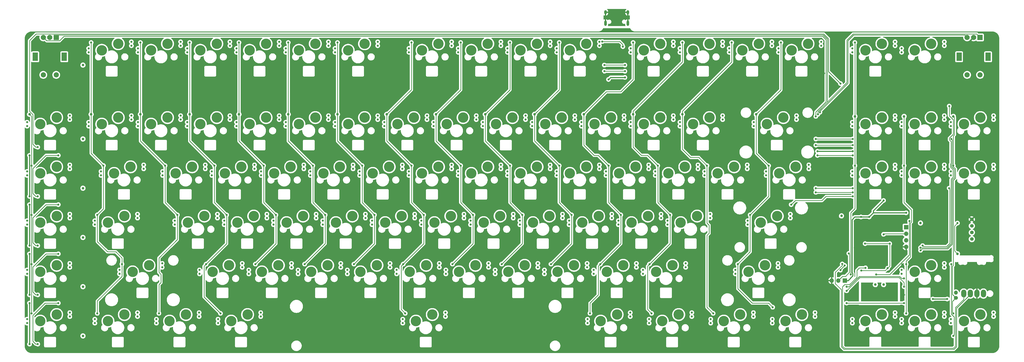
<source format=gbr>
%TF.GenerationSoftware,KiCad,Pcbnew,(6.0.0)*%
%TF.CreationDate,2022-03-04T19:43:27-05:00*%
%TF.ProjectId,keyboard0,6b657962-6f61-4726-9430-2e6b69636164,rev?*%
%TF.SameCoordinates,Original*%
%TF.FileFunction,Copper,L1,Top*%
%TF.FilePolarity,Positive*%
%FSLAX46Y46*%
G04 Gerber Fmt 4.6, Leading zero omitted, Abs format (unit mm)*
G04 Created by KiCad (PCBNEW (6.0.0)) date 2022-03-04 19:43:27*
%MOMM*%
%LPD*%
G01*
G04 APERTURE LIST*
%TA.AperFunction,ComponentPad*%
%ADD10C,0.800000*%
%TD*%
%TA.AperFunction,ComponentPad*%
%ADD11C,4.000000*%
%TD*%
%TA.AperFunction,ComponentPad*%
%ADD12R,2.000000X2.000000*%
%TD*%
%TA.AperFunction,ComponentPad*%
%ADD13C,2.000000*%
%TD*%
%TA.AperFunction,ComponentPad*%
%ADD14R,2.000000X3.200000*%
%TD*%
%TA.AperFunction,ComponentPad*%
%ADD15C,1.397000*%
%TD*%
%TA.AperFunction,ComponentPad*%
%ADD16O,2.000000X3.000000*%
%TD*%
%TA.AperFunction,ComponentPad*%
%ADD17C,1.524000*%
%TD*%
%TA.AperFunction,ComponentPad*%
%ADD18O,1.524000X1.524000*%
%TD*%
%TA.AperFunction,ComponentPad*%
%ADD19C,1.000000*%
%TD*%
%TA.AperFunction,ComponentPad*%
%ADD20R,1.700000X1.700000*%
%TD*%
%TA.AperFunction,ComponentPad*%
%ADD21O,1.700000X1.700000*%
%TD*%
%TA.AperFunction,ComponentPad*%
%ADD22O,1.000000X2.100000*%
%TD*%
%TA.AperFunction,ComponentPad*%
%ADD23O,1.000000X1.600000*%
%TD*%
%TA.AperFunction,ViaPad*%
%ADD24C,0.800000*%
%TD*%
%TA.AperFunction,Conductor*%
%ADD25C,0.250000*%
%TD*%
%TA.AperFunction,Conductor*%
%ADD26C,0.381000*%
%TD*%
G04 APERTURE END LIST*
D10*
%TO.P,MX52,1*%
%TO.N,COL1*%
X47462700Y-162517900D03*
D11*
X52542700Y-161755900D03*
D10*
X47462700Y-160993900D03*
%TO.P,MX52,2*%
%TO.N,Net-(KD52-Pad2)*%
X63972700Y-159977900D03*
X63972700Y-158453900D03*
D11*
X58892700Y-159215900D03*
%TD*%
D10*
%TO.P,MX2,1*%
%TO.N,COL3*%
X83179200Y-94323100D03*
X83179200Y-95847100D03*
D11*
X88259200Y-95085100D03*
D10*
%TO.P,MX2,2*%
%TO.N,Net-(KD2-Pad2)*%
X99689200Y-93307100D03*
D11*
X94609200Y-92545100D03*
D10*
X99689200Y-91783100D03*
%TD*%
%TO.P,MX15,1*%
%TO.N,COL0*%
X21270600Y-122896300D03*
D11*
X26350600Y-123658300D03*
D10*
X21270600Y-124420300D03*
D11*
%TO.P,MX15,2*%
%TO.N,Net-(KD15-Pad2)*%
X32700600Y-121118300D03*
D10*
X37780600Y-121880300D03*
X37780600Y-120356300D03*
%TD*%
D11*
%TO.P,MX33,1*%
%TO.N,COL0*%
X26350600Y-142707100D03*
D10*
X21270600Y-141945100D03*
X21270600Y-143469100D03*
D11*
%TO.P,MX33,2*%
%TO.N,Net-(KD33-Pad2)*%
X32700600Y-140167100D03*
D10*
X37780600Y-139405100D03*
X37780600Y-140929100D03*
%TD*%
D11*
%TO.P,MX51,1*%
%TO.N,COL0*%
X26350600Y-161755900D03*
D10*
X21270600Y-162517900D03*
X21270600Y-160993900D03*
%TO.P,MX51,2*%
%TO.N,Net-(KD51-Pad2)*%
X37780600Y-158453900D03*
D11*
X32700600Y-159215900D03*
D10*
X37780600Y-159977900D03*
%TD*%
%TO.P,MX65,1*%
%TO.N,COL0*%
X21270600Y-180042700D03*
D11*
X26350600Y-180804700D03*
D10*
X21270600Y-181566700D03*
%TO.P,MX65,2*%
%TO.N,Net-(KD65-Pad2)*%
X37780600Y-179026700D03*
D11*
X32700600Y-178264700D03*
D10*
X37780600Y-177502700D03*
%TD*%
D11*
%TO.P,MX1,1*%
%TO.N,COL1*%
X50161600Y-95085100D03*
D10*
X45081600Y-95847100D03*
X45081600Y-94323100D03*
%TO.P,MX1,2*%
%TO.N,Net-(KD1-Pad2)*%
X61591600Y-93307100D03*
D11*
X56511600Y-92545100D03*
D10*
X61591600Y-91783100D03*
%TD*%
D11*
%TO.P,MX16,1*%
%TO.N,COL1*%
X50161600Y-123658300D03*
D10*
X45081600Y-124420300D03*
X45081600Y-122896300D03*
%TO.P,MX16,2*%
%TO.N,Net-(KD16-Pad2)*%
X61591600Y-120356300D03*
X61591600Y-121880300D03*
D11*
X56511600Y-121118300D03*
%TD*%
D10*
%TO.P,MX34,1*%
%TO.N,COL1*%
X49843800Y-141945100D03*
X49843800Y-143469100D03*
D11*
X54923800Y-142707100D03*
D10*
%TO.P,MX34,2*%
%TO.N,Net-(KD34-Pad2)*%
X66353800Y-139405100D03*
D11*
X61273800Y-140167100D03*
D10*
X66353800Y-140929100D03*
%TD*%
D11*
%TO.P,MX79,1*%
%TO.N,COL0*%
X26350600Y-199853500D03*
D10*
X21270600Y-199091500D03*
X21270600Y-200615500D03*
%TO.P,MX79,2*%
%TO.N,Net-(KD79-Pad2)*%
X37780600Y-198075500D03*
D11*
X32700600Y-197313500D03*
D10*
X37780600Y-196551500D03*
%TD*%
%TO.P,MX18,1*%
%TO.N,COL3*%
X83179200Y-124420300D03*
X83179200Y-122896300D03*
D11*
X88259200Y-123658300D03*
%TO.P,MX18,2*%
%TO.N,Net-(KD18-Pad2)*%
X94609200Y-121118300D03*
D10*
X99689200Y-121880300D03*
X99689200Y-120356300D03*
%TD*%
D11*
%TO.P,MX36,1*%
%TO.N,COL3*%
X97783600Y-142707100D03*
D10*
X92703600Y-143469100D03*
X92703600Y-141945100D03*
%TO.P,MX36,2*%
%TO.N,Net-(KD36-Pad2)*%
X109213600Y-140929100D03*
X109213600Y-139405100D03*
D11*
X104133600Y-140167100D03*
%TD*%
D10*
%TO.P,MX54,1*%
%TO.N,COL3*%
X97465800Y-162517900D03*
D11*
X102545800Y-161755900D03*
D10*
X97465800Y-160993900D03*
%TO.P,MX54,2*%
%TO.N,Net-(KD54-Pad2)*%
X113975800Y-158453900D03*
D11*
X108895800Y-159215900D03*
D10*
X113975800Y-159977900D03*
%TD*%
%TO.P,MX67,1*%
%TO.N,COL3*%
X87941400Y-181566700D03*
D11*
X93021400Y-180804700D03*
D10*
X87941400Y-180042700D03*
%TO.P,MX67,2*%
%TO.N,Net-(KD67-Pad2)*%
X104451400Y-179026700D03*
X104451400Y-177502700D03*
D11*
X99371400Y-178264700D03*
%TD*%
%TO.P,MX82,1*%
%TO.N,COL3*%
X100164700Y-199853500D03*
D10*
X95084700Y-200615500D03*
X95084700Y-199091500D03*
D11*
%TO.P,MX82,2*%
%TO.N,Net-(KD82-Pad2)*%
X106514700Y-197313500D03*
D10*
X111594700Y-196551500D03*
X111594700Y-198075500D03*
%TD*%
%TO.P,MX17,1*%
%TO.N,COL2*%
X64130400Y-124420300D03*
D11*
X69210400Y-123658300D03*
D10*
X64130400Y-122896300D03*
%TO.P,MX17,2*%
%TO.N,Net-(KD17-Pad2)*%
X80640400Y-121880300D03*
D11*
X75560400Y-121118300D03*
D10*
X80640400Y-120356300D03*
%TD*%
%TO.P,MX35,1*%
%TO.N,COL2*%
X73654800Y-143469100D03*
D11*
X78734800Y-142707100D03*
D10*
X73654800Y-141945100D03*
D11*
%TO.P,MX35,2*%
%TO.N,Net-(KD35-Pad2)*%
X85084800Y-140167100D03*
D10*
X90164800Y-139405100D03*
X90164800Y-140929100D03*
%TD*%
D11*
%TO.P,MX53,1*%
%TO.N,COL2*%
X83438700Y-161755900D03*
D10*
X78358700Y-160993900D03*
X78358700Y-162517900D03*
%TO.P,MX53,2*%
%TO.N,Net-(KD53-Pad2)*%
X94868700Y-158453900D03*
X94868700Y-159977900D03*
D11*
X89788700Y-159215900D03*
%TD*%
%TO.P,MX66,1*%
%TO.N,COL1*%
X62067100Y-180804700D03*
D10*
X56987100Y-181566700D03*
X56987100Y-180042700D03*
%TO.P,MX66,2*%
%TO.N,Net-(KD66-Pad2)*%
X73497100Y-177502700D03*
X73497100Y-179026700D03*
D11*
X68417100Y-178264700D03*
%TD*%
%TO.P,MX81,1*%
%TO.N,COL2*%
X76353700Y-199853500D03*
D10*
X71273700Y-200615500D03*
X71273700Y-199091500D03*
%TO.P,MX81,2*%
%TO.N,Net-(KD81-Pad2)*%
X87783700Y-196551500D03*
D11*
X82703700Y-197313500D03*
D10*
X87783700Y-198075500D03*
%TD*%
%TO.P,MX3,1*%
%TO.N,COL4*%
X102228000Y-94323100D03*
X102228000Y-95847100D03*
D11*
X107308000Y-95085100D03*
%TO.P,MX3,2*%
%TO.N,Net-(KD3-Pad2)*%
X113658000Y-92545100D03*
D10*
X118738000Y-93307100D03*
X118738000Y-91783100D03*
%TD*%
%TO.P,MX37,1*%
%TO.N,COL4*%
X111752400Y-143469100D03*
X111752400Y-141945100D03*
D11*
X116832400Y-142707100D03*
D10*
%TO.P,MX37,2*%
%TO.N,Net-(KD37-Pad2)*%
X128262400Y-140929100D03*
X128262400Y-139405100D03*
D11*
X123182400Y-140167100D03*
%TD*%
D10*
%TO.P,MX55,1*%
%TO.N,COL4*%
X116514600Y-160993900D03*
D11*
X121594600Y-161755900D03*
D10*
X116514600Y-162517900D03*
%TO.P,MX55,2*%
%TO.N,Net-(KD55-Pad2)*%
X133024600Y-159977900D03*
D11*
X127944600Y-159215900D03*
D10*
X133024600Y-158453900D03*
%TD*%
D11*
%TO.P,MX68,1*%
%TO.N,COL4*%
X112070200Y-180804700D03*
D10*
X106990200Y-181566700D03*
X106990200Y-180042700D03*
%TO.P,MX68,2*%
%TO.N,Net-(KD68-Pad2)*%
X123500200Y-177502700D03*
X123500200Y-179026700D03*
D11*
X118420200Y-178264700D03*
%TD*%
%TO.P,MX70,1*%
%TO.N,COL6*%
X150167800Y-180804700D03*
D10*
X145087800Y-181566700D03*
X145087800Y-180042700D03*
%TO.P,MX70,2*%
%TO.N,Net-(KD70-Pad2)*%
X161597800Y-179026700D03*
D11*
X156517800Y-178264700D03*
D10*
X161597800Y-177502700D03*
%TD*%
%TO.P,MX4,1*%
%TO.N,COL5*%
X121276800Y-94323100D03*
X121276800Y-95847100D03*
D11*
X126356800Y-95085100D03*
D10*
%TO.P,MX4,2*%
%TO.N,Net-(KD4-Pad2)*%
X137786800Y-91783100D03*
D11*
X132706800Y-92545100D03*
D10*
X137786800Y-93307100D03*
%TD*%
D11*
%TO.P,MX20,1*%
%TO.N,COL5*%
X126356800Y-123658300D03*
D10*
X121276800Y-122896300D03*
X121276800Y-124420300D03*
D11*
%TO.P,MX20,2*%
%TO.N,Net-(KD20-Pad2)*%
X132706800Y-121118300D03*
D10*
X137786800Y-121880300D03*
X137786800Y-120356300D03*
%TD*%
D11*
%TO.P,MX38,1*%
%TO.N,COL5*%
X135881200Y-142707100D03*
D10*
X130801200Y-143469100D03*
X130801200Y-141945100D03*
%TO.P,MX38,2*%
%TO.N,Net-(KD38-Pad2)*%
X147311200Y-139405100D03*
D11*
X142231200Y-140167100D03*
D10*
X147311200Y-140929100D03*
%TD*%
%TO.P,MX56,1*%
%TO.N,COL5*%
X135563400Y-160993900D03*
D11*
X140643400Y-161755900D03*
D10*
X135563400Y-162517900D03*
%TO.P,MX56,2*%
%TO.N,Net-(KD56-Pad2)*%
X152073400Y-159977900D03*
X152073400Y-158453900D03*
D11*
X146993400Y-159215900D03*
%TD*%
D10*
%TO.P,MX69,1*%
%TO.N,COL5*%
X126039000Y-181566700D03*
D11*
X131119000Y-180804700D03*
D10*
X126039000Y-180042700D03*
D11*
%TO.P,MX69,2*%
%TO.N,Net-(KD69-Pad2)*%
X137469000Y-178264700D03*
D10*
X142549000Y-177502700D03*
X142549000Y-179026700D03*
%TD*%
D11*
%TO.P,MX5,1*%
%TO.N,COL6*%
X145405600Y-95085100D03*
D10*
X140325600Y-94323100D03*
X140325600Y-95847100D03*
%TO.P,MX5,2*%
%TO.N,Net-(KD5-Pad2)*%
X156835600Y-91783100D03*
X156835600Y-93307100D03*
D11*
X151755600Y-92545100D03*
%TD*%
%TO.P,MX39,1*%
%TO.N,COL6*%
X154930000Y-142707100D03*
D10*
X149850000Y-141945100D03*
X149850000Y-143469100D03*
%TO.P,MX39,2*%
%TO.N,Net-(KD39-Pad2)*%
X166360000Y-140929100D03*
X166360000Y-139405100D03*
D11*
X161280000Y-140167100D03*
%TD*%
D10*
%TO.P,MX57,1*%
%TO.N,COL6*%
X154612200Y-160993900D03*
X154612200Y-162517900D03*
D11*
X159692200Y-161755900D03*
D10*
%TO.P,MX57,2*%
%TO.N,Net-(KD57-Pad2)*%
X171122200Y-159977900D03*
X171122200Y-158453900D03*
D11*
X166042200Y-159215900D03*
%TD*%
D10*
%TO.P,MX71,1*%
%TO.N,COL7*%
X164136600Y-181566700D03*
X164136600Y-180042700D03*
D11*
X169216600Y-180804700D03*
D10*
%TO.P,MX71,2*%
%TO.N,Net-(KD71-Pad2)*%
X180646600Y-177502700D03*
D11*
X175566600Y-178264700D03*
D10*
X180646600Y-179026700D03*
%TD*%
%TO.P,MX83,1*%
%TO.N,COL7*%
X166517700Y-200615500D03*
X166517700Y-199091500D03*
D11*
X171597700Y-199853500D03*
%TO.P,MX83,2*%
%TO.N,Net-(KD83-Pad2)*%
X177947700Y-197313500D03*
D10*
X183027700Y-198075500D03*
X183027700Y-196551500D03*
%TD*%
%TO.P,MX22,1*%
%TO.N,COL7*%
X159374400Y-122896300D03*
X159374400Y-124420300D03*
D11*
X164454400Y-123658300D03*
%TO.P,MX22,2*%
%TO.N,Net-(KD22-Pad2)*%
X170804400Y-121118300D03*
D10*
X175884400Y-121880300D03*
X175884400Y-120356300D03*
%TD*%
%TO.P,MX40,1*%
%TO.N,COL7*%
X168898800Y-143469100D03*
D11*
X173978800Y-142707100D03*
D10*
X168898800Y-141945100D03*
%TO.P,MX40,2*%
%TO.N,Net-(KD40-Pad2)*%
X185408800Y-139405100D03*
X185408800Y-140929100D03*
D11*
X180328800Y-140167100D03*
%TD*%
D10*
%TO.P,MX58,1*%
%TO.N,COL7*%
X173661000Y-160993900D03*
X173661000Y-162517900D03*
D11*
X178741000Y-161755900D03*
%TO.P,MX58,2*%
%TO.N,Net-(KD58-Pad2)*%
X185091000Y-159215900D03*
D10*
X190171000Y-158453900D03*
X190171000Y-159977900D03*
%TD*%
%TO.P,MX72,1*%
%TO.N,COL8*%
X183185400Y-181566700D03*
X183185400Y-180042700D03*
D11*
X188265400Y-180804700D03*
D10*
%TO.P,MX72,2*%
%TO.N,Net-(KD72-Pad2)*%
X199695400Y-177502700D03*
X199695400Y-179026700D03*
D11*
X194615400Y-178264700D03*
%TD*%
%TO.P,MX7,1*%
%TO.N,COL8*%
X193027600Y-95085100D03*
D10*
X187947600Y-94323100D03*
X187947600Y-95847100D03*
D11*
%TO.P,MX7,2*%
%TO.N,Net-(KD7-Pad2)*%
X199377600Y-92545100D03*
D10*
X204457600Y-93307100D03*
X204457600Y-91783100D03*
%TD*%
%TO.P,MX23,1*%
%TO.N,COL8*%
X178423200Y-124420300D03*
D11*
X183503200Y-123658300D03*
D10*
X178423200Y-122896300D03*
D11*
%TO.P,MX23,2*%
%TO.N,Net-(KD23-Pad2)*%
X189853200Y-121118300D03*
D10*
X194933200Y-120356300D03*
X194933200Y-121880300D03*
%TD*%
D11*
%TO.P,MX41,1*%
%TO.N,COL8*%
X193027600Y-142707100D03*
D10*
X187947600Y-143469100D03*
X187947600Y-141945100D03*
D11*
%TO.P,MX41,2*%
%TO.N,Net-(KD41-Pad2)*%
X199377600Y-140167100D03*
D10*
X204457600Y-139405100D03*
X204457600Y-140929100D03*
%TD*%
%TO.P,MX59,1*%
%TO.N,COL8*%
X192709800Y-160993900D03*
X192709800Y-162517900D03*
D11*
X197789800Y-161755900D03*
D10*
%TO.P,MX59,2*%
%TO.N,Net-(KD59-Pad2)*%
X209219800Y-158453900D03*
D11*
X204139800Y-159215900D03*
D10*
X209219800Y-159977900D03*
%TD*%
%TO.P,MX73,1*%
%TO.N,COL9*%
X202234200Y-180042700D03*
X202234200Y-181566700D03*
D11*
X207314200Y-180804700D03*
%TO.P,MX73,2*%
%TO.N,Net-(KD73-Pad2)*%
X213664200Y-178264700D03*
D10*
X218744200Y-179026700D03*
X218744200Y-177502700D03*
%TD*%
%TO.P,MX8,1*%
%TO.N,COL9*%
X206996400Y-94323100D03*
D11*
X212076400Y-95085100D03*
D10*
X206996400Y-95847100D03*
D11*
%TO.P,MX8,2*%
%TO.N,Net-(KD8-Pad2)*%
X218426400Y-92545100D03*
D10*
X223506400Y-91783100D03*
X223506400Y-93307100D03*
%TD*%
%TO.P,MX24,1*%
%TO.N,COL9*%
X197472000Y-124420300D03*
D11*
X202552000Y-123658300D03*
D10*
X197472000Y-122896300D03*
D11*
%TO.P,MX24,2*%
%TO.N,Net-(KD24-Pad2)*%
X208902000Y-121118300D03*
D10*
X213982000Y-121880300D03*
X213982000Y-120356300D03*
%TD*%
%TO.P,MX42,1*%
%TO.N,COL9*%
X206996400Y-141945100D03*
X206996400Y-143469100D03*
D11*
X212076400Y-142707100D03*
D10*
%TO.P,MX42,2*%
%TO.N,Net-(KD42-Pad2)*%
X223506400Y-140929100D03*
X223506400Y-139405100D03*
D11*
X218426400Y-140167100D03*
%TD*%
D10*
%TO.P,MX60,1*%
%TO.N,COL9*%
X211758600Y-160993900D03*
X211758600Y-162517900D03*
D11*
X216838600Y-161755900D03*
D10*
%TO.P,MX60,2*%
%TO.N,Net-(KD60-Pad2)*%
X228268600Y-158453900D03*
D11*
X223188600Y-159215900D03*
D10*
X228268600Y-159977900D03*
%TD*%
%TO.P,MX74,1*%
%TO.N,COL10*%
X221283000Y-181566700D03*
D11*
X226363000Y-180804700D03*
D10*
X221283000Y-180042700D03*
%TO.P,MX74,2*%
%TO.N,Net-(KD74-Pad2)*%
X237793000Y-177502700D03*
D11*
X232713000Y-178264700D03*
D10*
X237793000Y-179026700D03*
%TD*%
D11*
%TO.P,MX9,1*%
%TO.N,COL10*%
X231125200Y-95085100D03*
D10*
X226045200Y-94323100D03*
X226045200Y-95847100D03*
D11*
%TO.P,MX9,2*%
%TO.N,Net-(KD9-Pad2)*%
X237475200Y-92545100D03*
D10*
X242555200Y-93307100D03*
X242555200Y-91783100D03*
%TD*%
D11*
%TO.P,MX25,1*%
%TO.N,COL10*%
X221600800Y-123658300D03*
D10*
X216520800Y-124420300D03*
X216520800Y-122896300D03*
%TO.P,MX25,2*%
%TO.N,Net-(KD25-Pad2)*%
X233030800Y-120356300D03*
D11*
X227950800Y-121118300D03*
D10*
X233030800Y-121880300D03*
%TD*%
%TO.P,MX43,1*%
%TO.N,COL10*%
X226045200Y-143469100D03*
X226045200Y-141945100D03*
D11*
X231125200Y-142707100D03*
D10*
%TO.P,MX43,2*%
%TO.N,Net-(KD43-Pad2)*%
X242555200Y-139405100D03*
X242555200Y-140929100D03*
D11*
X237475200Y-140167100D03*
%TD*%
D10*
%TO.P,MX61,1*%
%TO.N,COL10*%
X230807400Y-160993900D03*
X230807400Y-162517900D03*
D11*
X235887400Y-161755900D03*
D10*
%TO.P,MX61,2*%
%TO.N,Net-(KD61-Pad2)*%
X247317400Y-159977900D03*
X247317400Y-158453900D03*
D11*
X242237400Y-159215900D03*
%TD*%
D10*
%TO.P,MX84,1*%
%TO.N,COL11*%
X237950700Y-199091500D03*
X237950700Y-200615500D03*
D11*
X243030700Y-199853500D03*
%TO.P,MX84,2*%
%TO.N,Net-(KD84-Pad2)*%
X249380700Y-197313500D03*
D10*
X254460700Y-198075500D03*
X254460700Y-196551500D03*
%TD*%
%TO.P,MX10,1*%
%TO.N,COL11*%
X254618400Y-95847100D03*
D11*
X259698400Y-95085100D03*
D10*
X254618400Y-94323100D03*
%TO.P,MX10,2*%
%TO.N,Net-(KD10-Pad2)*%
X271128400Y-93307100D03*
D11*
X266048400Y-92545100D03*
D10*
X271128400Y-91783100D03*
%TD*%
%TO.P,MX26,1*%
%TO.N,COL11*%
X235569600Y-124420300D03*
X235569600Y-122896300D03*
D11*
X240649600Y-123658300D03*
D10*
%TO.P,MX26,2*%
%TO.N,Net-(KD26-Pad2)*%
X252079600Y-120356300D03*
D11*
X246999600Y-121118300D03*
D10*
X252079600Y-121880300D03*
%TD*%
D11*
%TO.P,MX44,1*%
%TO.N,COL11*%
X250174000Y-142707100D03*
D10*
X245094000Y-141945100D03*
X245094000Y-143469100D03*
%TO.P,MX44,2*%
%TO.N,Net-(KD44-Pad2)*%
X261604000Y-140929100D03*
D11*
X256524000Y-140167100D03*
D10*
X261604000Y-139405100D03*
%TD*%
%TO.P,MX62,1*%
%TO.N,COL11*%
X249856200Y-162517900D03*
D11*
X254936200Y-161755900D03*
D10*
X249856200Y-160993900D03*
D11*
%TO.P,MX62,2*%
%TO.N,Net-(KD62-Pad2)*%
X261286200Y-159215900D03*
D10*
X266366200Y-159977900D03*
X266366200Y-158453900D03*
%TD*%
%TO.P,MX76,1*%
%TO.N,COL12*%
X259380600Y-181566700D03*
D11*
X264460600Y-180804700D03*
D10*
X259380600Y-180042700D03*
D11*
%TO.P,MX76,2*%
%TO.N,Net-(KD76-Pad2)*%
X270810600Y-178264700D03*
D10*
X275890600Y-177502700D03*
X275890600Y-179026700D03*
%TD*%
%TO.P,MX11,1*%
%TO.N,COL12*%
X273667200Y-94323100D03*
X273667200Y-95847100D03*
D11*
X278747200Y-95085100D03*
D10*
%TO.P,MX11,2*%
%TO.N,Net-(KD11-Pad2)*%
X290177200Y-91783100D03*
D11*
X285097200Y-92545100D03*
D10*
X290177200Y-93307100D03*
%TD*%
%TO.P,MX27,1*%
%TO.N,COL12*%
X254618400Y-124420300D03*
X254618400Y-122896300D03*
D11*
X259698400Y-123658300D03*
D10*
%TO.P,MX27,2*%
%TO.N,Net-(KD27-Pad2)*%
X271128400Y-121880300D03*
D11*
X266048400Y-121118300D03*
D10*
X271128400Y-120356300D03*
%TD*%
%TO.P,MX45,1*%
%TO.N,COL12*%
X264142800Y-143469100D03*
D11*
X269222800Y-142707100D03*
D10*
X264142800Y-141945100D03*
%TO.P,MX45,2*%
%TO.N,Net-(KD45-Pad2)*%
X280652800Y-139405100D03*
X280652800Y-140929100D03*
D11*
X275572800Y-140167100D03*
%TD*%
%TO.P,MX63,1*%
%TO.N,COL12*%
X273985000Y-161755900D03*
D10*
X268905000Y-162517900D03*
X268905000Y-160993900D03*
D11*
%TO.P,MX63,2*%
%TO.N,Net-(KD63-Pad2)*%
X280335000Y-159215900D03*
D10*
X285415000Y-158453900D03*
X285415000Y-159977900D03*
%TD*%
%TO.P,MX85,1*%
%TO.N,COL12*%
X261761700Y-200615500D03*
X261761700Y-199091500D03*
D11*
X266841700Y-199853500D03*
%TO.P,MX85,2*%
%TO.N,Net-(KD85-Pad2)*%
X273191700Y-197313500D03*
D10*
X278271700Y-196551500D03*
X278271700Y-198075500D03*
%TD*%
%TO.P,MX86,1*%
%TO.N,COL13*%
X285572700Y-199091500D03*
D11*
X290652700Y-199853500D03*
D10*
X285572700Y-200615500D03*
%TO.P,MX86,2*%
%TO.N,Net-(KD86-Pad2)*%
X302082700Y-196551500D03*
D11*
X297002700Y-197313500D03*
D10*
X302082700Y-198075500D03*
%TD*%
%TO.P,MX12,1*%
%TO.N,COL13*%
X292716000Y-95847100D03*
X292716000Y-94323100D03*
D11*
X297796000Y-95085100D03*
D10*
%TO.P,MX12,2*%
%TO.N,Net-(KD12-Pad2)*%
X309226000Y-91783100D03*
X309226000Y-93307100D03*
D11*
X304146000Y-92545100D03*
%TD*%
D10*
%TO.P,MX28,1*%
%TO.N,COL13*%
X273667200Y-122896300D03*
D11*
X278747200Y-123658300D03*
D10*
X273667200Y-124420300D03*
D11*
%TO.P,MX28,2*%
%TO.N,Net-(KD28-Pad2)*%
X285097200Y-121118300D03*
D10*
X290177200Y-120356300D03*
X290177200Y-121880300D03*
%TD*%
%TO.P,MX46,1*%
%TO.N,COL13*%
X283191600Y-141945100D03*
D11*
X288271600Y-142707100D03*
D10*
X283191600Y-143469100D03*
%TO.P,MX46,2*%
%TO.N,Net-(KD46-Pad2)*%
X299701600Y-140929100D03*
D11*
X294621600Y-140167100D03*
D10*
X299701600Y-139405100D03*
%TD*%
D11*
%TO.P,MX87,1*%
%TO.N,COL14*%
X314463700Y-199853500D03*
D10*
X309383700Y-200615500D03*
X309383700Y-199091500D03*
%TO.P,MX87,2*%
%TO.N,Net-(KD87-Pad2)*%
X325893700Y-198075500D03*
D11*
X320813700Y-197313500D03*
D10*
X325893700Y-196551500D03*
%TD*%
D11*
%TO.P,MX13,1*%
%TO.N,COL14*%
X316844800Y-95085100D03*
D10*
X311764800Y-95847100D03*
X311764800Y-94323100D03*
%TO.P,MX13,2*%
%TO.N,Net-(KD13-Pad2)*%
X328274800Y-93307100D03*
X328274800Y-91783100D03*
D11*
X323194800Y-92545100D03*
%TD*%
D10*
%TO.P,MX29,1*%
%TO.N,COL14*%
X302240400Y-122896300D03*
X302240400Y-124420300D03*
D11*
X307320400Y-123658300D03*
D10*
%TO.P,MX29,2*%
%TO.N,Net-(KD29-Pad2)*%
X318750400Y-120356300D03*
X318750400Y-121880300D03*
D11*
X313670400Y-121118300D03*
%TD*%
D10*
%TO.P,MX47,1*%
%TO.N,COL14*%
X307002600Y-143469100D03*
D11*
X312082600Y-142707100D03*
D10*
X307002600Y-141945100D03*
D11*
%TO.P,MX47,2*%
%TO.N,Net-(KD47-Pad2)*%
X318432600Y-140167100D03*
D10*
X323512600Y-139405100D03*
X323512600Y-140929100D03*
%TD*%
%TO.P,MX64,1*%
%TO.N,COL14*%
X299859300Y-162517900D03*
D11*
X304939300Y-161755900D03*
D10*
X299859300Y-160993900D03*
%TO.P,MX64,2*%
%TO.N,Net-(KD64-Pad2)*%
X316369300Y-159977900D03*
X316369300Y-158453900D03*
D11*
X311289300Y-159215900D03*
%TD*%
%TO.P,MX77,1*%
%TO.N,COL14*%
X300167562Y-180803844D03*
D10*
X295087562Y-181565844D03*
X295087562Y-180041844D03*
%TO.P,MX77,2*%
%TO.N,Net-(KD77-Pad2)*%
X311597562Y-177501844D03*
X311597562Y-179025844D03*
D11*
X306517562Y-178263844D03*
%TD*%
%TO.P,MX88,1*%
%TO.N,COL15*%
X345418000Y-199853500D03*
D10*
X340338000Y-200615500D03*
X340338000Y-199091500D03*
D11*
%TO.P,MX88,2*%
%TO.N,Net-(KD88-Pad2)*%
X351768000Y-197313500D03*
D10*
X356848000Y-196551500D03*
X356848000Y-198075500D03*
%TD*%
%TO.P,MX30,1*%
%TO.N,COL15*%
X340338000Y-124420300D03*
X340338000Y-122896300D03*
D11*
X345418000Y-123658300D03*
%TO.P,MX30,2*%
%TO.N,Net-(KD30-Pad2)*%
X351768000Y-121118300D03*
D10*
X356848000Y-120356300D03*
X356848000Y-121880300D03*
%TD*%
%TO.P,MX48,1*%
%TO.N,COL15*%
X340338000Y-143469100D03*
X340338000Y-141945100D03*
D11*
X345418000Y-142707100D03*
D10*
%TO.P,MX48,2*%
%TO.N,Net-(KD48-Pad2)*%
X356848000Y-140929100D03*
X356848000Y-139405100D03*
D11*
X351768000Y-140167100D03*
%TD*%
D10*
%TO.P,MX31,1*%
%TO.N,COL16*%
X359386800Y-124420300D03*
D11*
X364466800Y-123658300D03*
D10*
X359386800Y-122896300D03*
%TO.P,MX31,2*%
%TO.N,Net-(KD31-Pad2)*%
X375896800Y-120356300D03*
D11*
X370816800Y-121118300D03*
D10*
X375896800Y-121880300D03*
%TD*%
D11*
%TO.P,MX49,1*%
%TO.N,COL16*%
X364466800Y-142707100D03*
D10*
X359386800Y-141945100D03*
X359386800Y-143469100D03*
%TO.P,MX49,2*%
%TO.N,Net-(KD49-Pad2)*%
X375896800Y-140929100D03*
D11*
X370816800Y-140167100D03*
D10*
X375896800Y-139405100D03*
%TD*%
D11*
%TO.P,MX78,1*%
%TO.N,COL16*%
X364466800Y-180804700D03*
D10*
X359386800Y-180042700D03*
X359386800Y-181566700D03*
%TO.P,MX78,2*%
%TO.N,Net-(KD78-Pad2)*%
X375896800Y-177502700D03*
X375896800Y-179026700D03*
D11*
X370816800Y-178264700D03*
%TD*%
D10*
%TO.P,MX89,1*%
%TO.N,COL16*%
X359386800Y-199091500D03*
X359386800Y-200615500D03*
D11*
X364466800Y-199853500D03*
%TO.P,MX89,2*%
%TO.N,Net-(KD89-Pad2)*%
X370816800Y-197313500D03*
D10*
X375896800Y-198075500D03*
X375896800Y-196551500D03*
%TD*%
%TO.P,MX50,1*%
%TO.N,COL17*%
X378435600Y-141945100D03*
X378435600Y-143469100D03*
D11*
X383515600Y-142707100D03*
%TO.P,MX50,2*%
%TO.N,Net-(KD50-Pad2)*%
X389865600Y-140167100D03*
D10*
X394945600Y-139405100D03*
X394945600Y-140929100D03*
%TD*%
%TO.P,MX90,1*%
%TO.N,COL17*%
X378435600Y-199091500D03*
X378435600Y-200615500D03*
D11*
X383515600Y-199853500D03*
D10*
%TO.P,MX90,2*%
%TO.N,Net-(KD90-Pad2)*%
X394945600Y-196551500D03*
D11*
X389865600Y-197313500D03*
D10*
X394945600Y-198075500D03*
%TD*%
D12*
%TO.P,ROT2,A,A*%
%TO.N,ENCODER_A*%
X389706700Y-90084950D03*
D13*
%TO.P,ROT2,B,B*%
%TO.N,ENCODER_B2*%
X384706700Y-90084950D03*
%TO.P,ROT2,C,C*%
%TO.N,GND*%
X387206700Y-90084950D03*
D14*
%TO.P,ROT2,MP*%
%TO.N,N/C*%
X381606700Y-97584950D03*
X392806700Y-97584950D03*
D13*
%TO.P,ROT2,S1,S1*%
%TO.N,COL17*%
X384706700Y-104584950D03*
%TO.P,ROT2,S2,S2*%
%TO.N,Net-(D4-Pad2)*%
X389706700Y-104584950D03*
%TD*%
D10*
%TO.P,MX6,1*%
%TO.N,COL7*%
X168898800Y-94323100D03*
X168898800Y-95847100D03*
D11*
X173978800Y-95085100D03*
%TO.P,MX6,2*%
%TO.N,Net-(KD6-Pad2)*%
X180328800Y-92545100D03*
D10*
X185408800Y-93307100D03*
X185408800Y-91783100D03*
%TD*%
%TO.P,MX21,1*%
%TO.N,COL6*%
X140325600Y-122896300D03*
X140325600Y-124420300D03*
D11*
X145405600Y-123658300D03*
D10*
%TO.P,MX21,2*%
%TO.N,Net-(KD21-Pad2)*%
X156835600Y-120356300D03*
X156835600Y-121880300D03*
D11*
X151755600Y-121118300D03*
%TD*%
D10*
%TO.P,MX32,1*%
%TO.N,COL17*%
X378435600Y-122896300D03*
X378435600Y-124420300D03*
D11*
X383515600Y-123658300D03*
D10*
%TO.P,MX32,2*%
%TO.N,Net-(KD32-Pad2)*%
X394945600Y-120356300D03*
X394945600Y-121880300D03*
D11*
X389865600Y-121118300D03*
%TD*%
%TO.P,MX19,1*%
%TO.N,COL4*%
X107308000Y-123658300D03*
D10*
X102228000Y-124420300D03*
X102228000Y-122896300D03*
%TO.P,MX19,2*%
%TO.N,Net-(KD19-Pad2)*%
X118738000Y-120356300D03*
D11*
X113658000Y-121118300D03*
D10*
X118738000Y-121880300D03*
%TD*%
D12*
%TO.P,ROT1,A,A*%
%TO.N,ENCODER_A*%
X32541700Y-90084950D03*
D13*
%TO.P,ROT1,B,B*%
%TO.N,ENCODER_B1*%
X27541700Y-90084950D03*
%TO.P,ROT1,C,C*%
%TO.N,GND*%
X30041700Y-90084950D03*
D14*
%TO.P,ROT1,MP*%
%TO.N,N/C*%
X35641700Y-97584950D03*
X24441700Y-97584950D03*
D13*
%TO.P,ROT1,S1,S1*%
%TO.N,COL0*%
X27541700Y-104584950D03*
%TO.P,ROT1,S2,S2*%
%TO.N,Net-(D3-Pad2)*%
X32541700Y-104584950D03*
%TD*%
D10*
%TO.P,MX14,1*%
%TO.N,COL15*%
X340338000Y-94323100D03*
D11*
X345418000Y-95085100D03*
D10*
X340338000Y-95847100D03*
%TO.P,MX14,2*%
%TO.N,Net-(KD14-Pad2)*%
X356848000Y-91783100D03*
D11*
X351768000Y-92545100D03*
D10*
X356848000Y-93307100D03*
%TD*%
D15*
%TO.P,OL1,4,GND*%
%TO.N,GND*%
X386531900Y-160485900D03*
%TO.P,OL1,3,VCC*%
%TO.N,+5V*%
X386531900Y-163025900D03*
%TO.P,OL1,2,SCL*%
%TO.N,SCL*%
X386531900Y-165565900D03*
%TO.P,OL1,1,SDA*%
%TO.N,SDA*%
X386531900Y-168105900D03*
%TD*%
D10*
%TO.P,MX80,1*%
%TO.N,COL1*%
X47462700Y-199091500D03*
X47462700Y-200615500D03*
D11*
X52542700Y-199853500D03*
%TO.P,MX80,2*%
%TO.N,Net-(KD80-Pad2)*%
X58892700Y-197313500D03*
D10*
X63972700Y-196551500D03*
X63972700Y-198075500D03*
%TD*%
%TO.P,MX14.5,1*%
%TO.N,unconnected-(MX14.5-Pad1)*%
X359386800Y-94323100D03*
X359386800Y-95847100D03*
D11*
X364466800Y-95085100D03*
D10*
%TO.P,MX14.5,2*%
%TO.N,Net-(KD14-1-Pad2)*%
X375896800Y-93307100D03*
D11*
X370816800Y-92545100D03*
D10*
X375896800Y-91783100D03*
%TD*%
D11*
%TO.P,MX75,1*%
%TO.N,COL11*%
X245411800Y-180804700D03*
D10*
X240331800Y-180042700D03*
X240331800Y-181566700D03*
%TO.P,MX75,2*%
%TO.N,Net-(KD75-Pad2)*%
X256841800Y-177502700D03*
X256841800Y-179026700D03*
D11*
X251761800Y-178264700D03*
%TD*%
D10*
%TO.P,MX1.5,1*%
%TO.N,COL2*%
X64130400Y-95847100D03*
D11*
X69210400Y-95085100D03*
D10*
X64130400Y-94323100D03*
%TO.P,MX1.5,2*%
%TO.N,Net-(KD1-1-Pad2)*%
X80640400Y-91783100D03*
D11*
X75560400Y-92545100D03*
D10*
X80640400Y-93307100D03*
%TD*%
D16*
%TO.P,ROT2-1,A,A*%
%TO.N,ENCODER_A*%
X383375600Y-189194700D03*
%TO.P,ROT2-1,B,B*%
%TO.N,ENCODER_B2*%
X385915600Y-189194700D03*
%TO.P,ROT2-1,C,C*%
%TO.N,GND*%
X388455600Y-189194700D03*
%TO.P,ROT2-1,NC*%
%TO.N,N/C*%
X390995600Y-189194700D03*
D17*
%TO.P,ROT2-1,S1,S1*%
%TO.N,COL17*%
X380375600Y-190844700D03*
D18*
%TO.P,ROT2-1,S2,S2*%
%TO.N,Net-(D6-Pad2)*%
X380375600Y-188844700D03*
%TD*%
D19*
%TO.P,COL12,1,1*%
%TO.N,COL12*%
X255571400Y-119848700D03*
%TD*%
%TO.P,COL13,1,1*%
%TO.N,COL13*%
X274620200Y-119848700D03*
%TD*%
%TO.P,COL3,1,1*%
%TO.N,COL3*%
X84132200Y-119848700D03*
%TD*%
%TO.P,COL0,1,1*%
%TO.N,COL0*%
X22223600Y-119848700D03*
%TD*%
%TO.P,ROW5,1,1*%
%TO.N,ROW5*%
X42859800Y-205568300D03*
%TD*%
%TO.P,ROW4,1,1*%
%TO.N,ROT2-1_ROW*%
X42859800Y-186519500D03*
%TD*%
%TO.P,ROW3,1,1*%
%TO.N,ROW3*%
X42859800Y-167470700D03*
%TD*%
%TO.P,ROW2,1,1*%
%TO.N,ROW2*%
X42859800Y-148421900D03*
%TD*%
%TO.P,ROW1,1,1*%
%TO.N,ROW1*%
X42859800Y-129373100D03*
%TD*%
%TO.P,ROW0,1,1*%
%TO.N,ROT1_ROW*%
X42859800Y-100799900D03*
%TD*%
%TO.P,COL16,1,1*%
%TO.N,COL16*%
X360339800Y-120642400D03*
%TD*%
%TO.P,COL17,1,1*%
%TO.N,COL17*%
X379388600Y-120642400D03*
%TD*%
%TO.P,COL4,1,1*%
%TO.N,COL4*%
X103181000Y-119848700D03*
%TD*%
%TO.P,COL5,1,1*%
%TO.N,COL5*%
X122229800Y-119848700D03*
%TD*%
%TO.P,COL6,1,1*%
%TO.N,COL6*%
X141278600Y-119848700D03*
%TD*%
%TO.P,COL7,1,1*%
%TO.N,COL7*%
X160327400Y-119848700D03*
%TD*%
%TO.P,COL8,1,1*%
%TO.N,COL8*%
X179376200Y-119848700D03*
%TD*%
%TO.P,COL9,1,1*%
%TO.N,COL9*%
X198425000Y-119848700D03*
%TD*%
%TO.P,COL10,1,1*%
%TO.N,COL10*%
X217473800Y-119848700D03*
%TD*%
%TO.P,COL11,1,1*%
%TO.N,COL11*%
X236522600Y-119848700D03*
%TD*%
%TO.P,COL14,1,1*%
%TO.N,COL14*%
X303193400Y-119848700D03*
%TD*%
%TO.P,COL2,1,1*%
%TO.N,COL2*%
X65083400Y-119848700D03*
%TD*%
%TO.P,COL1,1,1*%
%TO.N,COL1*%
X46034600Y-119848700D03*
%TD*%
%TO.P,BOOT0,1,1*%
%TO.N,BOOT0*%
X380976000Y-173820300D03*
%TD*%
%TO.P,BKL1,1,1*%
%TO.N,BKL_3V3*%
X336131950Y-159136838D03*
%TD*%
D20*
%TO.P,J1,1,Pin_1*%
%TO.N,+3V3*%
X361133500Y-163502200D03*
D21*
%TO.P,J1,2,Pin_2*%
%TO.N,SWDIO*%
X361133500Y-166042200D03*
%TO.P,J1,3,Pin_3*%
%TO.N,SWCLK*%
X361133500Y-168582200D03*
%TO.P,J1,4,Pin_4*%
%TO.N,GND*%
X361133500Y-171122200D03*
%TD*%
D19*
%TO.P,X1,1,1*%
%TO.N,KEYBOARD_XTAL1*%
X352402800Y-185725800D03*
%TD*%
%TO.P,X2,1,1*%
%TO.N,KEYBOARD_XTAL2*%
X349228000Y-185725800D03*
%TD*%
D22*
%TO.P,USB1,13,SHIELD*%
%TO.N,Earth*%
X253541800Y-84562600D03*
D23*
X244901800Y-80382600D03*
D22*
X244901800Y-84562600D03*
D23*
X253541800Y-80382600D03*
%TD*%
D19*
%TO.P,RST1,1,1*%
%TO.N,KEYBOARD_RESET*%
X366689400Y-161914800D03*
%TD*%
%TO.P,COL15,1,1*%
%TO.N,COL15*%
X341311250Y-120644488D03*
%TD*%
D20*
%TO.P,J3,1,Pin_1*%
%TO.N,+5V*%
X337466400Y-184138388D03*
D21*
%TO.P,J3,2,Pin_2*%
%TO.N,B2*%
X334926400Y-184138388D03*
%TO.P,J3,3,Pin_3*%
%TO.N,GND*%
X332386400Y-184138388D03*
%TD*%
D24*
%TO.N,Net-(LED14-Pad1)*%
X335735100Y-107943200D03*
%TO.N,+5V*%
X361133500Y-157946300D03*
%TO.N,GND*%
X272239100Y-103974688D03*
X30160600Y-97625100D03*
X387325600Y-97625100D03*
%TO.N,ROW1*%
X378594900Y-129373100D03*
%TO.N,GND*%
X387325600Y-183344700D03*
%TO.N,+5V*%
X377007500Y-191281700D03*
X371451600Y-191281700D03*
%TO.N,GND*%
X336925650Y-153981988D03*
X269461150Y-109530588D03*
X257158800Y-109530600D03*
X269461150Y-107149488D03*
X262317850Y-107149488D03*
X288509950Y-109530588D03*
X288509950Y-107149488D03*
X281366650Y-107149488D03*
X281366650Y-109530588D03*
X339306750Y-127785700D03*
X250809200Y-99609350D03*
X114292800Y-167470700D03*
X341291000Y-171439188D03*
X350021700Y-172232900D03*
X299224900Y-170645500D03*
X278588700Y-205568300D03*
X286525700Y-170645488D03*
X190488000Y-167470700D03*
X166677000Y-120642400D03*
X106355800Y-130960488D03*
X195250200Y-92069200D03*
X61114900Y-188106888D03*
X363514600Y-130960488D03*
X185725800Y-120642400D03*
X302399700Y-177788800D03*
X53971600Y-183344700D03*
X304383950Y-132944750D03*
X96037700Y-170645488D03*
X347640600Y-139691200D03*
X233347800Y-139691200D03*
X100799900Y-103974688D03*
X71433000Y-92069200D03*
X109530600Y-148421900D03*
X119055000Y-139691200D03*
X51590500Y-169058088D03*
X98418800Y-116673900D03*
X152390400Y-177788800D03*
X347640600Y-196837600D03*
X249221800Y-150009288D03*
X344465800Y-150009288D03*
X139691200Y-169058088D03*
X279382400Y-208743088D03*
X327004400Y-208743088D03*
X38891300Y-151596688D03*
X117467600Y-116673900D03*
X104768400Y-158740000D03*
X362720900Y-191281700D03*
X174614000Y-116673900D03*
X119848700Y-132547888D03*
X185725800Y-100799900D03*
X28573200Y-120642400D03*
X38891300Y-132547888D03*
X24604700Y-192869100D03*
X319861100Y-134928988D03*
X92069200Y-108736900D03*
X303987100Y-169058088D03*
X105562100Y-189694288D03*
X28573200Y-196837600D03*
X347640600Y-174614000D03*
X280969800Y-148421900D03*
X377007500Y-132547888D03*
X238110000Y-158740000D03*
X353990200Y-160724250D03*
X128579400Y-208743100D03*
X38097600Y-167470700D03*
X115086500Y-170645488D03*
X320654800Y-164295900D03*
X247634400Y-177788800D03*
X366689400Y-120642400D03*
X53971600Y-150009288D03*
X223823400Y-100799900D03*
X223823400Y-148421900D03*
X319067400Y-129373100D03*
X377007500Y-189694288D03*
X64289700Y-167470700D03*
X382563400Y-130960488D03*
X276207600Y-186519500D03*
X382563400Y-207155688D03*
X120642400Y-169058088D03*
X111118000Y-188106888D03*
X385738200Y-120642400D03*
X171439200Y-177788800D03*
X239697400Y-130960488D03*
X195250200Y-139691200D03*
X368276800Y-111911700D03*
X95244000Y-167470700D03*
X225410800Y-202393500D03*
X24604700Y-137310100D03*
X336925650Y-146834500D03*
X65083400Y-170645488D03*
X38097600Y-148421900D03*
X128579400Y-120642400D03*
X87307000Y-189694300D03*
X90481800Y-120642400D03*
X173026600Y-102387288D03*
X119055000Y-100799900D03*
X129373100Y-192869100D03*
X357958700Y-208743088D03*
X201599800Y-130960488D03*
X182551000Y-130960488D03*
X261921000Y-120642400D03*
X115880200Y-150009288D03*
X247634400Y-99600137D03*
X144453400Y-102387288D03*
X180963600Y-158740000D03*
X138103800Y-129373100D03*
X376213800Y-186519500D03*
X258746200Y-130960488D03*
X106355800Y-102387288D03*
X339306750Y-113895950D03*
X80957400Y-100799900D03*
X85719600Y-176995100D03*
X266683200Y-167470700D03*
X214299000Y-139691200D03*
X185725800Y-148421900D03*
X149215600Y-108736900D03*
X221442300Y-192869100D03*
X266683200Y-177788800D03*
X184138400Y-208743088D03*
X258746200Y-102387288D03*
X158740000Y-169058088D03*
X299224900Y-126198300D03*
X248428100Y-170645488D03*
X310336700Y-103974688D03*
X99212500Y-207155688D03*
X245253300Y-196837600D03*
X280969800Y-92069200D03*
X309543000Y-100799900D03*
X225410800Y-92862900D03*
X338513050Y-169454950D03*
X219061200Y-186519500D03*
X347640600Y-92069200D03*
X313511500Y-207155688D03*
X215886400Y-169058088D03*
X161914800Y-186519500D03*
X262714700Y-151596688D03*
X125404600Y-130960488D03*
X230173000Y-102387288D03*
X134135300Y-170645488D03*
X336925650Y-137309938D03*
X25398400Y-169058088D03*
X271445400Y-100799900D03*
X64289700Y-205568300D03*
X373832700Y-173026600D03*
X377007500Y-151596688D03*
X88894400Y-208743088D03*
X38891300Y-189694288D03*
X196043900Y-132547888D03*
X220648600Y-130960488D03*
X224617100Y-103974688D03*
X52384200Y-120642400D03*
X396056300Y-151596688D03*
X250015500Y-109530600D03*
X61908600Y-100799900D03*
X173820300Y-196837600D03*
X190488000Y-177788800D03*
X28573200Y-177788800D03*
X210330500Y-170645488D03*
X38097600Y-129373100D03*
X290494200Y-100799900D03*
X28573200Y-158740000D03*
X177788800Y-169058088D03*
X21429900Y-172232900D03*
X57146400Y-192075400D03*
X253984000Y-169058088D03*
X168264400Y-108736900D03*
X200012400Y-158740000D03*
X344465800Y-207155688D03*
X80957400Y-129373100D03*
X61908600Y-129373100D03*
X200012400Y-186519500D03*
X38891300Y-170645488D03*
X149215600Y-188106888D03*
X300018600Y-154771500D03*
X355577600Y-191281700D03*
X244459600Y-95640850D03*
X242078500Y-207155688D03*
X206362000Y-188106888D03*
X78576300Y-196837600D03*
X186519500Y-151596688D03*
X339306750Y-146834500D03*
X187313200Y-188106888D03*
X172232900Y-170645488D03*
X346053200Y-191281700D03*
X377007500Y-208743088D03*
X152390400Y-167470700D03*
X87307000Y-130960488D03*
X330179200Y-198425000D03*
X176995100Y-132547888D03*
X214299000Y-92069200D03*
X311924100Y-186519500D03*
X157946300Y-103974688D03*
X111911700Y-205568300D03*
X157152600Y-100799900D03*
X21429900Y-191281700D03*
X28573200Y-139691200D03*
X114292800Y-177788800D03*
X358752400Y-168264400D03*
X138897500Y-103974688D03*
X234935200Y-169058088D03*
X147628200Y-92069200D03*
X109530600Y-92069200D03*
X157946300Y-132547888D03*
X269064300Y-196837600D03*
X366689400Y-196837600D03*
X234141500Y-132547888D03*
X205568300Y-103974688D03*
X119848700Y-103974688D03*
X167470700Y-151596688D03*
X357165000Y-100799900D03*
X212711600Y-116673900D03*
X50003100Y-107149500D03*
X157152600Y-139691200D03*
X319067400Y-192075400D03*
X296843800Y-164295900D03*
X242872200Y-100799900D03*
X21429900Y-134135300D03*
X307161900Y-158740000D03*
X224617100Y-151596688D03*
X38891300Y-208743088D03*
X355577600Y-186519500D03*
X38097600Y-186519500D03*
X155565200Y-116673900D03*
X204774600Y-148421900D03*
X254777700Y-205568300D03*
X234935200Y-208743100D03*
X316686300Y-167470700D03*
X124610900Y-189694288D03*
X306368200Y-130960488D03*
X352402800Y-174614000D03*
X60321200Y-116673900D03*
X261921000Y-148421900D03*
X211124200Y-102387288D03*
X134929000Y-150009288D03*
X81751100Y-132547888D03*
X246047000Y-109530600D03*
X196837600Y-169058088D03*
X312556029Y-189532529D03*
X357165000Y-205568300D03*
X385738200Y-139691200D03*
X211124200Y-150009288D03*
X192075400Y-150009288D03*
X25398400Y-207155688D03*
X71433000Y-120642400D03*
X130166800Y-108736900D03*
X173026600Y-150009288D03*
X344465800Y-130960488D03*
X233347800Y-129373100D03*
X223823400Y-120642400D03*
X273032800Y-169058088D03*
X128579400Y-148421900D03*
X82544800Y-169058088D03*
X181757300Y-189694288D03*
X91275500Y-151596688D03*
X161914800Y-158740000D03*
X74607800Y-188925100D03*
X244459600Y-188106888D03*
X65083400Y-208743088D03*
X363514600Y-150009288D03*
X87307000Y-102387288D03*
X350021700Y-176995100D03*
X341291000Y-188900600D03*
X243665900Y-103974688D03*
X315892600Y-102387288D03*
X300018600Y-148421900D03*
X102387300Y-196837600D03*
X339306750Y-137310088D03*
X79370000Y-116673900D03*
X24604700Y-173820300D03*
X73814100Y-186519500D03*
X25398400Y-188106888D03*
X331766600Y-109530600D03*
X219854900Y-189694288D03*
X325417000Y-107149500D03*
X24604700Y-156358900D03*
X121436100Y-192869100D03*
X396056300Y-132547888D03*
X144453400Y-130960488D03*
X176201400Y-129373100D03*
X326210700Y-205568300D03*
X363514600Y-188106900D03*
X315892600Y-183344700D03*
X365102000Y-203980900D03*
X49209400Y-102387288D03*
X75401500Y-207155688D03*
X334941400Y-97625100D03*
X347640600Y-120642400D03*
X323829600Y-148421900D03*
X290494200Y-139691200D03*
X325417000Y-109530600D03*
X357958700Y-132547888D03*
X101593600Y-169058088D03*
X229379300Y-192869100D03*
X68258200Y-130960488D03*
X376213800Y-148421900D03*
X296050100Y-134928988D03*
X366689400Y-92069200D03*
X51590500Y-207155688D03*
X250809200Y-107149500D03*
X142866000Y-158740000D03*
X148421900Y-151596688D03*
X112705400Y-208743088D03*
X280969800Y-120642400D03*
X247634400Y-107149500D03*
X128579400Y-92069200D03*
X342878400Y-153184100D03*
X233347800Y-92069200D03*
X382563400Y-150009288D03*
X191281700Y-170645488D03*
X366689400Y-177788800D03*
X293669000Y-154771500D03*
X229379300Y-170645488D03*
X62702300Y-132547888D03*
X261921000Y-92069200D03*
X303193400Y-208743088D03*
X90481800Y-148421900D03*
X360339800Y-189694300D03*
X311130400Y-150009288D03*
X193662800Y-116673900D03*
X142866000Y-186519500D03*
X228188750Y-208743100D03*
X153977800Y-150009288D03*
X200806100Y-189694288D03*
X289700500Y-207155688D03*
X276207600Y-158740000D03*
X366689400Y-139691200D03*
X204774600Y-120642400D03*
X73020400Y-108736900D03*
X324623300Y-151596688D03*
X95244000Y-177788800D03*
X277795000Y-102387288D03*
X281763500Y-151596688D03*
X133341600Y-177788800D03*
X186519500Y-103974688D03*
X125404600Y-102387288D03*
X195250200Y-129373100D03*
X310336700Y-109530600D03*
X369070500Y-161914800D03*
X263508400Y-188106888D03*
X80957400Y-192075400D03*
X147628200Y-148421900D03*
X74607800Y-192075400D03*
X100006200Y-129373100D03*
X350021700Y-160327400D03*
X336925650Y-127785700D03*
X138103800Y-100799900D03*
X290494200Y-129373100D03*
X238903700Y-189694288D03*
X257158800Y-186519500D03*
X50796800Y-192075400D03*
X300812300Y-151596688D03*
X352799650Y-167470700D03*
X277001300Y-189694288D03*
X355180750Y-161914800D03*
X317480000Y-170645488D03*
X395262600Y-129373100D03*
X332957150Y-168661250D03*
X252396600Y-139691200D03*
X349228000Y-111911700D03*
X291287900Y-132547888D03*
X376213800Y-100799900D03*
X285732000Y-167470700D03*
X265889500Y-207155688D03*
X267476900Y-170645488D03*
X214299000Y-129373100D03*
X147628200Y-120642400D03*
X167470700Y-208743100D03*
X77782600Y-183344700D03*
X163502200Y-97625100D03*
X80957400Y-139691200D03*
X62702300Y-103974688D03*
X271445400Y-129373100D03*
X176201400Y-139691200D03*
X392881500Y-164295900D03*
X365102000Y-184932100D03*
X357958700Y-151596688D03*
X123817200Y-158740000D03*
X100006200Y-100799900D03*
X57543250Y-109927438D03*
X395262600Y-205568300D03*
X192075400Y-102387288D03*
X110324300Y-151596688D03*
X329385500Y-103974688D03*
X54765300Y-196837600D03*
X58733800Y-189694300D03*
X242872200Y-120642400D03*
X315098900Y-109530600D03*
X292875300Y-196837600D03*
X323035900Y-126198300D03*
X336925650Y-114689650D03*
X125404600Y-202393500D03*
X319067400Y-92069200D03*
X133341600Y-167470700D03*
X296843800Y-102387288D03*
X314305200Y-139691200D03*
X123817200Y-186519500D03*
X171439200Y-167470700D03*
X332560300Y-107149500D03*
X85719600Y-158740000D03*
X49209400Y-130960488D03*
X330179200Y-189694300D03*
X376213800Y-205568300D03*
X357165000Y-129373100D03*
X395262600Y-148421900D03*
X163502200Y-130960488D03*
X215092700Y-132547888D03*
X255571400Y-208743088D03*
X257158800Y-158740000D03*
X268270600Y-150009288D03*
X100006200Y-139691200D03*
X111118000Y-108736900D03*
X309543000Y-120642400D03*
X244856450Y-87307000D03*
X238110000Y-186519500D03*
X66670800Y-148421900D03*
X294462700Y-170645500D03*
X170645500Y-207155688D03*
X377007500Y-161914800D03*
X130166800Y-188106888D03*
X385738200Y-196837600D03*
X312717800Y-192075400D03*
X205568300Y-151596688D03*
X359661549Y-177904249D03*
X122626650Y-208743100D03*
X316686300Y-196837600D03*
X153184100Y-170645488D03*
X247634400Y-167470700D03*
X96831400Y-150009288D03*
X222632850Y-208743100D03*
X187313200Y-92862900D03*
X64289700Y-177788800D03*
X357958700Y-103974688D03*
X288906800Y-192075400D03*
X25398400Y-130960488D03*
X187313200Y-108736900D03*
X242872200Y-148421900D03*
X176201400Y-92069200D03*
X355577600Y-179376200D03*
X299340343Y-187991445D03*
X166677000Y-148421900D03*
X92069200Y-188106888D03*
X271445400Y-139691200D03*
X109530600Y-120642400D03*
X67464500Y-151596688D03*
X38097600Y-205568300D03*
X253190300Y-132547888D03*
X302399700Y-205568300D03*
X204774600Y-100799900D03*
X209536800Y-167470700D03*
X77782600Y-150009288D03*
X26192100Y-111117988D03*
X272239100Y-132547888D03*
X138103800Y-139691200D03*
X138897500Y-132547888D03*
X296843800Y-189694300D03*
X57146400Y-139691200D03*
X52384200Y-92069200D03*
X206362000Y-108736900D03*
X346053200Y-186519500D03*
X88100700Y-205568300D03*
X228585600Y-167470700D03*
X292081600Y-183344700D03*
X90481800Y-92069200D03*
X219061200Y-158740000D03*
X277795000Y-130960488D03*
X344465800Y-102387288D03*
X119055000Y-129373100D03*
X295256400Y-192075400D03*
X350815400Y-188900600D03*
X183344700Y-205568300D03*
X363514600Y-207155688D03*
X230173000Y-150009288D03*
X341291000Y-161121100D03*
X129373100Y-151596688D03*
X300018600Y-92069200D03*
X136516400Y-116673900D03*
X315098900Y-107149500D03*
X328591800Y-100799900D03*
X209536800Y-177788800D03*
X225410800Y-188106888D03*
X257952500Y-189694288D03*
X228585600Y-177788800D03*
X310336700Y-107149500D03*
X291287900Y-103974688D03*
X162708500Y-189694300D03*
X100799900Y-132547888D03*
X287319400Y-150009288D03*
X319699335Y-132386123D03*
X330179200Y-176995100D03*
X357165000Y-148421900D03*
X396056300Y-208743088D03*
X243665900Y-151596688D03*
X180963600Y-186519500D03*
X325417000Y-155565200D03*
X21429900Y-153184100D03*
X346053200Y-127785700D03*
X25398400Y-150009288D03*
X168264400Y-188106888D03*
X54765300Y-158740000D03*
X157152600Y-129373100D03*
X252396600Y-129373100D03*
X26985800Y-165883300D03*
X104768400Y-186519500D03*
X262317850Y-109530588D03*
X143659700Y-189694288D03*
%TO.N,+3V3*%
X354783900Y-169851800D03*
X353990200Y-179376200D03*
X345259500Y-169851800D03*
X343787903Y-180285703D03*
%TO.N,KEYBOARD_RESET*%
X349546700Y-181757300D03*
X362445910Y-161121100D03*
%TO.N,COL2*%
X65083400Y-92069200D03*
X74607800Y-139691200D03*
X79370000Y-158740000D03*
X72226700Y-196837600D03*
%TO.N,COL1*%
X48415700Y-196837600D03*
X50796800Y-139691200D03*
X46034600Y-92069200D03*
X57940100Y-177788800D03*
X48415700Y-158740000D03*
%TO.N,COL3*%
X90481800Y-177788800D03*
X84132200Y-92069200D03*
X93656600Y-139691200D03*
X98418800Y-158740000D03*
X96037700Y-196837600D03*
%TO.N,ROW2*%
X326210700Y-148421900D03*
X340497300Y-148421900D03*
X377763580Y-148421900D03*
X367483100Y-170645500D03*
%TO.N,ROT2-1_ROW*%
X360339800Y-183344700D03*
X338116200Y-186519500D03*
%TO.N,ROT1_ROW*%
X252396600Y-100799900D03*
X244459600Y-100799900D03*
X377801200Y-116673900D03*
X366689400Y-171439200D03*
%TO.N,ROW3*%
X337345236Y-178294869D03*
X335716963Y-180119320D03*
%TO.N,ROW5*%
X378594900Y-177788800D03*
X379388600Y-205568300D03*
%TO.N,COL4*%
X103181000Y-92069200D03*
X109530600Y-177788800D03*
X112705400Y-139691200D03*
X117467600Y-158740000D03*
%TO.N,COL5*%
X122229800Y-92069200D03*
X128579400Y-177788800D03*
X131754200Y-139691200D03*
X136516400Y-158740000D03*
%TO.N,COL6*%
X141278600Y-92069200D03*
X155565200Y-158740000D03*
X147628200Y-177788800D03*
X150803000Y-139691200D03*
%TO.N,COL7*%
X174614000Y-158740000D03*
X166677000Y-177788800D03*
X167470700Y-196837600D03*
X169851800Y-92069200D03*
X169851800Y-139691200D03*
%TO.N,COL8*%
X188900600Y-92069200D03*
X185725800Y-177788800D03*
X188900600Y-139691200D03*
X193662800Y-158740000D03*
%TO.N,ENCODER_A*%
X345411416Y-179224284D03*
X327004400Y-119848700D03*
%TO.N,ENCODER_B1*%
X326210700Y-120642400D03*
%TO.N,BOOT0*%
X380976000Y-161914800D03*
%TO.N,COL17*%
X379388600Y-196837600D03*
X379388600Y-139691200D03*
%TO.N,COL16*%
X360339800Y-139691200D03*
X361133500Y-177788800D03*
X361133500Y-196837600D03*
%TO.N,ROW1*%
X340497300Y-129373100D03*
X326210700Y-129373100D03*
X366702051Y-172451854D03*
%TO.N,COL9*%
X204774600Y-177788800D03*
X212711600Y-158740000D03*
X207949400Y-92069200D03*
X207949400Y-139691200D03*
%TO.N,COL10*%
X226998200Y-92069200D03*
X231760400Y-158740000D03*
X223823400Y-177788800D03*
X226998200Y-139691200D03*
%TO.N,COL11*%
X255571400Y-92069200D03*
X250809200Y-158740000D03*
X238903700Y-196837600D03*
X242872200Y-177788800D03*
X246047000Y-139691200D03*
%TO.N,COL12*%
X261921000Y-177788800D03*
X265095800Y-139691200D03*
X274620200Y-92069200D03*
X269858000Y-158740000D03*
X262714700Y-196837600D03*
%TO.N,COL13*%
X284144600Y-139691200D03*
X293669000Y-92069200D03*
X286525700Y-196837600D03*
%TO.N,COL14*%
X312717800Y-92069200D03*
X296050100Y-177788800D03*
X307955600Y-139691200D03*
X300812300Y-158740000D03*
X309543000Y-194456500D03*
%TO.N,COL15*%
X341311250Y-139694488D03*
X341311250Y-92069488D03*
X339703600Y-181757300D03*
%TO.N,ENCODER_B2*%
X336430396Y-177725506D03*
X327798100Y-119055000D03*
%TO.N,SWDIO*%
X352402800Y-166280150D03*
%TO.N,VBUS*%
X251617500Y-93657000D03*
X243665900Y-91672350D03*
%TO.N,Net-(LED10-Pad3)*%
X244459600Y-103180988D03*
X252396612Y-103180988D03*
%TO.N,Net-(LED14-Pad1)*%
X25398400Y-132547888D03*
%TO.N,Net-(LED29-Pad1)*%
X326210700Y-131754188D03*
X340497300Y-131754188D03*
%TO.N,Net-(LED32-Pad1)*%
X25398400Y-151596688D03*
X340497300Y-135722688D03*
X326844923Y-135722688D03*
X33335400Y-135722688D03*
%TO.N,Net-(LED47-Pad1)*%
X326210700Y-150009300D03*
X340497300Y-150009300D03*
%TO.N,DOUT_5*%
X340497300Y-151596700D03*
X33335400Y-154771500D03*
X25398400Y-170645500D03*
X316686300Y-154771500D03*
%TO.N,+5V*%
X22223600Y-208743100D03*
X326844923Y-134135288D03*
X340497300Y-134135288D03*
X22223600Y-189694300D03*
X246047000Y-106355788D03*
X22223600Y-173820300D03*
X22223600Y-151596700D03*
X252396600Y-105562100D03*
X22223600Y-154771500D03*
X22223600Y-170645500D03*
X352402800Y-153184100D03*
X346846900Y-159533700D03*
X343672100Y-159533700D03*
X22223600Y-192869100D03*
X22223600Y-135722700D03*
%TO.N,COL0*%
X23017300Y-139691188D03*
X23017300Y-196837588D03*
X23017300Y-177788788D03*
X23017300Y-158739988D03*
%TO.N,Net-(LED64-Pad1)*%
X25398400Y-189694300D03*
X33335400Y-173820300D03*
%TO.N,Net-(LED77-Pad1)*%
X360339800Y-186519500D03*
X338116200Y-188106900D03*
%TO.N,Net-(LED78-Pad1)*%
X360339800Y-192869100D03*
X33335400Y-192869100D03*
X338116200Y-192869100D03*
X25398400Y-208743100D03*
%TO.N,B2*%
X338979100Y-173639500D03*
%TD*%
D25*
%TO.N,Net-(LED14-Pad1)*%
X335735100Y-107943200D02*
X331078240Y-103286340D01*
X331078240Y-90587140D02*
X331078240Y-103286340D01*
X22223600Y-118682664D02*
X22223600Y-91275488D01*
X25398400Y-132547888D02*
X24604700Y-132547888D01*
X22223600Y-91275488D02*
X24738649Y-88760439D01*
X24604700Y-132547888D02*
X23466820Y-131410008D01*
X23466820Y-131410008D02*
X23466820Y-119925884D01*
X23466820Y-119925884D02*
X22223600Y-118682664D01*
X24738649Y-88760439D02*
X329251539Y-88760439D01*
X329251539Y-88760439D02*
X331078240Y-90587140D01*
%TO.N,B2*%
X336513788Y-182551000D02*
X334926400Y-184138388D01*
X339254080Y-180963600D02*
X337666680Y-182551000D01*
X337666680Y-182551000D02*
X336513788Y-182551000D01*
X339254080Y-173914480D02*
X339254080Y-180963600D01*
X338979100Y-173639500D02*
X339254080Y-173914480D01*
D26*
%TO.N,+5V*%
X348434300Y-157946300D02*
X361133500Y-157946300D01*
D25*
%TO.N,COL16*%
X360339800Y-153977800D02*
X360339800Y-139691200D01*
X363170910Y-156808910D02*
X360339800Y-153977800D01*
X362758021Y-161877679D02*
X363170910Y-161464790D01*
X362758021Y-174981684D02*
X362758021Y-161877679D01*
X361133500Y-176606205D02*
X362758021Y-174981684D01*
X363170910Y-161464790D02*
X363170910Y-156808910D01*
X361133500Y-177788800D02*
X361133500Y-176606205D01*
%TO.N,COL17*%
X379409162Y-120642400D02*
X379808125Y-121041363D01*
X379388600Y-139691200D02*
X379388600Y-128162463D01*
X379808125Y-127742938D02*
X379388600Y-128162463D01*
X379808125Y-121041363D02*
X379808125Y-127742938D01*
%TO.N,ROW1*%
X378938590Y-129716790D02*
X378594900Y-129373100D01*
D26*
%TO.N,+5V*%
X371451600Y-191281700D02*
X377007500Y-191281700D01*
D25*
%TO.N,+3V3*%
X345259500Y-169851800D02*
X354783900Y-169851800D01*
X353080697Y-180285703D02*
X353990200Y-179376200D01*
X354783900Y-178582500D02*
X353990200Y-179376200D01*
X354783900Y-169851800D02*
X354783900Y-178582500D01*
X343787903Y-180285703D02*
X353080697Y-180285703D01*
%TO.N,KEYBOARD_RESET*%
X354783900Y-181757300D02*
X362308501Y-174232699D01*
X362308501Y-161258509D02*
X362445910Y-161121100D01*
X349546700Y-181757300D02*
X354783900Y-181757300D01*
X362308501Y-174232699D02*
X362308501Y-161258509D01*
%TO.N,COL2*%
X79370000Y-168264400D02*
X79370000Y-158740000D01*
X74607800Y-139691200D02*
X74607800Y-153977800D01*
X72226700Y-185725800D02*
X73020400Y-184932100D01*
X65083400Y-119848700D02*
X65083400Y-92069200D01*
X72226700Y-175407700D02*
X79370000Y-168264400D01*
X65083400Y-130166800D02*
X74607800Y-139691200D01*
X65083400Y-130166800D02*
X65083400Y-119848700D01*
X73020400Y-184932100D02*
X73020400Y-181757300D01*
X73020400Y-181757300D02*
X72226700Y-180963600D01*
X74607800Y-153977800D02*
X79370000Y-158740000D01*
X72226700Y-180963600D02*
X72226700Y-175407700D01*
X72226700Y-196837600D02*
X72226700Y-185725800D01*
%TO.N,COL1*%
X57940100Y-182551000D02*
X57940100Y-177788800D01*
X50796800Y-156358900D02*
X48415700Y-158740000D01*
X46034600Y-134929000D02*
X50796800Y-139691200D01*
X52384200Y-173026600D02*
X48415700Y-169058100D01*
X46034600Y-134929000D02*
X46034600Y-119848700D01*
X50796800Y-156358900D02*
X50796800Y-139691200D01*
X48415700Y-192075400D02*
X57940100Y-182551000D01*
X57940100Y-175407700D02*
X55559000Y-173026600D01*
X48415700Y-196837600D02*
X48415700Y-192075400D01*
X46034600Y-119848700D02*
X46034600Y-92069200D01*
X55559000Y-173026600D02*
X52384200Y-173026600D01*
X57940100Y-177788800D02*
X57940100Y-175407700D01*
X48415700Y-169058100D02*
X48415700Y-158740000D01*
%TO.N,COL3*%
X93656600Y-139691200D02*
X93656600Y-153977800D01*
X89688100Y-178582500D02*
X89688100Y-190488000D01*
X89688100Y-190488000D02*
X96037700Y-196837600D01*
X98418800Y-169851800D02*
X98418800Y-158740000D01*
X84132200Y-92069200D02*
X84132200Y-119848700D01*
X90481800Y-177788800D02*
X98418800Y-169851800D01*
X84132200Y-130166800D02*
X93656600Y-139691200D01*
X84132200Y-130166800D02*
X84132200Y-119848700D01*
X93656600Y-153977800D02*
X98418800Y-158740000D01*
X90481800Y-177788800D02*
X89688100Y-178582500D01*
%TO.N,ROW2*%
X378038570Y-148696890D02*
X377763580Y-148421900D01*
X367826790Y-170989190D02*
X367483100Y-170645500D01*
X326210700Y-148421900D02*
X340497300Y-148421900D01*
X376821100Y-170989190D02*
X367826790Y-170989190D01*
X378038570Y-169771720D02*
X376821100Y-170989190D01*
X378038570Y-148696890D02*
X378038570Y-169771720D01*
%TO.N,ROT2-1_ROW*%
X360339800Y-183344700D02*
X359388118Y-183344700D01*
X338116200Y-186519500D02*
X339067882Y-186519500D01*
X339067882Y-186519500D02*
X343036382Y-182551000D01*
X343036382Y-182551000D02*
X358594418Y-182551000D01*
X359388118Y-183344700D02*
X358594418Y-182551000D01*
%TO.N,ROT1_ROW*%
X378213589Y-140225601D02*
X378213590Y-139156798D01*
X379305960Y-141317972D02*
X378213589Y-140225601D01*
X378213590Y-139156798D02*
X378488580Y-138881808D01*
X377869899Y-129045446D02*
X379358605Y-127556740D01*
X379358605Y-121934038D02*
X377801200Y-120376633D01*
X379305960Y-144165403D02*
X379305960Y-141317972D01*
X378488580Y-169958120D02*
X378488580Y-144982783D01*
X378488580Y-130339782D02*
X377869899Y-129721101D01*
X366689400Y-171439200D02*
X377007500Y-171439200D01*
X378488580Y-138881808D02*
X378488580Y-130339782D01*
X378488580Y-144982783D02*
X379305960Y-144165403D01*
X377801200Y-120376633D02*
X377801200Y-116673900D01*
X244459600Y-100799900D02*
X252396600Y-100799900D01*
X377869899Y-129721101D02*
X377869899Y-129045446D01*
X377007500Y-171439200D02*
X378488580Y-169958120D01*
X379358605Y-127556740D02*
X379358605Y-121934038D01*
%TO.N,ROW3*%
X335716963Y-180119320D02*
X335716963Y-179923142D01*
X335716963Y-179923142D02*
X337345236Y-178294869D01*
%TO.N,ROW5*%
X379388600Y-205568300D02*
X379732780Y-205224120D01*
X379732780Y-205224120D02*
X379732780Y-198254782D01*
X379732780Y-198254782D02*
X378594900Y-197116902D01*
X378594900Y-197116902D02*
X378594900Y-177788800D01*
%TO.N,COL4*%
X117467600Y-169851800D02*
X117467600Y-158740000D01*
X103181000Y-119848700D02*
X103181000Y-92069200D01*
X112705400Y-139691200D02*
X112705400Y-153977800D01*
X103181000Y-130166800D02*
X112705400Y-139691200D01*
X103181000Y-130166800D02*
X103181000Y-119848700D01*
X112705400Y-153977800D02*
X117467600Y-158740000D01*
X109530600Y-177788800D02*
X117467600Y-169851800D01*
%TO.N,COL5*%
X128579400Y-177788800D02*
X136516400Y-169851800D01*
X122229800Y-130166800D02*
X122229800Y-119848700D01*
X131754200Y-139691200D02*
X131754200Y-153977800D01*
X122229800Y-130166800D02*
X131754200Y-139691200D01*
X136516400Y-158740000D02*
X136516400Y-169851800D01*
X122229800Y-119848700D02*
X122229800Y-92069200D01*
X131754200Y-153977800D02*
X136516400Y-158740000D01*
%TO.N,COL6*%
X155565200Y-169851800D02*
X147628200Y-177788800D01*
X155565200Y-158740000D02*
X155565200Y-169851800D01*
X141278600Y-119848700D02*
X141278600Y-92069200D01*
X141278600Y-130166800D02*
X141278600Y-119848700D01*
X150803000Y-153977800D02*
X155565200Y-158740000D01*
X150803000Y-139691200D02*
X150803000Y-153977800D01*
X141278600Y-130166800D02*
X150803000Y-139691200D01*
%TO.N,COL7*%
X160327400Y-130166800D02*
X169851800Y-139691200D01*
X166677000Y-177788800D02*
X165883300Y-178582500D01*
X165883300Y-178582500D02*
X165883300Y-195250200D01*
X174614000Y-169851800D02*
X174614000Y-158740000D01*
X169851800Y-139691200D02*
X169851800Y-153977800D01*
X165883300Y-195250200D02*
X167470700Y-196837600D01*
X169851800Y-153977800D02*
X174614000Y-158740000D01*
X166677000Y-177788800D02*
X174614000Y-169851800D01*
X160327400Y-130166800D02*
X160327400Y-119848700D01*
X169851800Y-110324300D02*
X160327400Y-119848700D01*
X169851800Y-92069200D02*
X169851800Y-110324300D01*
%TO.N,COL8*%
X185725800Y-177788800D02*
X193662800Y-169851800D01*
X179376200Y-130166800D02*
X188900600Y-139691200D01*
X188900600Y-92069200D02*
X188900600Y-110324300D01*
X193662800Y-158740000D02*
X193662800Y-169851800D01*
X179376200Y-130166800D02*
X179376200Y-119848700D01*
X188900600Y-139691200D02*
X188900600Y-153977800D01*
X188900600Y-153977800D02*
X193662800Y-158740000D01*
X188900600Y-110324300D02*
X179376200Y-119848700D01*
%TO.N,ENCODER_A*%
X330628720Y-90773338D02*
X329065341Y-89209959D01*
X388381699Y-88759949D02*
X340652039Y-88759949D01*
X383375600Y-191421182D02*
X380182300Y-194614482D01*
X329065341Y-89209959D02*
X33416691Y-89209959D01*
X327004400Y-118775698D02*
X338194845Y-107585253D01*
X336528800Y-209536800D02*
X336528800Y-186519500D01*
X327004400Y-119848700D02*
X327004400Y-118775698D01*
X342084700Y-180169900D02*
X343030316Y-179224284D01*
X340652039Y-88759949D02*
X338194845Y-91217143D01*
X339225864Y-185725800D02*
X342084700Y-182866964D01*
X389706700Y-90084950D02*
X388381699Y-88759949D01*
X337322500Y-210330500D02*
X336528800Y-209536800D01*
X380182300Y-194614482D02*
X380182300Y-209536800D01*
X383375600Y-189194700D02*
X383375600Y-191421182D01*
X330628720Y-115151378D02*
X330628720Y-90773338D01*
X338194845Y-91217143D02*
X338194845Y-107585253D01*
X337322500Y-185725800D02*
X339225864Y-185725800D01*
X379388600Y-210330500D02*
X337322500Y-210330500D01*
X380182300Y-209536800D02*
X379388600Y-210330500D01*
X343030316Y-179224284D02*
X345411416Y-179224284D01*
X336528800Y-186519500D02*
X337322500Y-185725800D01*
X342084700Y-182866964D02*
X342084700Y-180169900D01*
%TO.N,ENCODER_B1*%
X330179200Y-114964488D02*
X330179200Y-90959536D01*
X326210700Y-118932988D02*
X330179200Y-114964488D01*
X330179200Y-90959536D02*
X328879143Y-89659479D01*
X35552173Y-89659479D02*
X33801701Y-91409951D01*
X328879143Y-89659479D02*
X35552173Y-89659479D01*
X33801701Y-91409951D02*
X28866701Y-91409951D01*
X28866701Y-91409951D02*
X27541700Y-90084950D01*
X326210700Y-120642400D02*
X326210700Y-118932988D01*
%TO.N,BOOT0*%
X379838610Y-163052190D02*
X379838610Y-172682910D01*
X379838610Y-172682910D02*
X380976000Y-173820300D01*
X380976000Y-161914800D02*
X379838610Y-163052190D01*
%TO.N,COL17*%
X379044420Y-189513520D02*
X379044420Y-178582500D01*
X380205000Y-144537799D02*
X380205000Y-140944884D01*
X380205000Y-140944884D02*
X379388600Y-140128484D01*
X380375600Y-190844700D02*
X379044420Y-192175880D01*
X379388600Y-145354199D02*
X380205000Y-144537799D01*
X379044420Y-196493420D02*
X379388600Y-196837600D01*
X380375600Y-190844700D02*
X379044420Y-189513520D01*
X379388600Y-178238320D02*
X379388600Y-145354199D01*
X379044420Y-178582500D02*
X379388600Y-178238320D01*
X379044420Y-192175880D02*
X379044420Y-196493420D01*
X379388600Y-140128484D02*
X379388600Y-139691200D01*
%TO.N,COL16*%
X360339800Y-120642400D02*
X360339800Y-139691200D01*
X361133500Y-196837600D02*
X361133500Y-177788800D01*
%TO.N,ROW1*%
X379755480Y-144351601D02*
X379755480Y-141131082D01*
X378938590Y-139068208D02*
X378938590Y-129716790D01*
X366702051Y-172451854D02*
X367264695Y-171889210D01*
X378939080Y-146365088D02*
X378939080Y-145168001D01*
X377193900Y-171889210D02*
X378938590Y-170144520D01*
X378939080Y-145168001D02*
X379755480Y-144351601D01*
X378663599Y-139343199D02*
X378938590Y-139068208D01*
X378938590Y-170144520D02*
X378938590Y-146365578D01*
X378938590Y-146365578D02*
X378939080Y-146365088D01*
X367264695Y-171889210D02*
X377193900Y-171889210D01*
X378663599Y-140039201D02*
X378663599Y-139343199D01*
X326210700Y-129373100D02*
X340497300Y-129373100D01*
X379755480Y-141131082D02*
X378663599Y-140039201D01*
%TO.N,COL9*%
X204774600Y-177788800D02*
X212711600Y-169851800D01*
X198425000Y-130166800D02*
X198425000Y-119848700D01*
X212711600Y-169851800D02*
X212711600Y-158740000D01*
X207949400Y-92069200D02*
X207949400Y-110324300D01*
X207949400Y-110324300D02*
X198425000Y-119848700D01*
X207949400Y-153977800D02*
X212711600Y-158740000D01*
X198425000Y-130166800D02*
X207949400Y-139691200D01*
X207949400Y-139691200D02*
X207949400Y-153977800D01*
%TO.N,COL10*%
X226998200Y-153977800D02*
X231760400Y-158740000D01*
X223823400Y-177788800D02*
X231760400Y-169851800D01*
X226998200Y-110324300D02*
X217473800Y-119848700D01*
X217473800Y-130166800D02*
X226998200Y-139691200D01*
X217473800Y-130166800D02*
X217473800Y-119848700D01*
X226998200Y-92069200D02*
X226998200Y-110324300D01*
X231760400Y-158740000D02*
X231760400Y-169851800D01*
X226998200Y-139691200D02*
X226998200Y-153977800D01*
%TO.N,COL11*%
X242078500Y-135722700D02*
X246047000Y-139691200D01*
X255571400Y-106355800D02*
X250809200Y-111118000D01*
X242078500Y-178582500D02*
X242078500Y-189694300D01*
X236522600Y-131754200D02*
X236522600Y-119848700D01*
X250809200Y-169851800D02*
X250809200Y-158740000D01*
X250809200Y-111118000D02*
X245253300Y-111118000D01*
X242872200Y-177788800D02*
X242078500Y-178582500D01*
X240491100Y-135722700D02*
X236522600Y-131754200D01*
X245253300Y-111118000D02*
X236522600Y-119848700D01*
X255571400Y-92069200D02*
X255571400Y-106355800D01*
X242078500Y-135722700D02*
X240491100Y-135722700D01*
X238903700Y-192869100D02*
X238903700Y-196837600D01*
X246047000Y-153977800D02*
X250809200Y-158740000D01*
X246047000Y-139691200D02*
X246047000Y-153977800D01*
X242872200Y-177788800D02*
X250809200Y-169851800D01*
X242078500Y-189694300D02*
X238903700Y-192869100D01*
%TO.N,COL12*%
X255571400Y-132547900D02*
X255571400Y-119848700D01*
X261127300Y-135722700D02*
X265095800Y-139691200D01*
X255571400Y-118658138D02*
X255571400Y-119848700D01*
X269858000Y-169851800D02*
X269858000Y-158740000D01*
X261921000Y-177788800D02*
X269858000Y-169851800D01*
X258746200Y-135722700D02*
X255571400Y-132547900D01*
X261127300Y-178582500D02*
X261127300Y-195250200D01*
X274620200Y-92069200D02*
X274620200Y-99609338D01*
X261127300Y-135722700D02*
X258746200Y-135722700D01*
X274620200Y-99609338D02*
X255571400Y-118658138D01*
X265095800Y-139691200D02*
X265095800Y-153977800D01*
X261921000Y-177788800D02*
X261127300Y-178582500D01*
X261127300Y-195250200D02*
X262714700Y-196837600D01*
X265095800Y-153977800D02*
X269858000Y-158740000D01*
%TO.N,COL13*%
X277795000Y-136516400D02*
X274620200Y-133341600D01*
X284144600Y-139691200D02*
X280969800Y-136516400D01*
X284144600Y-194456500D02*
X284144600Y-166677000D01*
X274620200Y-118658138D02*
X274620200Y-119848700D01*
X284938300Y-165883300D02*
X284938300Y-162708500D01*
X286525700Y-196837600D02*
X284144600Y-194456500D01*
X284144600Y-166677000D02*
X284938300Y-165883300D01*
X284144600Y-161914800D02*
X284144600Y-139691200D01*
X293669000Y-92069200D02*
X293669000Y-99609338D01*
X293669000Y-99609338D02*
X274620200Y-118658138D01*
X274620200Y-133341600D02*
X274620200Y-119848700D01*
X280969800Y-136516400D02*
X277795000Y-136516400D01*
X284938300Y-162708500D02*
X284144600Y-161914800D01*
%TO.N,COL14*%
X296050100Y-177788800D02*
X296050100Y-187313200D01*
X301606000Y-192869100D02*
X307955600Y-192869100D01*
X312717800Y-92069200D02*
X312717800Y-110324300D01*
X307955600Y-139691200D02*
X307955600Y-151596700D01*
X312717800Y-110324300D02*
X303193400Y-119848700D01*
X300812300Y-158740000D02*
X307955600Y-151596700D01*
X301606000Y-192869100D02*
X296050100Y-187313200D01*
X303193400Y-134929000D02*
X307955600Y-139691200D01*
X303193400Y-119848700D02*
X303193400Y-134929000D01*
X307955600Y-192869100D02*
X309543000Y-194456500D01*
X296050100Y-177788800D02*
X300812300Y-173026600D01*
X300812300Y-158740000D02*
X300812300Y-173026600D01*
%TO.N,COL15*%
X341311250Y-139694488D02*
X341311250Y-120644488D01*
X341311250Y-139694488D02*
X341311250Y-156338650D01*
X341311250Y-156338650D02*
X339703600Y-157946300D01*
X339703600Y-157946300D02*
X339703600Y-181757300D01*
X341311250Y-120644488D02*
X341311250Y-92069488D01*
%TO.N,ENCODER_B2*%
X336430396Y-177725506D02*
X336430396Y-178286132D01*
X336079280Y-209722997D02*
X336079280Y-187657380D01*
X336079280Y-187657380D02*
X333751889Y-185329989D01*
X340838237Y-89209469D02*
X383831219Y-89209469D01*
X327798100Y-119055000D02*
X327798100Y-118618408D01*
X333751889Y-185329989D02*
X333751889Y-180964639D01*
X338644855Y-91402851D02*
X340838237Y-89209469D01*
X380631820Y-209722998D02*
X379574797Y-210780020D01*
X336430396Y-178286132D02*
X333751889Y-180964639D01*
X385915600Y-189516900D02*
X380631820Y-194800680D01*
X327798100Y-118618408D02*
X338644854Y-107771654D01*
X379574797Y-210780020D02*
X337136302Y-210780020D01*
X338644854Y-107771654D02*
X338644855Y-91402851D01*
X383831219Y-89209469D02*
X384706700Y-90084950D01*
X380631820Y-194800680D02*
X380631820Y-209722998D01*
X337136302Y-210780020D02*
X336079280Y-209722997D01*
%TO.N,SWDIO*%
X352402800Y-166280150D02*
X352640750Y-166042200D01*
X352640750Y-166042200D02*
X361133500Y-166042200D01*
%TO.N,VBUS*%
X250412350Y-91672350D02*
X251617500Y-92877500D01*
X243665900Y-91672350D02*
X250412350Y-91672350D01*
X251617500Y-92877500D02*
X251617500Y-93657000D01*
%TO.N,Net-(LED10-Pad3)*%
X244459600Y-103180988D02*
X252396612Y-103180988D01*
%TO.N,Net-(LED29-Pad1)*%
X326210700Y-131754188D02*
X340497300Y-131754188D01*
%TO.N,Net-(LED32-Pad1)*%
X340497300Y-135722688D02*
X326844923Y-135722688D01*
X28573200Y-135722688D02*
X23466820Y-140829068D01*
X23466820Y-150458808D02*
X24604700Y-151596688D01*
X24604700Y-151596688D02*
X25398400Y-151596688D01*
X23466820Y-140829068D02*
X23466820Y-150458808D01*
X33335400Y-135722688D02*
X28573200Y-135722688D01*
%TO.N,Net-(LED47-Pad1)*%
X326210700Y-150009300D02*
X340497300Y-150009300D01*
%TO.N,DOUT_5*%
X28573200Y-154771500D02*
X23466820Y-159877880D01*
X25398400Y-170645500D02*
X24604700Y-170645500D01*
X23466820Y-169507620D02*
X23466820Y-159877880D01*
X24604700Y-170645500D02*
X23466820Y-169507620D01*
X330179200Y-151596700D02*
X340497300Y-151596700D01*
X318273700Y-153184100D02*
X328591800Y-153184100D01*
X328591800Y-153184100D02*
X330179200Y-151596700D01*
X316686300Y-154771500D02*
X318273700Y-153184100D01*
X33335400Y-154771500D02*
X28573200Y-154771500D01*
D26*
%TO.N,+5V*%
X348434300Y-157152600D02*
X352402800Y-153184100D01*
X340218620Y-181155075D02*
X340218620Y-160606080D01*
X22223600Y-192869100D02*
X22223600Y-208743100D01*
X22223600Y-173820300D02*
X22223600Y-189694300D01*
X343672100Y-159533700D02*
X346846900Y-159533700D01*
X340497300Y-181433755D02*
X340218620Y-181155075D01*
X348434300Y-157946300D02*
X346846900Y-159533700D01*
X338697400Y-184138388D02*
X340497300Y-182338488D01*
X22223600Y-154771500D02*
X22223600Y-170645500D01*
X348434300Y-157946300D02*
X348434300Y-157152600D01*
X340218620Y-160606080D02*
X341291000Y-159533700D01*
X326844923Y-134135288D02*
X340497300Y-134135288D01*
X246834478Y-105562088D02*
X252396588Y-105562088D01*
X337466400Y-184138388D02*
X338697400Y-184138388D01*
X246047000Y-106355788D02*
X246834478Y-105568310D01*
X246834478Y-105568310D02*
X246834478Y-105562088D01*
X252396588Y-105562088D02*
X252396600Y-105562100D01*
X22223600Y-151596700D02*
X22223600Y-135722700D01*
X340497300Y-182338488D02*
X340497300Y-181433755D01*
X341291000Y-159533700D02*
X343672100Y-159533700D01*
D25*
%TO.N,COL0*%
X23017300Y-196837588D02*
X23017300Y-177788788D01*
X23017300Y-120642388D02*
X23017288Y-120642388D01*
X23017288Y-120642388D02*
X22223600Y-119848700D01*
X23017300Y-139691188D02*
X23017300Y-120642388D01*
X23017300Y-177788788D02*
X23017300Y-158739988D01*
X23017300Y-158739988D02*
X23017300Y-139691188D01*
%TO.N,Net-(LED64-Pad1)*%
X23466820Y-178926680D02*
X28573200Y-173820300D01*
X25398400Y-189694300D02*
X24604700Y-189694300D01*
X24604700Y-189694300D02*
X23466820Y-188556420D01*
X23466820Y-188556420D02*
X23466820Y-178926680D01*
X28573200Y-173820300D02*
X33335400Y-173820300D01*
%TO.N,Net-(LED77-Pad1)*%
X338116200Y-188106900D02*
X343222580Y-183000520D01*
X358408220Y-183000520D02*
X343222580Y-183000520D01*
X360339800Y-186519500D02*
X360339800Y-184932100D01*
X360339800Y-184932100D02*
X358408220Y-183000520D01*
%TO.N,Net-(LED78-Pad1)*%
X28229020Y-192869100D02*
X23466820Y-197631300D01*
X24604700Y-208743100D02*
X25398400Y-208743100D01*
X23466820Y-207605220D02*
X24604700Y-208743100D01*
X33335400Y-192869100D02*
X28229020Y-192869100D01*
X23466820Y-197631300D02*
X23466820Y-207605220D01*
X338116200Y-192869100D02*
X360339800Y-192869100D01*
%TD*%
%TA.AperFunction,Conductor*%
%TO.N,GND*%
G36*
X254409939Y-86533302D02*
G01*
X254454823Y-86583571D01*
X254546537Y-86769548D01*
X254548831Y-86772981D01*
X254669337Y-86953330D01*
X254699141Y-86997935D01*
X254701855Y-87001029D01*
X254701859Y-87001035D01*
X254877541Y-87201361D01*
X254880250Y-87204450D01*
X254883339Y-87207159D01*
X255083665Y-87382841D01*
X255083671Y-87382845D01*
X255086765Y-87385559D01*
X255090191Y-87387848D01*
X255090196Y-87387852D01*
X255262924Y-87503265D01*
X255315152Y-87538163D01*
X255318851Y-87539987D01*
X255318856Y-87539990D01*
X255445033Y-87602213D01*
X255561505Y-87659651D01*
X255565410Y-87660977D01*
X255565411Y-87660977D01*
X255817700Y-87746618D01*
X255817704Y-87746619D01*
X255821607Y-87747944D01*
X255825646Y-87748747D01*
X255825652Y-87748749D01*
X256086965Y-87800727D01*
X256086968Y-87800727D01*
X256091008Y-87801531D01*
X256095119Y-87801800D01*
X256095123Y-87801801D01*
X256332593Y-87817366D01*
X256345248Y-87818841D01*
X256345492Y-87818882D01*
X256352561Y-87820071D01*
X256358942Y-87820149D01*
X256360241Y-87820165D01*
X256360245Y-87820165D01*
X256365100Y-87820224D01*
X256392688Y-87816273D01*
X256410551Y-87815000D01*
X394419572Y-87815000D01*
X394438957Y-87816500D01*
X394453758Y-87818805D01*
X394453761Y-87818805D01*
X394462630Y-87820186D01*
X394471532Y-87819022D01*
X394471534Y-87819022D01*
X394475862Y-87818456D01*
X394480595Y-87817837D01*
X394503993Y-87816971D01*
X394760426Y-87831372D01*
X394774458Y-87832952D01*
X394914903Y-87856815D01*
X395055343Y-87880677D01*
X395069118Y-87883821D01*
X395153565Y-87908150D01*
X395342898Y-87962696D01*
X395356219Y-87967357D01*
X395619448Y-88076390D01*
X395632171Y-88082517D01*
X395714812Y-88128191D01*
X395881527Y-88220332D01*
X395893490Y-88227849D01*
X396125858Y-88392722D01*
X396136894Y-88401522D01*
X396340198Y-88583205D01*
X396349337Y-88591372D01*
X396359327Y-88601362D01*
X396549178Y-88813806D01*
X396557978Y-88824842D01*
X396722851Y-89057210D01*
X396730368Y-89069173D01*
X396868181Y-89318525D01*
X396874310Y-89331252D01*
X396983343Y-89594481D01*
X396988004Y-89607802D01*
X396990757Y-89617356D01*
X397066879Y-89881582D01*
X397070023Y-89895357D01*
X397087099Y-89995855D01*
X397117442Y-90174439D01*
X397117747Y-90176237D01*
X397119329Y-90190274D01*
X397124341Y-90279523D01*
X397133320Y-90439417D01*
X397132018Y-90465864D01*
X397131896Y-90466651D01*
X397131896Y-90466655D01*
X397130514Y-90475530D01*
X397131678Y-90484432D01*
X397131678Y-90484435D01*
X397134636Y-90507051D01*
X397135700Y-90523389D01*
X397135700Y-209487472D01*
X397134200Y-209506856D01*
X397130514Y-209530530D01*
X397131678Y-209539432D01*
X397131678Y-209539434D01*
X397132863Y-209548492D01*
X397133729Y-209571893D01*
X397120504Y-209807407D01*
X397119329Y-209828322D01*
X397117748Y-209842358D01*
X397099394Y-209950382D01*
X397070023Y-210123243D01*
X397066879Y-210137018D01*
X397059129Y-210163919D01*
X396988004Y-210410798D01*
X396983343Y-210424119D01*
X396874312Y-210687344D01*
X396868183Y-210700071D01*
X396809280Y-210806648D01*
X396730368Y-210949427D01*
X396722851Y-210961390D01*
X396557978Y-211193758D01*
X396549178Y-211204794D01*
X396364412Y-211411548D01*
X396359328Y-211417237D01*
X396349338Y-211427227D01*
X396136894Y-211617078D01*
X396125858Y-211625878D01*
X395893490Y-211790751D01*
X395881527Y-211798268D01*
X395740953Y-211875961D01*
X395632171Y-211936083D01*
X395619448Y-211942210D01*
X395356219Y-212051243D01*
X395342898Y-212055904D01*
X395153565Y-212110450D01*
X395069118Y-212134779D01*
X395055343Y-212137923D01*
X394914903Y-212161785D01*
X394774458Y-212185648D01*
X394760426Y-212187229D01*
X394652099Y-212193312D01*
X394511283Y-212201220D01*
X394484836Y-212199918D01*
X394484049Y-212199796D01*
X394484045Y-212199796D01*
X394475170Y-212198414D01*
X394466268Y-212199578D01*
X394466265Y-212199578D01*
X394443649Y-212202536D01*
X394427311Y-212203600D01*
X23066628Y-212203600D01*
X23047243Y-212202100D01*
X23032442Y-212199795D01*
X23032439Y-212199795D01*
X23023570Y-212198414D01*
X23014668Y-212199578D01*
X23014666Y-212199578D01*
X23010338Y-212200144D01*
X23005605Y-212200763D01*
X22982207Y-212201629D01*
X22725774Y-212187228D01*
X22711742Y-212185648D01*
X22571297Y-212161785D01*
X22430857Y-212137923D01*
X22417082Y-212134779D01*
X22332635Y-212110450D01*
X22143302Y-212055904D01*
X22129981Y-212051243D01*
X21866752Y-211942210D01*
X21854029Y-211936083D01*
X21745247Y-211875961D01*
X21604673Y-211798268D01*
X21592710Y-211790751D01*
X21360342Y-211625878D01*
X21349306Y-211617078D01*
X21136862Y-211427227D01*
X21126872Y-211417237D01*
X21121788Y-211411548D01*
X20937022Y-211204794D01*
X20928222Y-211193758D01*
X20763349Y-210961390D01*
X20755832Y-210949427D01*
X20676920Y-210806648D01*
X20618017Y-210700071D01*
X20611888Y-210687344D01*
X20502857Y-210424119D01*
X20498196Y-210410798D01*
X20427071Y-210163919D01*
X20419321Y-210137018D01*
X20416177Y-210123243D01*
X20386806Y-209950382D01*
X20368452Y-209842358D01*
X20366871Y-209828322D01*
X20365697Y-209807407D01*
X20357799Y-209666781D01*
X20352880Y-209579183D01*
X20354182Y-209552736D01*
X20354304Y-209551949D01*
X20354304Y-209551945D01*
X20355686Y-209543070D01*
X20354047Y-209530530D01*
X20351564Y-209511549D01*
X20350500Y-209495211D01*
X20350500Y-201279597D01*
X20370502Y-201211476D01*
X20424158Y-201164983D01*
X20494432Y-201154879D01*
X20559012Y-201184373D01*
X20570136Y-201195287D01*
X20616301Y-201246558D01*
X20659347Y-201294366D01*
X20707837Y-201329596D01*
X20808504Y-201402735D01*
X20813848Y-201406618D01*
X20819876Y-201409302D01*
X20819878Y-201409303D01*
X20982281Y-201481609D01*
X20988312Y-201484294D01*
X21078974Y-201503565D01*
X21168656Y-201522628D01*
X21168661Y-201522628D01*
X21175113Y-201524000D01*
X21366087Y-201524000D01*
X21372544Y-201522628D01*
X21379115Y-201521937D01*
X21379246Y-201523181D01*
X21443185Y-201528056D01*
X21499821Y-201570868D01*
X21524320Y-201637504D01*
X21524600Y-201645904D01*
X21524600Y-208113321D01*
X21504598Y-208181442D01*
X21492241Y-208197625D01*
X21484560Y-208206156D01*
X21389073Y-208371544D01*
X21330058Y-208553172D01*
X21310096Y-208743100D01*
X21330058Y-208933028D01*
X21389073Y-209114656D01*
X21392376Y-209120378D01*
X21392377Y-209120379D01*
X21409547Y-209150118D01*
X21484560Y-209280044D01*
X21488978Y-209284951D01*
X21488979Y-209284952D01*
X21575748Y-209381319D01*
X21612347Y-209421966D01*
X21665036Y-209460247D01*
X21749561Y-209521658D01*
X21766848Y-209534218D01*
X21772876Y-209536902D01*
X21772878Y-209536903D01*
X21919496Y-209602181D01*
X21941312Y-209611894D01*
X22034713Y-209631747D01*
X22121656Y-209650228D01*
X22121661Y-209650228D01*
X22128113Y-209651600D01*
X22319087Y-209651600D01*
X22325539Y-209650228D01*
X22325544Y-209650228D01*
X22412487Y-209631747D01*
X22505888Y-209611894D01*
X22527704Y-209602181D01*
X22674322Y-209536903D01*
X22674324Y-209536902D01*
X22680352Y-209534218D01*
X22697640Y-209521658D01*
X22782164Y-209460247D01*
X22834853Y-209421966D01*
X22871452Y-209381319D01*
X22958221Y-209284952D01*
X22958222Y-209284951D01*
X22962640Y-209280044D01*
X23037653Y-209150118D01*
X23054823Y-209120379D01*
X23054824Y-209120378D01*
X23058127Y-209114656D01*
X23117142Y-208933028D01*
X23137104Y-208743100D01*
X23117142Y-208553172D01*
X23085969Y-208457232D01*
X23083941Y-208386265D01*
X23120604Y-208325467D01*
X23184316Y-208294141D01*
X23254850Y-208302234D01*
X23294897Y-208329201D01*
X24101043Y-209135347D01*
X24108587Y-209143637D01*
X24112700Y-209150118D01*
X24118477Y-209155543D01*
X24162367Y-209196758D01*
X24165209Y-209199513D01*
X24184930Y-209219234D01*
X24188125Y-209221712D01*
X24197147Y-209229418D01*
X24229379Y-209259686D01*
X24236328Y-209263506D01*
X24247132Y-209269446D01*
X24263656Y-209280299D01*
X24279659Y-209292713D01*
X24320243Y-209310276D01*
X24330873Y-209315483D01*
X24369640Y-209336795D01*
X24377317Y-209338766D01*
X24377322Y-209338768D01*
X24389258Y-209341832D01*
X24407966Y-209348237D01*
X24426555Y-209356281D01*
X24434380Y-209357520D01*
X24434382Y-209357521D01*
X24470219Y-209363197D01*
X24481840Y-209365604D01*
X24516989Y-209374628D01*
X24524670Y-209376600D01*
X24544931Y-209376600D01*
X24564640Y-209378151D01*
X24584643Y-209381319D01*
X24592535Y-209380573D01*
X24597762Y-209380079D01*
X24628654Y-209377159D01*
X24640511Y-209376600D01*
X24690200Y-209376600D01*
X24758321Y-209396602D01*
X24777547Y-209412943D01*
X24777820Y-209412640D01*
X24782732Y-209417063D01*
X24787147Y-209421966D01*
X24794157Y-209427059D01*
X24924361Y-209521658D01*
X24941648Y-209534218D01*
X24947676Y-209536902D01*
X24947678Y-209536903D01*
X25094296Y-209602181D01*
X25116112Y-209611894D01*
X25209513Y-209631747D01*
X25296456Y-209650228D01*
X25296461Y-209650228D01*
X25302913Y-209651600D01*
X25493887Y-209651600D01*
X25500339Y-209650228D01*
X25500344Y-209650228D01*
X25587287Y-209631747D01*
X25680688Y-209611894D01*
X25702504Y-209602181D01*
X25776914Y-209569052D01*
X27852124Y-209569052D01*
X27854590Y-209577681D01*
X27854591Y-209577686D01*
X27860239Y-209597448D01*
X27863817Y-209614209D01*
X27866730Y-209634552D01*
X27866733Y-209634562D01*
X27868005Y-209643445D01*
X27878621Y-209666795D01*
X27885064Y-209684307D01*
X27892112Y-209708965D01*
X27907874Y-209733948D01*
X27916004Y-209749014D01*
X27928233Y-209775910D01*
X27944974Y-209795339D01*
X27956079Y-209810347D01*
X27969760Y-209832031D01*
X27976488Y-209837973D01*
X27991896Y-209851581D01*
X28003941Y-209863774D01*
X28012695Y-209873933D01*
X28023219Y-209886147D01*
X28030747Y-209891026D01*
X28030750Y-209891029D01*
X28044739Y-209900096D01*
X28059613Y-209911386D01*
X28078828Y-209928356D01*
X28086954Y-209932171D01*
X28086955Y-209932172D01*
X28091130Y-209934132D01*
X28105566Y-209940910D01*
X28120535Y-209949224D01*
X28145327Y-209965293D01*
X28162250Y-209970354D01*
X28169890Y-209972639D01*
X28187336Y-209979301D01*
X28210548Y-209990199D01*
X28239730Y-209994743D01*
X28256449Y-209998526D01*
X28276136Y-210004414D01*
X28276139Y-210004415D01*
X28284741Y-210006987D01*
X28293716Y-210007042D01*
X28293717Y-210007042D01*
X28300410Y-210007083D01*
X28319156Y-210007197D01*
X28319928Y-210007230D01*
X28321023Y-210007400D01*
X28351898Y-210007400D01*
X28352668Y-210007402D01*
X28426316Y-210007852D01*
X28426317Y-210007852D01*
X28430252Y-210007876D01*
X28431596Y-210007492D01*
X28432941Y-210007400D01*
X31951898Y-210007400D01*
X31952669Y-210007402D01*
X32030252Y-210007876D01*
X32038881Y-210005410D01*
X32038886Y-210005409D01*
X32058648Y-209999761D01*
X32075409Y-209996183D01*
X32095752Y-209993270D01*
X32095762Y-209993267D01*
X32104645Y-209991995D01*
X32127995Y-209981379D01*
X32145507Y-209974936D01*
X32161537Y-209970354D01*
X32170165Y-209967888D01*
X32195148Y-209952126D01*
X32210214Y-209943996D01*
X32237110Y-209931767D01*
X32256539Y-209915026D01*
X32271547Y-209903921D01*
X32285639Y-209895030D01*
X32293231Y-209890240D01*
X32312782Y-209868103D01*
X32324974Y-209856059D01*
X32340549Y-209842639D01*
X32340550Y-209842637D01*
X32347347Y-209836781D01*
X32352226Y-209829253D01*
X32352229Y-209829250D01*
X32361296Y-209815261D01*
X32372586Y-209800387D01*
X32383612Y-209787902D01*
X32389556Y-209781172D01*
X32393461Y-209772856D01*
X32400019Y-209758887D01*
X32402110Y-209754434D01*
X32410424Y-209739465D01*
X32426493Y-209714673D01*
X32433839Y-209690109D01*
X32440501Y-209672664D01*
X32447583Y-209657579D01*
X32451399Y-209649452D01*
X32455943Y-209620270D01*
X32459726Y-209603551D01*
X32465614Y-209583864D01*
X32465615Y-209583861D01*
X32468187Y-209575259D01*
X32468225Y-209569052D01*
X54044224Y-209569052D01*
X54046690Y-209577681D01*
X54046691Y-209577686D01*
X54052339Y-209597448D01*
X54055917Y-209614209D01*
X54058830Y-209634552D01*
X54058833Y-209634562D01*
X54060105Y-209643445D01*
X54070721Y-209666795D01*
X54077164Y-209684307D01*
X54084212Y-209708965D01*
X54099974Y-209733948D01*
X54108104Y-209749014D01*
X54120333Y-209775910D01*
X54137074Y-209795339D01*
X54148179Y-209810347D01*
X54161860Y-209832031D01*
X54168588Y-209837973D01*
X54183996Y-209851581D01*
X54196041Y-209863774D01*
X54204795Y-209873933D01*
X54215319Y-209886147D01*
X54222847Y-209891026D01*
X54222850Y-209891029D01*
X54236839Y-209900096D01*
X54251713Y-209911386D01*
X54270928Y-209928356D01*
X54279054Y-209932171D01*
X54279055Y-209932172D01*
X54283230Y-209934132D01*
X54297666Y-209940910D01*
X54312635Y-209949224D01*
X54337427Y-209965293D01*
X54354350Y-209970354D01*
X54361990Y-209972639D01*
X54379436Y-209979301D01*
X54402648Y-209990199D01*
X54431830Y-209994743D01*
X54448549Y-209998526D01*
X54468236Y-210004414D01*
X54468239Y-210004415D01*
X54476841Y-210006987D01*
X54485816Y-210007042D01*
X54485817Y-210007042D01*
X54492510Y-210007083D01*
X54511256Y-210007197D01*
X54512028Y-210007230D01*
X54513123Y-210007400D01*
X54543998Y-210007400D01*
X54544768Y-210007402D01*
X54618416Y-210007852D01*
X54618417Y-210007852D01*
X54622352Y-210007876D01*
X54623696Y-210007492D01*
X54625041Y-210007400D01*
X58143998Y-210007400D01*
X58144769Y-210007402D01*
X58222352Y-210007876D01*
X58230981Y-210005410D01*
X58230986Y-210005409D01*
X58250748Y-209999761D01*
X58267509Y-209996183D01*
X58287852Y-209993270D01*
X58287862Y-209993267D01*
X58296745Y-209991995D01*
X58320095Y-209981379D01*
X58337607Y-209974936D01*
X58353637Y-209970354D01*
X58362265Y-209967888D01*
X58387248Y-209952126D01*
X58402314Y-209943996D01*
X58429210Y-209931767D01*
X58448639Y-209915026D01*
X58463647Y-209903921D01*
X58477739Y-209895030D01*
X58485331Y-209890240D01*
X58504882Y-209868103D01*
X58517074Y-209856059D01*
X58532649Y-209842639D01*
X58532650Y-209842637D01*
X58539447Y-209836781D01*
X58544326Y-209829253D01*
X58544329Y-209829250D01*
X58553396Y-209815261D01*
X58564686Y-209800387D01*
X58575712Y-209787902D01*
X58581656Y-209781172D01*
X58585561Y-209772856D01*
X58592119Y-209758887D01*
X58594210Y-209754434D01*
X58602524Y-209739465D01*
X58618593Y-209714673D01*
X58625939Y-209690109D01*
X58632601Y-209672664D01*
X58639683Y-209657579D01*
X58643499Y-209649452D01*
X58648043Y-209620270D01*
X58651826Y-209603551D01*
X58657714Y-209583864D01*
X58657715Y-209583861D01*
X58660287Y-209575259D01*
X58660325Y-209569052D01*
X77855224Y-209569052D01*
X77857690Y-209577681D01*
X77857691Y-209577686D01*
X77863339Y-209597448D01*
X77866917Y-209614209D01*
X77869830Y-209634552D01*
X77869833Y-209634562D01*
X77871105Y-209643445D01*
X77881721Y-209666795D01*
X77888164Y-209684307D01*
X77895212Y-209708965D01*
X77910974Y-209733948D01*
X77919104Y-209749014D01*
X77931333Y-209775910D01*
X77948074Y-209795339D01*
X77959179Y-209810347D01*
X77972860Y-209832031D01*
X77979588Y-209837973D01*
X77994996Y-209851581D01*
X78007041Y-209863774D01*
X78015795Y-209873933D01*
X78026319Y-209886147D01*
X78033847Y-209891026D01*
X78033850Y-209891029D01*
X78047839Y-209900096D01*
X78062713Y-209911386D01*
X78081928Y-209928356D01*
X78090054Y-209932171D01*
X78090055Y-209932172D01*
X78094230Y-209934132D01*
X78108666Y-209940910D01*
X78123635Y-209949224D01*
X78148427Y-209965293D01*
X78165350Y-209970354D01*
X78172990Y-209972639D01*
X78190436Y-209979301D01*
X78213648Y-209990199D01*
X78242830Y-209994743D01*
X78259549Y-209998526D01*
X78279236Y-210004414D01*
X78279239Y-210004415D01*
X78287841Y-210006987D01*
X78296816Y-210007042D01*
X78296817Y-210007042D01*
X78303510Y-210007083D01*
X78322256Y-210007197D01*
X78323028Y-210007230D01*
X78324123Y-210007400D01*
X78354998Y-210007400D01*
X78355768Y-210007402D01*
X78429416Y-210007852D01*
X78429417Y-210007852D01*
X78433352Y-210007876D01*
X78434696Y-210007492D01*
X78436041Y-210007400D01*
X81954998Y-210007400D01*
X81955769Y-210007402D01*
X82033352Y-210007876D01*
X82041981Y-210005410D01*
X82041986Y-210005409D01*
X82061748Y-209999761D01*
X82078509Y-209996183D01*
X82098852Y-209993270D01*
X82098862Y-209993267D01*
X82107745Y-209991995D01*
X82131095Y-209981379D01*
X82148607Y-209974936D01*
X82164637Y-209970354D01*
X82173265Y-209967888D01*
X82198248Y-209952126D01*
X82213314Y-209943996D01*
X82240210Y-209931767D01*
X82259639Y-209915026D01*
X82274647Y-209903921D01*
X82288739Y-209895030D01*
X82296331Y-209890240D01*
X82315882Y-209868103D01*
X82328074Y-209856059D01*
X82343649Y-209842639D01*
X82343650Y-209842637D01*
X82350447Y-209836781D01*
X82355326Y-209829253D01*
X82355329Y-209829250D01*
X82364396Y-209815261D01*
X82375686Y-209800387D01*
X82386712Y-209787902D01*
X82392656Y-209781172D01*
X82396561Y-209772856D01*
X82403119Y-209758887D01*
X82405210Y-209754434D01*
X82413524Y-209739465D01*
X82429593Y-209714673D01*
X82436939Y-209690109D01*
X82443601Y-209672664D01*
X82450683Y-209657579D01*
X82454499Y-209649452D01*
X82459043Y-209620270D01*
X82462826Y-209603551D01*
X82468714Y-209583864D01*
X82468715Y-209583861D01*
X82471287Y-209575259D01*
X82471325Y-209569052D01*
X101666224Y-209569052D01*
X101668690Y-209577681D01*
X101668691Y-209577686D01*
X101674339Y-209597448D01*
X101677917Y-209614209D01*
X101680830Y-209634552D01*
X101680833Y-209634562D01*
X101682105Y-209643445D01*
X101692721Y-209666795D01*
X101699164Y-209684307D01*
X101706212Y-209708965D01*
X101721974Y-209733948D01*
X101730104Y-209749014D01*
X101742333Y-209775910D01*
X101759074Y-209795339D01*
X101770179Y-209810347D01*
X101783860Y-209832031D01*
X101790588Y-209837973D01*
X101805996Y-209851581D01*
X101818041Y-209863774D01*
X101826795Y-209873933D01*
X101837319Y-209886147D01*
X101844847Y-209891026D01*
X101844850Y-209891029D01*
X101858839Y-209900096D01*
X101873713Y-209911386D01*
X101892928Y-209928356D01*
X101901054Y-209932171D01*
X101901055Y-209932172D01*
X101905230Y-209934132D01*
X101919666Y-209940910D01*
X101934635Y-209949224D01*
X101959427Y-209965293D01*
X101976350Y-209970354D01*
X101983990Y-209972639D01*
X102001436Y-209979301D01*
X102024648Y-209990199D01*
X102053830Y-209994743D01*
X102070549Y-209998526D01*
X102090236Y-210004414D01*
X102090239Y-210004415D01*
X102098841Y-210006987D01*
X102107816Y-210007042D01*
X102107817Y-210007042D01*
X102114510Y-210007083D01*
X102133256Y-210007197D01*
X102134028Y-210007230D01*
X102135123Y-210007400D01*
X102165998Y-210007400D01*
X102166768Y-210007402D01*
X102240416Y-210007852D01*
X102240417Y-210007852D01*
X102244352Y-210007876D01*
X102245696Y-210007492D01*
X102247041Y-210007400D01*
X105765998Y-210007400D01*
X105766769Y-210007402D01*
X105844352Y-210007876D01*
X105852981Y-210005410D01*
X105852986Y-210005409D01*
X105872748Y-209999761D01*
X105889509Y-209996183D01*
X105909852Y-209993270D01*
X105909862Y-209993267D01*
X105918745Y-209991995D01*
X105942095Y-209981379D01*
X105959607Y-209974936D01*
X105975637Y-209970354D01*
X105984265Y-209967888D01*
X106009248Y-209952126D01*
X106024314Y-209943996D01*
X106051210Y-209931767D01*
X106070639Y-209915026D01*
X106085647Y-209903921D01*
X106099739Y-209895030D01*
X106107331Y-209890240D01*
X106126882Y-209868103D01*
X106139074Y-209856059D01*
X106154649Y-209842639D01*
X106154650Y-209842637D01*
X106161447Y-209836781D01*
X106166326Y-209829253D01*
X106166329Y-209829250D01*
X106175396Y-209815261D01*
X106186686Y-209800387D01*
X106197712Y-209787902D01*
X106203656Y-209781172D01*
X106207561Y-209772856D01*
X106214119Y-209758887D01*
X106216210Y-209754434D01*
X106224524Y-209739465D01*
X106240593Y-209714673D01*
X106247939Y-209690109D01*
X106254601Y-209672664D01*
X106261683Y-209657579D01*
X106265499Y-209649452D01*
X106270043Y-209620270D01*
X106273826Y-209603551D01*
X106279714Y-209583864D01*
X106279715Y-209583861D01*
X106282287Y-209575259D01*
X106282497Y-209540844D01*
X106282530Y-209540072D01*
X106282700Y-209538977D01*
X106282700Y-209508102D01*
X106282702Y-209507332D01*
X106283152Y-209433684D01*
X106283152Y-209433683D01*
X106283176Y-209429748D01*
X106282792Y-209428404D01*
X106282700Y-209427059D01*
X106282700Y-209322359D01*
X123370476Y-209322359D01*
X123370629Y-209326747D01*
X123370629Y-209326753D01*
X123379608Y-209583864D01*
X123380401Y-209606578D01*
X123381163Y-209610901D01*
X123381164Y-209610908D01*
X123405846Y-209750884D01*
X123429785Y-209886650D01*
X123431140Y-209890821D01*
X123431142Y-209890828D01*
X123476562Y-210030614D01*
X123517667Y-210157123D01*
X123519595Y-210161076D01*
X123519597Y-210161081D01*
X123575493Y-210275684D01*
X123642337Y-210412733D01*
X123644792Y-210416372D01*
X123644795Y-210416378D01*
X123650022Y-210424127D01*
X123801367Y-210648505D01*
X123991663Y-210859850D01*
X124209520Y-211042654D01*
X124450698Y-211193359D01*
X124710504Y-211309031D01*
X124983879Y-211387421D01*
X124988233Y-211388033D01*
X124988238Y-211388034D01*
X125155555Y-211411548D01*
X125265504Y-211427000D01*
X125478718Y-211427000D01*
X125480904Y-211426847D01*
X125480908Y-211426847D01*
X125687015Y-211412435D01*
X125687020Y-211412434D01*
X125691400Y-211412128D01*
X125969577Y-211352999D01*
X125973706Y-211351496D01*
X125973710Y-211351495D01*
X126232674Y-211257240D01*
X126232678Y-211257238D01*
X126236819Y-211255731D01*
X126240709Y-211253663D01*
X126240715Y-211253660D01*
X126484030Y-211124287D01*
X126484036Y-211124283D01*
X126487922Y-211122217D01*
X126491482Y-211119630D01*
X126491486Y-211119628D01*
X126714438Y-210957645D01*
X126714441Y-210957642D01*
X126718001Y-210955056D01*
X126723830Y-210949427D01*
X126919410Y-210760557D01*
X126919414Y-210760553D01*
X126922575Y-210757500D01*
X127097665Y-210533396D01*
X127135520Y-210467829D01*
X127237656Y-210290925D01*
X127237659Y-210290920D01*
X127239861Y-210287105D01*
X127241511Y-210283021D01*
X127241514Y-210283015D01*
X127326817Y-210071881D01*
X127346396Y-210023421D01*
X127349298Y-210011784D01*
X127391545Y-209842338D01*
X127415197Y-209747476D01*
X127416492Y-209735163D01*
X127433950Y-209569052D01*
X173099224Y-209569052D01*
X173101690Y-209577681D01*
X173101691Y-209577686D01*
X173107339Y-209597448D01*
X173110917Y-209614209D01*
X173113830Y-209634552D01*
X173113833Y-209634562D01*
X173115105Y-209643445D01*
X173125721Y-209666795D01*
X173132164Y-209684307D01*
X173139212Y-209708965D01*
X173154974Y-209733948D01*
X173163104Y-209749014D01*
X173175333Y-209775910D01*
X173192074Y-209795339D01*
X173203179Y-209810347D01*
X173216860Y-209832031D01*
X173223588Y-209837973D01*
X173238996Y-209851581D01*
X173251041Y-209863774D01*
X173259795Y-209873933D01*
X173270319Y-209886147D01*
X173277847Y-209891026D01*
X173277850Y-209891029D01*
X173291839Y-209900096D01*
X173306713Y-209911386D01*
X173325928Y-209928356D01*
X173334054Y-209932171D01*
X173334055Y-209932172D01*
X173338230Y-209934132D01*
X173352666Y-209940910D01*
X173367635Y-209949224D01*
X173392427Y-209965293D01*
X173409350Y-209970354D01*
X173416990Y-209972639D01*
X173434436Y-209979301D01*
X173457648Y-209990199D01*
X173486830Y-209994743D01*
X173503549Y-209998526D01*
X173523236Y-210004414D01*
X173523239Y-210004415D01*
X173531841Y-210006987D01*
X173540816Y-210007042D01*
X173540817Y-210007042D01*
X173547510Y-210007083D01*
X173566256Y-210007197D01*
X173567028Y-210007230D01*
X173568123Y-210007400D01*
X173598998Y-210007400D01*
X173599768Y-210007402D01*
X173673416Y-210007852D01*
X173673417Y-210007852D01*
X173677352Y-210007876D01*
X173678696Y-210007492D01*
X173680041Y-210007400D01*
X177198998Y-210007400D01*
X177199769Y-210007402D01*
X177277352Y-210007876D01*
X177285981Y-210005410D01*
X177285986Y-210005409D01*
X177305748Y-209999761D01*
X177322509Y-209996183D01*
X177342852Y-209993270D01*
X177342862Y-209993267D01*
X177351745Y-209991995D01*
X177375095Y-209981379D01*
X177392607Y-209974936D01*
X177408637Y-209970354D01*
X177417265Y-209967888D01*
X177442248Y-209952126D01*
X177457314Y-209943996D01*
X177484210Y-209931767D01*
X177503639Y-209915026D01*
X177518647Y-209903921D01*
X177532739Y-209895030D01*
X177540331Y-209890240D01*
X177559882Y-209868103D01*
X177572074Y-209856059D01*
X177587649Y-209842639D01*
X177587650Y-209842637D01*
X177594447Y-209836781D01*
X177599326Y-209829253D01*
X177599329Y-209829250D01*
X177608396Y-209815261D01*
X177619686Y-209800387D01*
X177630712Y-209787902D01*
X177636656Y-209781172D01*
X177640561Y-209772856D01*
X177647119Y-209758887D01*
X177649210Y-209754434D01*
X177657524Y-209739465D01*
X177673593Y-209714673D01*
X177680939Y-209690109D01*
X177687601Y-209672664D01*
X177694683Y-209657579D01*
X177698499Y-209649452D01*
X177703043Y-209620270D01*
X177706826Y-209603551D01*
X177712714Y-209583864D01*
X177712715Y-209583861D01*
X177715287Y-209575259D01*
X177715497Y-209540844D01*
X177715530Y-209540072D01*
X177715700Y-209538977D01*
X177715700Y-209508102D01*
X177715702Y-209507332D01*
X177716152Y-209433684D01*
X177716152Y-209433683D01*
X177716176Y-209429748D01*
X177715792Y-209428404D01*
X177715700Y-209427059D01*
X177715700Y-209322359D01*
X223370476Y-209322359D01*
X223370629Y-209326747D01*
X223370629Y-209326753D01*
X223379608Y-209583864D01*
X223380401Y-209606578D01*
X223381163Y-209610901D01*
X223381164Y-209610908D01*
X223405846Y-209750884D01*
X223429785Y-209886650D01*
X223431140Y-209890821D01*
X223431142Y-209890828D01*
X223476562Y-210030614D01*
X223517667Y-210157123D01*
X223519595Y-210161076D01*
X223519597Y-210161081D01*
X223575493Y-210275684D01*
X223642337Y-210412733D01*
X223644792Y-210416372D01*
X223644795Y-210416378D01*
X223650022Y-210424127D01*
X223801367Y-210648505D01*
X223991663Y-210859850D01*
X224209520Y-211042654D01*
X224450698Y-211193359D01*
X224710504Y-211309031D01*
X224983879Y-211387421D01*
X224988233Y-211388033D01*
X224988238Y-211388034D01*
X225155555Y-211411548D01*
X225265504Y-211427000D01*
X225478718Y-211427000D01*
X225480904Y-211426847D01*
X225480908Y-211426847D01*
X225687015Y-211412435D01*
X225687020Y-211412434D01*
X225691400Y-211412128D01*
X225969577Y-211352999D01*
X225973706Y-211351496D01*
X225973710Y-211351495D01*
X226232674Y-211257240D01*
X226232678Y-211257238D01*
X226236819Y-211255731D01*
X226240709Y-211253663D01*
X226240715Y-211253660D01*
X226484030Y-211124287D01*
X226484036Y-211124283D01*
X226487922Y-211122217D01*
X226491482Y-211119630D01*
X226491486Y-211119628D01*
X226714438Y-210957645D01*
X226714441Y-210957642D01*
X226718001Y-210955056D01*
X226723830Y-210949427D01*
X226919410Y-210760557D01*
X226919414Y-210760553D01*
X226922575Y-210757500D01*
X227097665Y-210533396D01*
X227135520Y-210467829D01*
X227237656Y-210290925D01*
X227237659Y-210290920D01*
X227239861Y-210287105D01*
X227241511Y-210283021D01*
X227241514Y-210283015D01*
X227326817Y-210071881D01*
X227346396Y-210023421D01*
X227349298Y-210011784D01*
X227391545Y-209842338D01*
X227415197Y-209747476D01*
X227416492Y-209735163D01*
X227433950Y-209569052D01*
X244532224Y-209569052D01*
X244534690Y-209577681D01*
X244534691Y-209577686D01*
X244540339Y-209597448D01*
X244543917Y-209614209D01*
X244546830Y-209634552D01*
X244546833Y-209634562D01*
X244548105Y-209643445D01*
X244558721Y-209666795D01*
X244565164Y-209684307D01*
X244572212Y-209708965D01*
X244587974Y-209733948D01*
X244596104Y-209749014D01*
X244608333Y-209775910D01*
X244625074Y-209795339D01*
X244636179Y-209810347D01*
X244649860Y-209832031D01*
X244656588Y-209837973D01*
X244671996Y-209851581D01*
X244684041Y-209863774D01*
X244692795Y-209873933D01*
X244703319Y-209886147D01*
X244710847Y-209891026D01*
X244710850Y-209891029D01*
X244724839Y-209900096D01*
X244739713Y-209911386D01*
X244758928Y-209928356D01*
X244767054Y-209932171D01*
X244767055Y-209932172D01*
X244771230Y-209934132D01*
X244785666Y-209940910D01*
X244800635Y-209949224D01*
X244825427Y-209965293D01*
X244842350Y-209970354D01*
X244849990Y-209972639D01*
X244867436Y-209979301D01*
X244890648Y-209990199D01*
X244919830Y-209994743D01*
X244936549Y-209998526D01*
X244956236Y-210004414D01*
X244956239Y-210004415D01*
X244964841Y-210006987D01*
X244973816Y-210007042D01*
X244973817Y-210007042D01*
X244980510Y-210007083D01*
X244999256Y-210007197D01*
X245000028Y-210007230D01*
X245001123Y-210007400D01*
X245031998Y-210007400D01*
X245032768Y-210007402D01*
X245106416Y-210007852D01*
X245106417Y-210007852D01*
X245110352Y-210007876D01*
X245111696Y-210007492D01*
X245113041Y-210007400D01*
X248631998Y-210007400D01*
X248632769Y-210007402D01*
X248710352Y-210007876D01*
X248718981Y-210005410D01*
X248718986Y-210005409D01*
X248738748Y-209999761D01*
X248755509Y-209996183D01*
X248775852Y-209993270D01*
X248775862Y-209993267D01*
X248784745Y-209991995D01*
X248808095Y-209981379D01*
X248825607Y-209974936D01*
X248841637Y-209970354D01*
X248850265Y-209967888D01*
X248875248Y-209952126D01*
X248890314Y-209943996D01*
X248917210Y-209931767D01*
X248936639Y-209915026D01*
X248951647Y-209903921D01*
X248965739Y-209895030D01*
X248973331Y-209890240D01*
X248992882Y-209868103D01*
X249005074Y-209856059D01*
X249020649Y-209842639D01*
X249020650Y-209842637D01*
X249027447Y-209836781D01*
X249032326Y-209829253D01*
X249032329Y-209829250D01*
X249041396Y-209815261D01*
X249052686Y-209800387D01*
X249063712Y-209787902D01*
X249069656Y-209781172D01*
X249073561Y-209772856D01*
X249080119Y-209758887D01*
X249082210Y-209754434D01*
X249090524Y-209739465D01*
X249106593Y-209714673D01*
X249113939Y-209690109D01*
X249120601Y-209672664D01*
X249127683Y-209657579D01*
X249131499Y-209649452D01*
X249136043Y-209620270D01*
X249139826Y-209603551D01*
X249145714Y-209583864D01*
X249145715Y-209583861D01*
X249148287Y-209575259D01*
X249148325Y-209569052D01*
X268343224Y-209569052D01*
X268345690Y-209577681D01*
X268345691Y-209577686D01*
X268351339Y-209597448D01*
X268354917Y-209614209D01*
X268357830Y-209634552D01*
X268357833Y-209634562D01*
X268359105Y-209643445D01*
X268369721Y-209666795D01*
X268376164Y-209684307D01*
X268383212Y-209708965D01*
X268398974Y-209733948D01*
X268407104Y-209749014D01*
X268419333Y-209775910D01*
X268436074Y-209795339D01*
X268447179Y-209810347D01*
X268460860Y-209832031D01*
X268467588Y-209837973D01*
X268482996Y-209851581D01*
X268495041Y-209863774D01*
X268503795Y-209873933D01*
X268514319Y-209886147D01*
X268521847Y-209891026D01*
X268521850Y-209891029D01*
X268535839Y-209900096D01*
X268550713Y-209911386D01*
X268569928Y-209928356D01*
X268578054Y-209932171D01*
X268578055Y-209932172D01*
X268582230Y-209934132D01*
X268596666Y-209940910D01*
X268611635Y-209949224D01*
X268636427Y-209965293D01*
X268653350Y-209970354D01*
X268660990Y-209972639D01*
X268678436Y-209979301D01*
X268701648Y-209990199D01*
X268730830Y-209994743D01*
X268747549Y-209998526D01*
X268767236Y-210004414D01*
X268767239Y-210004415D01*
X268775841Y-210006987D01*
X268784816Y-210007042D01*
X268784817Y-210007042D01*
X268791510Y-210007083D01*
X268810256Y-210007197D01*
X268811028Y-210007230D01*
X268812123Y-210007400D01*
X268842998Y-210007400D01*
X268843768Y-210007402D01*
X268917416Y-210007852D01*
X268917417Y-210007852D01*
X268921352Y-210007876D01*
X268922696Y-210007492D01*
X268924041Y-210007400D01*
X272442998Y-210007400D01*
X272443769Y-210007402D01*
X272521352Y-210007876D01*
X272529981Y-210005410D01*
X272529986Y-210005409D01*
X272549748Y-209999761D01*
X272566509Y-209996183D01*
X272586852Y-209993270D01*
X272586862Y-209993267D01*
X272595745Y-209991995D01*
X272619095Y-209981379D01*
X272636607Y-209974936D01*
X272652637Y-209970354D01*
X272661265Y-209967888D01*
X272686248Y-209952126D01*
X272701314Y-209943996D01*
X272728210Y-209931767D01*
X272747639Y-209915026D01*
X272762647Y-209903921D01*
X272776739Y-209895030D01*
X272784331Y-209890240D01*
X272803882Y-209868103D01*
X272816074Y-209856059D01*
X272831649Y-209842639D01*
X272831650Y-209842637D01*
X272838447Y-209836781D01*
X272843326Y-209829253D01*
X272843329Y-209829250D01*
X272852396Y-209815261D01*
X272863686Y-209800387D01*
X272874712Y-209787902D01*
X272880656Y-209781172D01*
X272884561Y-209772856D01*
X272891119Y-209758887D01*
X272893210Y-209754434D01*
X272901524Y-209739465D01*
X272917593Y-209714673D01*
X272924939Y-209690109D01*
X272931601Y-209672664D01*
X272938683Y-209657579D01*
X272942499Y-209649452D01*
X272947043Y-209620270D01*
X272950826Y-209603551D01*
X272956714Y-209583864D01*
X272956715Y-209583861D01*
X272959287Y-209575259D01*
X272959325Y-209569052D01*
X292154224Y-209569052D01*
X292156690Y-209577681D01*
X292156691Y-209577686D01*
X292162339Y-209597448D01*
X292165917Y-209614209D01*
X292168830Y-209634552D01*
X292168833Y-209634562D01*
X292170105Y-209643445D01*
X292180721Y-209666795D01*
X292187164Y-209684307D01*
X292194212Y-209708965D01*
X292209974Y-209733948D01*
X292218104Y-209749014D01*
X292230333Y-209775910D01*
X292247074Y-209795339D01*
X292258179Y-209810347D01*
X292271860Y-209832031D01*
X292278588Y-209837973D01*
X292293996Y-209851581D01*
X292306041Y-209863774D01*
X292314795Y-209873933D01*
X292325319Y-209886147D01*
X292332847Y-209891026D01*
X292332850Y-209891029D01*
X292346839Y-209900096D01*
X292361713Y-209911386D01*
X292380928Y-209928356D01*
X292389054Y-209932171D01*
X292389055Y-209932172D01*
X292393230Y-209934132D01*
X292407666Y-209940910D01*
X292422635Y-209949224D01*
X292447427Y-209965293D01*
X292464350Y-209970354D01*
X292471990Y-209972639D01*
X292489436Y-209979301D01*
X292512648Y-209990199D01*
X292541830Y-209994743D01*
X292558549Y-209998526D01*
X292578236Y-210004414D01*
X292578239Y-210004415D01*
X292586841Y-210006987D01*
X292595816Y-210007042D01*
X292595817Y-210007042D01*
X292602510Y-210007083D01*
X292621256Y-210007197D01*
X292622028Y-210007230D01*
X292623123Y-210007400D01*
X292653998Y-210007400D01*
X292654768Y-210007402D01*
X292728416Y-210007852D01*
X292728417Y-210007852D01*
X292732352Y-210007876D01*
X292733696Y-210007492D01*
X292735041Y-210007400D01*
X296253998Y-210007400D01*
X296254769Y-210007402D01*
X296332352Y-210007876D01*
X296340981Y-210005410D01*
X296340986Y-210005409D01*
X296360748Y-209999761D01*
X296377509Y-209996183D01*
X296397852Y-209993270D01*
X296397862Y-209993267D01*
X296406745Y-209991995D01*
X296430095Y-209981379D01*
X296447607Y-209974936D01*
X296463637Y-209970354D01*
X296472265Y-209967888D01*
X296497248Y-209952126D01*
X296512314Y-209943996D01*
X296539210Y-209931767D01*
X296558639Y-209915026D01*
X296573647Y-209903921D01*
X296587739Y-209895030D01*
X296595331Y-209890240D01*
X296614882Y-209868103D01*
X296627074Y-209856059D01*
X296642649Y-209842639D01*
X296642650Y-209842637D01*
X296649447Y-209836781D01*
X296654326Y-209829253D01*
X296654329Y-209829250D01*
X296663396Y-209815261D01*
X296674686Y-209800387D01*
X296685712Y-209787902D01*
X296691656Y-209781172D01*
X296695561Y-209772856D01*
X296702119Y-209758887D01*
X296704210Y-209754434D01*
X296712524Y-209739465D01*
X296728593Y-209714673D01*
X296735939Y-209690109D01*
X296742601Y-209672664D01*
X296749683Y-209657579D01*
X296753499Y-209649452D01*
X296758043Y-209620270D01*
X296761826Y-209603551D01*
X296767714Y-209583864D01*
X296767715Y-209583861D01*
X296770287Y-209575259D01*
X296770325Y-209569052D01*
X315965224Y-209569052D01*
X315967690Y-209577681D01*
X315967691Y-209577686D01*
X315973339Y-209597448D01*
X315976917Y-209614209D01*
X315979830Y-209634552D01*
X315979833Y-209634562D01*
X315981105Y-209643445D01*
X315991721Y-209666795D01*
X315998164Y-209684307D01*
X316005212Y-209708965D01*
X316020974Y-209733948D01*
X316029104Y-209749014D01*
X316041333Y-209775910D01*
X316058074Y-209795339D01*
X316069179Y-209810347D01*
X316082860Y-209832031D01*
X316089588Y-209837973D01*
X316104996Y-209851581D01*
X316117041Y-209863774D01*
X316125795Y-209873933D01*
X316136319Y-209886147D01*
X316143847Y-209891026D01*
X316143850Y-209891029D01*
X316157839Y-209900096D01*
X316172713Y-209911386D01*
X316191928Y-209928356D01*
X316200054Y-209932171D01*
X316200055Y-209932172D01*
X316204230Y-209934132D01*
X316218666Y-209940910D01*
X316233635Y-209949224D01*
X316258427Y-209965293D01*
X316275350Y-209970354D01*
X316282990Y-209972639D01*
X316300436Y-209979301D01*
X316323648Y-209990199D01*
X316352830Y-209994743D01*
X316369549Y-209998526D01*
X316389236Y-210004414D01*
X316389239Y-210004415D01*
X316397841Y-210006987D01*
X316406816Y-210007042D01*
X316406817Y-210007042D01*
X316413510Y-210007083D01*
X316432256Y-210007197D01*
X316433028Y-210007230D01*
X316434123Y-210007400D01*
X316464998Y-210007400D01*
X316465768Y-210007402D01*
X316539416Y-210007852D01*
X316539417Y-210007852D01*
X316543352Y-210007876D01*
X316544696Y-210007492D01*
X316546041Y-210007400D01*
X320064998Y-210007400D01*
X320065769Y-210007402D01*
X320143352Y-210007876D01*
X320151981Y-210005410D01*
X320151986Y-210005409D01*
X320171748Y-209999761D01*
X320188509Y-209996183D01*
X320208852Y-209993270D01*
X320208862Y-209993267D01*
X320217745Y-209991995D01*
X320241095Y-209981379D01*
X320258607Y-209974936D01*
X320274637Y-209970354D01*
X320283265Y-209967888D01*
X320308248Y-209952126D01*
X320323314Y-209943996D01*
X320350210Y-209931767D01*
X320369639Y-209915026D01*
X320384647Y-209903921D01*
X320398739Y-209895030D01*
X320406331Y-209890240D01*
X320425882Y-209868103D01*
X320438074Y-209856059D01*
X320453649Y-209842639D01*
X320453650Y-209842637D01*
X320460447Y-209836781D01*
X320465326Y-209829253D01*
X320465329Y-209829250D01*
X320474396Y-209815261D01*
X320485686Y-209800387D01*
X320496712Y-209787902D01*
X320502656Y-209781172D01*
X320506561Y-209772856D01*
X320513119Y-209758887D01*
X320515210Y-209754434D01*
X320523524Y-209739465D01*
X320539593Y-209714673D01*
X320546939Y-209690109D01*
X320553601Y-209672664D01*
X320560683Y-209657579D01*
X320564499Y-209649452D01*
X320569043Y-209620270D01*
X320572826Y-209603551D01*
X320578714Y-209583864D01*
X320578715Y-209583861D01*
X320581287Y-209575259D01*
X320581497Y-209540844D01*
X320581530Y-209540072D01*
X320581700Y-209538977D01*
X320581700Y-209508102D01*
X320581702Y-209507332D01*
X320582152Y-209433684D01*
X320582152Y-209433683D01*
X320582176Y-209429748D01*
X320581792Y-209428404D01*
X320581700Y-209427059D01*
X320581700Y-206408102D01*
X320581702Y-206407332D01*
X320581744Y-206400436D01*
X320582176Y-206329748D01*
X320579710Y-206321119D01*
X320579709Y-206321114D01*
X320574061Y-206301352D01*
X320570483Y-206284591D01*
X320567570Y-206264248D01*
X320567567Y-206264238D01*
X320566295Y-206255355D01*
X320555679Y-206232005D01*
X320549236Y-206214493D01*
X320544654Y-206198463D01*
X320542188Y-206189835D01*
X320526426Y-206164852D01*
X320518296Y-206149786D01*
X320506067Y-206122890D01*
X320489326Y-206103461D01*
X320478221Y-206088453D01*
X320469330Y-206074361D01*
X320464540Y-206066769D01*
X320442403Y-206047218D01*
X320430359Y-206035026D01*
X320416939Y-206019451D01*
X320416937Y-206019450D01*
X320411081Y-206012653D01*
X320403553Y-206007774D01*
X320403550Y-206007771D01*
X320389561Y-205998704D01*
X320374687Y-205987414D01*
X320362202Y-205976388D01*
X320355472Y-205970444D01*
X320347346Y-205966629D01*
X320347345Y-205966628D01*
X320341679Y-205963968D01*
X320328734Y-205957890D01*
X320313765Y-205949576D01*
X320288973Y-205933507D01*
X320264409Y-205926161D01*
X320246964Y-205919499D01*
X320242527Y-205917416D01*
X320223752Y-205908601D01*
X320194570Y-205904057D01*
X320177851Y-205900274D01*
X320158164Y-205894386D01*
X320158161Y-205894385D01*
X320149559Y-205891813D01*
X320140584Y-205891758D01*
X320140583Y-205891758D01*
X320133890Y-205891717D01*
X320115144Y-205891603D01*
X320114372Y-205891570D01*
X320113277Y-205891400D01*
X320082402Y-205891400D01*
X320081632Y-205891398D01*
X320007984Y-205890948D01*
X320007983Y-205890948D01*
X320004048Y-205890924D01*
X320002704Y-205891308D01*
X320001359Y-205891400D01*
X316482402Y-205891400D01*
X316481632Y-205891398D01*
X316480778Y-205891393D01*
X316404048Y-205890924D01*
X316395419Y-205893390D01*
X316395414Y-205893391D01*
X316375652Y-205899039D01*
X316358891Y-205902617D01*
X316338548Y-205905530D01*
X316338538Y-205905533D01*
X316329655Y-205906805D01*
X316306305Y-205917421D01*
X316288793Y-205923864D01*
X316280757Y-205926161D01*
X316264135Y-205930912D01*
X316239152Y-205946674D01*
X316224086Y-205954804D01*
X316197190Y-205967033D01*
X316177761Y-205983774D01*
X316162753Y-205994879D01*
X316141069Y-206008560D01*
X316135127Y-206015288D01*
X316121519Y-206030696D01*
X316109327Y-206042740D01*
X316086953Y-206062019D01*
X316082074Y-206069547D01*
X316082071Y-206069550D01*
X316073004Y-206083539D01*
X316061714Y-206098413D01*
X316044744Y-206117628D01*
X316032190Y-206144366D01*
X316023876Y-206159335D01*
X316007807Y-206184127D01*
X316005235Y-206192727D01*
X316000461Y-206208690D01*
X315993799Y-206226136D01*
X315982901Y-206249348D01*
X315980087Y-206267423D01*
X315978358Y-206278528D01*
X315974574Y-206295249D01*
X315968686Y-206314936D01*
X315968685Y-206314939D01*
X315966113Y-206323541D01*
X315965918Y-206355537D01*
X315965903Y-206357946D01*
X315965870Y-206358728D01*
X315965700Y-206359823D01*
X315965700Y-206390698D01*
X315965698Y-206391468D01*
X315965224Y-206469052D01*
X315965608Y-206470396D01*
X315965700Y-206471741D01*
X315965700Y-209490698D01*
X315965698Y-209491468D01*
X315965224Y-209569052D01*
X296770325Y-209569052D01*
X296770497Y-209540844D01*
X296770530Y-209540072D01*
X296770700Y-209538977D01*
X296770700Y-209508102D01*
X296770702Y-209507332D01*
X296771152Y-209433684D01*
X296771152Y-209433683D01*
X296771176Y-209429748D01*
X296770792Y-209428404D01*
X296770700Y-209427059D01*
X296770700Y-206408102D01*
X296770702Y-206407332D01*
X296770744Y-206400436D01*
X296771176Y-206329748D01*
X296768710Y-206321119D01*
X296768709Y-206321114D01*
X296763061Y-206301352D01*
X296759483Y-206284591D01*
X296756570Y-206264248D01*
X296756567Y-206264238D01*
X296755295Y-206255355D01*
X296744679Y-206232005D01*
X296738236Y-206214493D01*
X296733654Y-206198463D01*
X296731188Y-206189835D01*
X296715426Y-206164852D01*
X296707296Y-206149786D01*
X296695067Y-206122890D01*
X296678326Y-206103461D01*
X296667221Y-206088453D01*
X296658330Y-206074361D01*
X296653540Y-206066769D01*
X296631403Y-206047218D01*
X296619359Y-206035026D01*
X296605939Y-206019451D01*
X296605937Y-206019450D01*
X296600081Y-206012653D01*
X296592553Y-206007774D01*
X296592550Y-206007771D01*
X296578561Y-205998704D01*
X296563687Y-205987414D01*
X296551202Y-205976388D01*
X296544472Y-205970444D01*
X296536346Y-205966629D01*
X296536345Y-205966628D01*
X296530679Y-205963968D01*
X296517734Y-205957890D01*
X296502765Y-205949576D01*
X296477973Y-205933507D01*
X296453409Y-205926161D01*
X296435964Y-205919499D01*
X296431527Y-205917416D01*
X296412752Y-205908601D01*
X296383570Y-205904057D01*
X296366851Y-205900274D01*
X296347164Y-205894386D01*
X296347161Y-205894385D01*
X296338559Y-205891813D01*
X296329584Y-205891758D01*
X296329583Y-205891758D01*
X296322890Y-205891717D01*
X296304144Y-205891603D01*
X296303372Y-205891570D01*
X296302277Y-205891400D01*
X296271402Y-205891400D01*
X296270632Y-205891398D01*
X296196984Y-205890948D01*
X296196983Y-205890948D01*
X296193048Y-205890924D01*
X296191704Y-205891308D01*
X296190359Y-205891400D01*
X292671402Y-205891400D01*
X292670632Y-205891398D01*
X292669778Y-205891393D01*
X292593048Y-205890924D01*
X292584419Y-205893390D01*
X292584414Y-205893391D01*
X292564652Y-205899039D01*
X292547891Y-205902617D01*
X292527548Y-205905530D01*
X292527538Y-205905533D01*
X292518655Y-205906805D01*
X292495305Y-205917421D01*
X292477793Y-205923864D01*
X292469757Y-205926161D01*
X292453135Y-205930912D01*
X292428152Y-205946674D01*
X292413086Y-205954804D01*
X292386190Y-205967033D01*
X292366761Y-205983774D01*
X292351753Y-205994879D01*
X292330069Y-206008560D01*
X292324127Y-206015288D01*
X292310519Y-206030696D01*
X292298327Y-206042740D01*
X292275953Y-206062019D01*
X292271074Y-206069547D01*
X292271071Y-206069550D01*
X292262004Y-206083539D01*
X292250714Y-206098413D01*
X292233744Y-206117628D01*
X292221190Y-206144366D01*
X292212876Y-206159335D01*
X292196807Y-206184127D01*
X292194235Y-206192727D01*
X292189461Y-206208690D01*
X292182799Y-206226136D01*
X292171901Y-206249348D01*
X292169087Y-206267423D01*
X292167358Y-206278528D01*
X292163574Y-206295249D01*
X292157686Y-206314936D01*
X292157685Y-206314939D01*
X292155113Y-206323541D01*
X292154918Y-206355537D01*
X292154903Y-206357946D01*
X292154870Y-206358728D01*
X292154700Y-206359823D01*
X292154700Y-206390698D01*
X292154698Y-206391468D01*
X292154224Y-206469052D01*
X292154608Y-206470396D01*
X292154700Y-206471741D01*
X292154700Y-209490698D01*
X292154698Y-209491468D01*
X292154224Y-209569052D01*
X272959325Y-209569052D01*
X272959497Y-209540844D01*
X272959530Y-209540072D01*
X272959700Y-209538977D01*
X272959700Y-209508102D01*
X272959702Y-209507332D01*
X272960152Y-209433684D01*
X272960152Y-209433683D01*
X272960176Y-209429748D01*
X272959792Y-209428404D01*
X272959700Y-209427059D01*
X272959700Y-206408102D01*
X272959702Y-206407332D01*
X272959744Y-206400436D01*
X272960176Y-206329748D01*
X272957710Y-206321119D01*
X272957709Y-206321114D01*
X272952061Y-206301352D01*
X272948483Y-206284591D01*
X272945570Y-206264248D01*
X272945567Y-206264238D01*
X272944295Y-206255355D01*
X272933679Y-206232005D01*
X272927236Y-206214493D01*
X272922654Y-206198463D01*
X272920188Y-206189835D01*
X272904426Y-206164852D01*
X272896296Y-206149786D01*
X272884067Y-206122890D01*
X272867326Y-206103461D01*
X272856221Y-206088453D01*
X272847330Y-206074361D01*
X272842540Y-206066769D01*
X272820403Y-206047218D01*
X272808359Y-206035026D01*
X272794939Y-206019451D01*
X272794937Y-206019450D01*
X272789081Y-206012653D01*
X272781553Y-206007774D01*
X272781550Y-206007771D01*
X272767561Y-205998704D01*
X272752687Y-205987414D01*
X272740202Y-205976388D01*
X272733472Y-205970444D01*
X272725346Y-205966629D01*
X272725345Y-205966628D01*
X272719679Y-205963968D01*
X272706734Y-205957890D01*
X272691765Y-205949576D01*
X272666973Y-205933507D01*
X272642409Y-205926161D01*
X272624964Y-205919499D01*
X272620527Y-205917416D01*
X272601752Y-205908601D01*
X272572570Y-205904057D01*
X272555851Y-205900274D01*
X272536164Y-205894386D01*
X272536161Y-205894385D01*
X272527559Y-205891813D01*
X272518584Y-205891758D01*
X272518583Y-205891758D01*
X272511890Y-205891717D01*
X272493144Y-205891603D01*
X272492372Y-205891570D01*
X272491277Y-205891400D01*
X272460402Y-205891400D01*
X272459632Y-205891398D01*
X272385984Y-205890948D01*
X272385983Y-205890948D01*
X272382048Y-205890924D01*
X272380704Y-205891308D01*
X272379359Y-205891400D01*
X268860402Y-205891400D01*
X268859632Y-205891398D01*
X268858778Y-205891393D01*
X268782048Y-205890924D01*
X268773419Y-205893390D01*
X268773414Y-205893391D01*
X268753652Y-205899039D01*
X268736891Y-205902617D01*
X268716548Y-205905530D01*
X268716538Y-205905533D01*
X268707655Y-205906805D01*
X268684305Y-205917421D01*
X268666793Y-205923864D01*
X268658757Y-205926161D01*
X268642135Y-205930912D01*
X268617152Y-205946674D01*
X268602086Y-205954804D01*
X268575190Y-205967033D01*
X268555761Y-205983774D01*
X268540753Y-205994879D01*
X268519069Y-206008560D01*
X268513127Y-206015288D01*
X268499519Y-206030696D01*
X268487327Y-206042740D01*
X268464953Y-206062019D01*
X268460074Y-206069547D01*
X268460071Y-206069550D01*
X268451004Y-206083539D01*
X268439714Y-206098413D01*
X268422744Y-206117628D01*
X268410190Y-206144366D01*
X268401876Y-206159335D01*
X268385807Y-206184127D01*
X268383235Y-206192727D01*
X268378461Y-206208690D01*
X268371799Y-206226136D01*
X268360901Y-206249348D01*
X268358087Y-206267423D01*
X268356358Y-206278528D01*
X268352574Y-206295249D01*
X268346686Y-206314936D01*
X268346685Y-206314939D01*
X268344113Y-206323541D01*
X268343918Y-206355537D01*
X268343903Y-206357946D01*
X268343870Y-206358728D01*
X268343700Y-206359823D01*
X268343700Y-206390698D01*
X268343698Y-206391468D01*
X268343224Y-206469052D01*
X268343608Y-206470396D01*
X268343700Y-206471741D01*
X268343700Y-209490698D01*
X268343698Y-209491468D01*
X268343224Y-209569052D01*
X249148325Y-209569052D01*
X249148497Y-209540844D01*
X249148530Y-209540072D01*
X249148700Y-209538977D01*
X249148700Y-209508102D01*
X249148702Y-209507332D01*
X249149152Y-209433684D01*
X249149152Y-209433683D01*
X249149176Y-209429748D01*
X249148792Y-209428404D01*
X249148700Y-209427059D01*
X249148700Y-206408102D01*
X249148702Y-206407332D01*
X249148744Y-206400436D01*
X249149176Y-206329748D01*
X249146710Y-206321119D01*
X249146709Y-206321114D01*
X249141061Y-206301352D01*
X249137483Y-206284591D01*
X249134570Y-206264248D01*
X249134567Y-206264238D01*
X249133295Y-206255355D01*
X249122679Y-206232005D01*
X249116236Y-206214493D01*
X249111654Y-206198463D01*
X249109188Y-206189835D01*
X249093426Y-206164852D01*
X249085296Y-206149786D01*
X249073067Y-206122890D01*
X249056326Y-206103461D01*
X249045221Y-206088453D01*
X249036330Y-206074361D01*
X249031540Y-206066769D01*
X249009403Y-206047218D01*
X248997359Y-206035026D01*
X248983939Y-206019451D01*
X248983937Y-206019450D01*
X248978081Y-206012653D01*
X248970553Y-206007774D01*
X248970550Y-206007771D01*
X248956561Y-205998704D01*
X248941687Y-205987414D01*
X248929202Y-205976388D01*
X248922472Y-205970444D01*
X248914346Y-205966629D01*
X248914345Y-205966628D01*
X248908679Y-205963968D01*
X248895734Y-205957890D01*
X248880765Y-205949576D01*
X248855973Y-205933507D01*
X248831409Y-205926161D01*
X248813964Y-205919499D01*
X248809527Y-205917416D01*
X248790752Y-205908601D01*
X248761570Y-205904057D01*
X248744851Y-205900274D01*
X248725164Y-205894386D01*
X248725161Y-205894385D01*
X248716559Y-205891813D01*
X248707584Y-205891758D01*
X248707583Y-205891758D01*
X248700890Y-205891717D01*
X248682144Y-205891603D01*
X248681372Y-205891570D01*
X248680277Y-205891400D01*
X248649402Y-205891400D01*
X248648632Y-205891398D01*
X248574984Y-205890948D01*
X248574983Y-205890948D01*
X248571048Y-205890924D01*
X248569704Y-205891308D01*
X248568359Y-205891400D01*
X245049402Y-205891400D01*
X245048632Y-205891398D01*
X245047778Y-205891393D01*
X244971048Y-205890924D01*
X244962419Y-205893390D01*
X244962414Y-205893391D01*
X244942652Y-205899039D01*
X244925891Y-205902617D01*
X244905548Y-205905530D01*
X244905538Y-205905533D01*
X244896655Y-205906805D01*
X244873305Y-205917421D01*
X244855793Y-205923864D01*
X244847757Y-205926161D01*
X244831135Y-205930912D01*
X244806152Y-205946674D01*
X244791086Y-205954804D01*
X244764190Y-205967033D01*
X244744761Y-205983774D01*
X244729753Y-205994879D01*
X244708069Y-206008560D01*
X244702127Y-206015288D01*
X244688519Y-206030696D01*
X244676327Y-206042740D01*
X244653953Y-206062019D01*
X244649074Y-206069547D01*
X244649071Y-206069550D01*
X244640004Y-206083539D01*
X244628714Y-206098413D01*
X244611744Y-206117628D01*
X244599190Y-206144366D01*
X244590876Y-206159335D01*
X244574807Y-206184127D01*
X244572235Y-206192727D01*
X244567461Y-206208690D01*
X244560799Y-206226136D01*
X244549901Y-206249348D01*
X244547087Y-206267423D01*
X244545358Y-206278528D01*
X244541574Y-206295249D01*
X244535686Y-206314936D01*
X244535685Y-206314939D01*
X244533113Y-206323541D01*
X244532918Y-206355537D01*
X244532903Y-206357946D01*
X244532870Y-206358728D01*
X244532700Y-206359823D01*
X244532700Y-206390698D01*
X244532698Y-206391468D01*
X244532224Y-206469052D01*
X244532608Y-206470396D01*
X244532700Y-206471741D01*
X244532700Y-209490698D01*
X244532698Y-209491468D01*
X244532224Y-209569052D01*
X227433950Y-209569052D01*
X227444465Y-209469010D01*
X227444465Y-209469007D01*
X227444924Y-209464641D01*
X227443706Y-209429748D01*
X227435153Y-209184819D01*
X227435152Y-209184813D01*
X227434999Y-209180422D01*
X227430613Y-209155543D01*
X227386377Y-208904673D01*
X227385615Y-208900350D01*
X227384260Y-208896179D01*
X227384258Y-208896172D01*
X227299094Y-208634066D01*
X227297733Y-208629877D01*
X227173063Y-208374267D01*
X227170608Y-208370628D01*
X227170605Y-208370622D01*
X227016492Y-208142141D01*
X227014033Y-208138495D01*
X226823737Y-207927150D01*
X226605880Y-207744346D01*
X226364702Y-207593641D01*
X226104896Y-207477969D01*
X225831521Y-207399579D01*
X225827167Y-207398967D01*
X225827162Y-207398966D01*
X225653533Y-207374565D01*
X225549896Y-207360000D01*
X225336682Y-207360000D01*
X225334496Y-207360153D01*
X225334492Y-207360153D01*
X225128385Y-207374565D01*
X225128380Y-207374566D01*
X225124000Y-207374872D01*
X224845823Y-207434001D01*
X224841694Y-207435504D01*
X224841690Y-207435505D01*
X224582726Y-207529760D01*
X224582722Y-207529762D01*
X224578581Y-207531269D01*
X224574691Y-207533337D01*
X224574685Y-207533340D01*
X224331370Y-207662713D01*
X224331364Y-207662717D01*
X224327478Y-207664783D01*
X224323918Y-207667370D01*
X224323914Y-207667372D01*
X224100962Y-207829355D01*
X224097399Y-207831944D01*
X224094235Y-207835000D01*
X224094232Y-207835002D01*
X223895990Y-208026443D01*
X223895986Y-208026447D01*
X223892825Y-208029500D01*
X223890118Y-208032965D01*
X223890116Y-208032967D01*
X223810224Y-208135224D01*
X223717735Y-208253604D01*
X223679880Y-208319171D01*
X223645789Y-208378219D01*
X223575539Y-208499895D01*
X223573889Y-208503979D01*
X223573886Y-208503985D01*
X223495805Y-208697245D01*
X223469004Y-208763579D01*
X223400203Y-209039524D01*
X223399744Y-209043892D01*
X223399743Y-209043897D01*
X223371198Y-209315490D01*
X223370476Y-209322359D01*
X177715700Y-209322359D01*
X177715700Y-206408102D01*
X177715702Y-206407332D01*
X177715744Y-206400436D01*
X177716176Y-206329748D01*
X177713710Y-206321119D01*
X177713709Y-206321114D01*
X177708061Y-206301352D01*
X177704483Y-206284591D01*
X177701570Y-206264248D01*
X177701567Y-206264238D01*
X177700295Y-206255355D01*
X177689679Y-206232005D01*
X177683236Y-206214493D01*
X177678654Y-206198463D01*
X177676188Y-206189835D01*
X177660426Y-206164852D01*
X177652296Y-206149786D01*
X177640067Y-206122890D01*
X177623326Y-206103461D01*
X177612221Y-206088453D01*
X177603330Y-206074361D01*
X177598540Y-206066769D01*
X177576403Y-206047218D01*
X177564359Y-206035026D01*
X177550939Y-206019451D01*
X177550937Y-206019450D01*
X177545081Y-206012653D01*
X177537553Y-206007774D01*
X177537550Y-206007771D01*
X177523561Y-205998704D01*
X177508687Y-205987414D01*
X177496202Y-205976388D01*
X177489472Y-205970444D01*
X177481346Y-205966629D01*
X177481345Y-205966628D01*
X177475679Y-205963968D01*
X177462734Y-205957890D01*
X177447765Y-205949576D01*
X177422973Y-205933507D01*
X177398409Y-205926161D01*
X177380964Y-205919499D01*
X177376527Y-205917416D01*
X177357752Y-205908601D01*
X177328570Y-205904057D01*
X177311851Y-205900274D01*
X177292164Y-205894386D01*
X177292161Y-205894385D01*
X177283559Y-205891813D01*
X177274584Y-205891758D01*
X177274583Y-205891758D01*
X177267890Y-205891717D01*
X177249144Y-205891603D01*
X177248372Y-205891570D01*
X177247277Y-205891400D01*
X177216402Y-205891400D01*
X177215632Y-205891398D01*
X177141984Y-205890948D01*
X177141983Y-205890948D01*
X177138048Y-205890924D01*
X177136704Y-205891308D01*
X177135359Y-205891400D01*
X173616402Y-205891400D01*
X173615632Y-205891398D01*
X173614778Y-205891393D01*
X173538048Y-205890924D01*
X173529419Y-205893390D01*
X173529414Y-205893391D01*
X173509652Y-205899039D01*
X173492891Y-205902617D01*
X173472548Y-205905530D01*
X173472538Y-205905533D01*
X173463655Y-205906805D01*
X173440305Y-205917421D01*
X173422793Y-205923864D01*
X173414757Y-205926161D01*
X173398135Y-205930912D01*
X173373152Y-205946674D01*
X173358086Y-205954804D01*
X173331190Y-205967033D01*
X173311761Y-205983774D01*
X173296753Y-205994879D01*
X173275069Y-206008560D01*
X173269127Y-206015288D01*
X173255519Y-206030696D01*
X173243327Y-206042740D01*
X173220953Y-206062019D01*
X173216074Y-206069547D01*
X173216071Y-206069550D01*
X173207004Y-206083539D01*
X173195714Y-206098413D01*
X173178744Y-206117628D01*
X173166190Y-206144366D01*
X173157876Y-206159335D01*
X173141807Y-206184127D01*
X173139235Y-206192727D01*
X173134461Y-206208690D01*
X173127799Y-206226136D01*
X173116901Y-206249348D01*
X173114087Y-206267423D01*
X173112358Y-206278528D01*
X173108574Y-206295249D01*
X173102686Y-206314936D01*
X173102685Y-206314939D01*
X173100113Y-206323541D01*
X173099918Y-206355537D01*
X173099903Y-206357946D01*
X173099870Y-206358728D01*
X173099700Y-206359823D01*
X173099700Y-206390698D01*
X173099698Y-206391468D01*
X173099224Y-206469052D01*
X173099608Y-206470396D01*
X173099700Y-206471741D01*
X173099700Y-209490698D01*
X173099698Y-209491468D01*
X173099224Y-209569052D01*
X127433950Y-209569052D01*
X127444465Y-209469010D01*
X127444465Y-209469007D01*
X127444924Y-209464641D01*
X127443706Y-209429748D01*
X127435153Y-209184819D01*
X127435152Y-209184813D01*
X127434999Y-209180422D01*
X127430613Y-209155543D01*
X127386377Y-208904673D01*
X127385615Y-208900350D01*
X127384260Y-208896179D01*
X127384258Y-208896172D01*
X127299094Y-208634066D01*
X127297733Y-208629877D01*
X127173063Y-208374267D01*
X127170608Y-208370628D01*
X127170605Y-208370622D01*
X127016492Y-208142141D01*
X127014033Y-208138495D01*
X126823737Y-207927150D01*
X126605880Y-207744346D01*
X126364702Y-207593641D01*
X126104896Y-207477969D01*
X125831521Y-207399579D01*
X125827167Y-207398967D01*
X125827162Y-207398966D01*
X125653533Y-207374565D01*
X125549896Y-207360000D01*
X125336682Y-207360000D01*
X125334496Y-207360153D01*
X125334492Y-207360153D01*
X125128385Y-207374565D01*
X125128380Y-207374566D01*
X125124000Y-207374872D01*
X124845823Y-207434001D01*
X124841694Y-207435504D01*
X124841690Y-207435505D01*
X124582726Y-207529760D01*
X124582722Y-207529762D01*
X124578581Y-207531269D01*
X124574691Y-207533337D01*
X124574685Y-207533340D01*
X124331370Y-207662713D01*
X124331364Y-207662717D01*
X124327478Y-207664783D01*
X124323918Y-207667370D01*
X124323914Y-207667372D01*
X124100962Y-207829355D01*
X124097399Y-207831944D01*
X124094235Y-207835000D01*
X124094232Y-207835002D01*
X123895990Y-208026443D01*
X123895986Y-208026447D01*
X123892825Y-208029500D01*
X123890118Y-208032965D01*
X123890116Y-208032967D01*
X123810224Y-208135224D01*
X123717735Y-208253604D01*
X123679880Y-208319171D01*
X123645789Y-208378219D01*
X123575539Y-208499895D01*
X123573889Y-208503979D01*
X123573886Y-208503985D01*
X123495805Y-208697245D01*
X123469004Y-208763579D01*
X123400203Y-209039524D01*
X123399744Y-209043892D01*
X123399743Y-209043897D01*
X123371198Y-209315490D01*
X123370476Y-209322359D01*
X106282700Y-209322359D01*
X106282700Y-206408102D01*
X106282702Y-206407332D01*
X106282744Y-206400436D01*
X106283176Y-206329748D01*
X106280710Y-206321119D01*
X106280709Y-206321114D01*
X106275061Y-206301352D01*
X106271483Y-206284591D01*
X106268570Y-206264248D01*
X106268567Y-206264238D01*
X106267295Y-206255355D01*
X106256679Y-206232005D01*
X106250236Y-206214493D01*
X106245654Y-206198463D01*
X106243188Y-206189835D01*
X106227426Y-206164852D01*
X106219296Y-206149786D01*
X106207067Y-206122890D01*
X106190326Y-206103461D01*
X106179221Y-206088453D01*
X106170330Y-206074361D01*
X106165540Y-206066769D01*
X106143403Y-206047218D01*
X106131359Y-206035026D01*
X106117939Y-206019451D01*
X106117937Y-206019450D01*
X106112081Y-206012653D01*
X106104553Y-206007774D01*
X106104550Y-206007771D01*
X106090561Y-205998704D01*
X106075687Y-205987414D01*
X106063202Y-205976388D01*
X106056472Y-205970444D01*
X106048346Y-205966629D01*
X106048345Y-205966628D01*
X106042679Y-205963968D01*
X106029734Y-205957890D01*
X106014765Y-205949576D01*
X105989973Y-205933507D01*
X105965409Y-205926161D01*
X105947964Y-205919499D01*
X105943527Y-205917416D01*
X105924752Y-205908601D01*
X105895570Y-205904057D01*
X105878851Y-205900274D01*
X105859164Y-205894386D01*
X105859161Y-205894385D01*
X105850559Y-205891813D01*
X105841584Y-205891758D01*
X105841583Y-205891758D01*
X105834890Y-205891717D01*
X105816144Y-205891603D01*
X105815372Y-205891570D01*
X105814277Y-205891400D01*
X105783402Y-205891400D01*
X105782632Y-205891398D01*
X105708984Y-205890948D01*
X105708983Y-205890948D01*
X105705048Y-205890924D01*
X105703704Y-205891308D01*
X105702359Y-205891400D01*
X102183402Y-205891400D01*
X102182632Y-205891398D01*
X102181778Y-205891393D01*
X102105048Y-205890924D01*
X102096419Y-205893390D01*
X102096414Y-205893391D01*
X102076652Y-205899039D01*
X102059891Y-205902617D01*
X102039548Y-205905530D01*
X102039538Y-205905533D01*
X102030655Y-205906805D01*
X102007305Y-205917421D01*
X101989793Y-205923864D01*
X101981757Y-205926161D01*
X101965135Y-205930912D01*
X101940152Y-205946674D01*
X101925086Y-205954804D01*
X101898190Y-205967033D01*
X101878761Y-205983774D01*
X101863753Y-205994879D01*
X101842069Y-206008560D01*
X101836127Y-206015288D01*
X101822519Y-206030696D01*
X101810327Y-206042740D01*
X101787953Y-206062019D01*
X101783074Y-206069547D01*
X101783071Y-206069550D01*
X101774004Y-206083539D01*
X101762714Y-206098413D01*
X101745744Y-206117628D01*
X101733190Y-206144366D01*
X101724876Y-206159335D01*
X101708807Y-206184127D01*
X101706235Y-206192727D01*
X101701461Y-206208690D01*
X101694799Y-206226136D01*
X101683901Y-206249348D01*
X101681087Y-206267423D01*
X101679358Y-206278528D01*
X101675574Y-206295249D01*
X101669686Y-206314936D01*
X101669685Y-206314939D01*
X101667113Y-206323541D01*
X101666918Y-206355537D01*
X101666903Y-206357946D01*
X101666870Y-206358728D01*
X101666700Y-206359823D01*
X101666700Y-206390698D01*
X101666698Y-206391468D01*
X101666224Y-206469052D01*
X101666608Y-206470396D01*
X101666700Y-206471741D01*
X101666700Y-209490698D01*
X101666698Y-209491468D01*
X101666224Y-209569052D01*
X82471325Y-209569052D01*
X82471497Y-209540844D01*
X82471530Y-209540072D01*
X82471700Y-209538977D01*
X82471700Y-209508102D01*
X82471702Y-209507332D01*
X82472152Y-209433684D01*
X82472152Y-209433683D01*
X82472176Y-209429748D01*
X82471792Y-209428404D01*
X82471700Y-209427059D01*
X82471700Y-206408102D01*
X82471702Y-206407332D01*
X82471744Y-206400436D01*
X82472176Y-206329748D01*
X82469710Y-206321119D01*
X82469709Y-206321114D01*
X82464061Y-206301352D01*
X82460483Y-206284591D01*
X82457570Y-206264248D01*
X82457567Y-206264238D01*
X82456295Y-206255355D01*
X82445679Y-206232005D01*
X82439236Y-206214493D01*
X82434654Y-206198463D01*
X82432188Y-206189835D01*
X82416426Y-206164852D01*
X82408296Y-206149786D01*
X82396067Y-206122890D01*
X82379326Y-206103461D01*
X82368221Y-206088453D01*
X82359330Y-206074361D01*
X82354540Y-206066769D01*
X82332403Y-206047218D01*
X82320359Y-206035026D01*
X82306939Y-206019451D01*
X82306937Y-206019450D01*
X82301081Y-206012653D01*
X82293553Y-206007774D01*
X82293550Y-206007771D01*
X82279561Y-205998704D01*
X82264687Y-205987414D01*
X82252202Y-205976388D01*
X82245472Y-205970444D01*
X82237346Y-205966629D01*
X82237345Y-205966628D01*
X82231679Y-205963968D01*
X82218734Y-205957890D01*
X82203765Y-205949576D01*
X82178973Y-205933507D01*
X82154409Y-205926161D01*
X82136964Y-205919499D01*
X82132527Y-205917416D01*
X82113752Y-205908601D01*
X82084570Y-205904057D01*
X82067851Y-205900274D01*
X82048164Y-205894386D01*
X82048161Y-205894385D01*
X82039559Y-205891813D01*
X82030584Y-205891758D01*
X82030583Y-205891758D01*
X82023890Y-205891717D01*
X82005144Y-205891603D01*
X82004372Y-205891570D01*
X82003277Y-205891400D01*
X81972402Y-205891400D01*
X81971632Y-205891398D01*
X81897984Y-205890948D01*
X81897983Y-205890948D01*
X81894048Y-205890924D01*
X81892704Y-205891308D01*
X81891359Y-205891400D01*
X78372402Y-205891400D01*
X78371632Y-205891398D01*
X78370778Y-205891393D01*
X78294048Y-205890924D01*
X78285419Y-205893390D01*
X78285414Y-205893391D01*
X78265652Y-205899039D01*
X78248891Y-205902617D01*
X78228548Y-205905530D01*
X78228538Y-205905533D01*
X78219655Y-205906805D01*
X78196305Y-205917421D01*
X78178793Y-205923864D01*
X78170757Y-205926161D01*
X78154135Y-205930912D01*
X78129152Y-205946674D01*
X78114086Y-205954804D01*
X78087190Y-205967033D01*
X78067761Y-205983774D01*
X78052753Y-205994879D01*
X78031069Y-206008560D01*
X78025127Y-206015288D01*
X78011519Y-206030696D01*
X77999327Y-206042740D01*
X77976953Y-206062019D01*
X77972074Y-206069547D01*
X77972071Y-206069550D01*
X77963004Y-206083539D01*
X77951714Y-206098413D01*
X77934744Y-206117628D01*
X77922190Y-206144366D01*
X77913876Y-206159335D01*
X77897807Y-206184127D01*
X77895235Y-206192727D01*
X77890461Y-206208690D01*
X77883799Y-206226136D01*
X77872901Y-206249348D01*
X77870087Y-206267423D01*
X77868358Y-206278528D01*
X77864574Y-206295249D01*
X77858686Y-206314936D01*
X77858685Y-206314939D01*
X77856113Y-206323541D01*
X77855918Y-206355537D01*
X77855903Y-206357946D01*
X77855870Y-206358728D01*
X77855700Y-206359823D01*
X77855700Y-206390698D01*
X77855698Y-206391468D01*
X77855224Y-206469052D01*
X77855608Y-206470396D01*
X77855700Y-206471741D01*
X77855700Y-209490698D01*
X77855698Y-209491468D01*
X77855224Y-209569052D01*
X58660325Y-209569052D01*
X58660497Y-209540844D01*
X58660530Y-209540072D01*
X58660700Y-209538977D01*
X58660700Y-209508102D01*
X58660702Y-209507332D01*
X58661152Y-209433684D01*
X58661152Y-209433683D01*
X58661176Y-209429748D01*
X58660792Y-209428404D01*
X58660700Y-209427059D01*
X58660700Y-206408102D01*
X58660702Y-206407332D01*
X58660744Y-206400436D01*
X58661176Y-206329748D01*
X58658710Y-206321119D01*
X58658709Y-206321114D01*
X58653061Y-206301352D01*
X58649483Y-206284591D01*
X58646570Y-206264248D01*
X58646567Y-206264238D01*
X58645295Y-206255355D01*
X58634679Y-206232005D01*
X58628236Y-206214493D01*
X58623654Y-206198463D01*
X58621188Y-206189835D01*
X58605426Y-206164852D01*
X58597296Y-206149786D01*
X58585067Y-206122890D01*
X58568326Y-206103461D01*
X58557221Y-206088453D01*
X58548330Y-206074361D01*
X58543540Y-206066769D01*
X58521403Y-206047218D01*
X58509359Y-206035026D01*
X58495939Y-206019451D01*
X58495937Y-206019450D01*
X58490081Y-206012653D01*
X58482553Y-206007774D01*
X58482550Y-206007771D01*
X58468561Y-205998704D01*
X58453687Y-205987414D01*
X58441202Y-205976388D01*
X58434472Y-205970444D01*
X58426346Y-205966629D01*
X58426345Y-205966628D01*
X58420679Y-205963968D01*
X58407734Y-205957890D01*
X58392765Y-205949576D01*
X58367973Y-205933507D01*
X58343409Y-205926161D01*
X58325964Y-205919499D01*
X58321527Y-205917416D01*
X58302752Y-205908601D01*
X58273570Y-205904057D01*
X58256851Y-205900274D01*
X58237164Y-205894386D01*
X58237161Y-205894385D01*
X58228559Y-205891813D01*
X58219584Y-205891758D01*
X58219583Y-205891758D01*
X58212890Y-205891717D01*
X58194144Y-205891603D01*
X58193372Y-205891570D01*
X58192277Y-205891400D01*
X58161402Y-205891400D01*
X58160632Y-205891398D01*
X58086984Y-205890948D01*
X58086983Y-205890948D01*
X58083048Y-205890924D01*
X58081704Y-205891308D01*
X58080359Y-205891400D01*
X54561402Y-205891400D01*
X54560632Y-205891398D01*
X54559778Y-205891393D01*
X54483048Y-205890924D01*
X54474419Y-205893390D01*
X54474414Y-205893391D01*
X54454652Y-205899039D01*
X54437891Y-205902617D01*
X54417548Y-205905530D01*
X54417538Y-205905533D01*
X54408655Y-205906805D01*
X54385305Y-205917421D01*
X54367793Y-205923864D01*
X54359757Y-205926161D01*
X54343135Y-205930912D01*
X54318152Y-205946674D01*
X54303086Y-205954804D01*
X54276190Y-205967033D01*
X54256761Y-205983774D01*
X54241753Y-205994879D01*
X54220069Y-206008560D01*
X54214127Y-206015288D01*
X54200519Y-206030696D01*
X54188327Y-206042740D01*
X54165953Y-206062019D01*
X54161074Y-206069547D01*
X54161071Y-206069550D01*
X54152004Y-206083539D01*
X54140714Y-206098413D01*
X54123744Y-206117628D01*
X54111190Y-206144366D01*
X54102876Y-206159335D01*
X54086807Y-206184127D01*
X54084235Y-206192727D01*
X54079461Y-206208690D01*
X54072799Y-206226136D01*
X54061901Y-206249348D01*
X54059087Y-206267423D01*
X54057358Y-206278528D01*
X54053574Y-206295249D01*
X54047686Y-206314936D01*
X54047685Y-206314939D01*
X54045113Y-206323541D01*
X54044918Y-206355537D01*
X54044903Y-206357946D01*
X54044870Y-206358728D01*
X54044700Y-206359823D01*
X54044700Y-206390698D01*
X54044698Y-206391468D01*
X54044224Y-206469052D01*
X54044608Y-206470396D01*
X54044700Y-206471741D01*
X54044700Y-209490698D01*
X54044698Y-209491468D01*
X54044224Y-209569052D01*
X32468225Y-209569052D01*
X32468397Y-209540844D01*
X32468430Y-209540072D01*
X32468600Y-209538977D01*
X32468600Y-209508102D01*
X32468602Y-209507332D01*
X32469052Y-209433684D01*
X32469052Y-209433683D01*
X32469076Y-209429748D01*
X32468692Y-209428404D01*
X32468600Y-209427059D01*
X32468600Y-206408102D01*
X32468602Y-206407332D01*
X32468644Y-206400436D01*
X32469076Y-206329748D01*
X32466610Y-206321119D01*
X32466609Y-206321114D01*
X32460961Y-206301352D01*
X32457383Y-206284591D01*
X32454470Y-206264248D01*
X32454467Y-206264238D01*
X32453195Y-206255355D01*
X32442579Y-206232005D01*
X32436136Y-206214493D01*
X32431554Y-206198463D01*
X32429088Y-206189835D01*
X32413326Y-206164852D01*
X32405196Y-206149786D01*
X32392967Y-206122890D01*
X32376226Y-206103461D01*
X32365121Y-206088453D01*
X32356230Y-206074361D01*
X32351440Y-206066769D01*
X32329303Y-206047218D01*
X32317259Y-206035026D01*
X32303839Y-206019451D01*
X32303837Y-206019450D01*
X32297981Y-206012653D01*
X32290453Y-206007774D01*
X32290450Y-206007771D01*
X32276461Y-205998704D01*
X32261587Y-205987414D01*
X32249102Y-205976388D01*
X32242372Y-205970444D01*
X32234246Y-205966629D01*
X32234245Y-205966628D01*
X32228579Y-205963968D01*
X32215634Y-205957890D01*
X32200665Y-205949576D01*
X32175873Y-205933507D01*
X32151309Y-205926161D01*
X32133864Y-205919499D01*
X32129427Y-205917416D01*
X32110652Y-205908601D01*
X32081470Y-205904057D01*
X32064751Y-205900274D01*
X32045064Y-205894386D01*
X32045061Y-205894385D01*
X32036459Y-205891813D01*
X32027484Y-205891758D01*
X32027483Y-205891758D01*
X32020790Y-205891717D01*
X32002044Y-205891603D01*
X32001272Y-205891570D01*
X32000177Y-205891400D01*
X31969302Y-205891400D01*
X31968532Y-205891398D01*
X31894884Y-205890948D01*
X31894883Y-205890948D01*
X31890948Y-205890924D01*
X31889604Y-205891308D01*
X31888259Y-205891400D01*
X28369302Y-205891400D01*
X28368532Y-205891398D01*
X28367678Y-205891393D01*
X28290948Y-205890924D01*
X28282319Y-205893390D01*
X28282314Y-205893391D01*
X28262552Y-205899039D01*
X28245791Y-205902617D01*
X28225448Y-205905530D01*
X28225438Y-205905533D01*
X28216555Y-205906805D01*
X28193205Y-205917421D01*
X28175693Y-205923864D01*
X28167657Y-205926161D01*
X28151035Y-205930912D01*
X28126052Y-205946674D01*
X28110986Y-205954804D01*
X28084090Y-205967033D01*
X28064661Y-205983774D01*
X28049653Y-205994879D01*
X28027969Y-206008560D01*
X28022027Y-206015288D01*
X28008419Y-206030696D01*
X27996227Y-206042740D01*
X27973853Y-206062019D01*
X27968974Y-206069547D01*
X27968971Y-206069550D01*
X27959904Y-206083539D01*
X27948614Y-206098413D01*
X27931644Y-206117628D01*
X27919090Y-206144366D01*
X27910776Y-206159335D01*
X27894707Y-206184127D01*
X27892135Y-206192727D01*
X27887361Y-206208690D01*
X27880699Y-206226136D01*
X27869801Y-206249348D01*
X27866987Y-206267423D01*
X27865258Y-206278528D01*
X27861474Y-206295249D01*
X27855586Y-206314936D01*
X27855585Y-206314939D01*
X27853013Y-206323541D01*
X27852818Y-206355537D01*
X27852803Y-206357946D01*
X27852770Y-206358728D01*
X27852600Y-206359823D01*
X27852600Y-206390698D01*
X27852598Y-206391468D01*
X27852124Y-206469052D01*
X27852508Y-206470396D01*
X27852600Y-206471741D01*
X27852600Y-209490698D01*
X27852598Y-209491468D01*
X27852124Y-209569052D01*
X25776914Y-209569052D01*
X25849122Y-209536903D01*
X25849124Y-209536902D01*
X25855152Y-209534218D01*
X25872440Y-209521658D01*
X25956964Y-209460247D01*
X26009653Y-209421966D01*
X26046252Y-209381319D01*
X26133021Y-209284952D01*
X26133022Y-209284951D01*
X26137440Y-209280044D01*
X26212453Y-209150118D01*
X26229623Y-209120379D01*
X26229624Y-209120378D01*
X26232927Y-209114656D01*
X26291942Y-208933028D01*
X26311904Y-208743100D01*
X26291942Y-208553172D01*
X26232927Y-208371544D01*
X26137440Y-208206156D01*
X26115188Y-208181442D01*
X26014075Y-208069145D01*
X26014074Y-208069144D01*
X26009653Y-208064234D01*
X25855152Y-207951982D01*
X25849124Y-207949298D01*
X25849122Y-207949297D01*
X25686719Y-207876991D01*
X25686718Y-207876991D01*
X25680688Y-207874306D01*
X25587288Y-207854453D01*
X25500344Y-207835972D01*
X25500339Y-207835972D01*
X25493887Y-207834600D01*
X25302913Y-207834600D01*
X25296461Y-207835972D01*
X25296456Y-207835972D01*
X25209512Y-207854453D01*
X25116112Y-207874306D01*
X25110082Y-207876991D01*
X25110081Y-207876991D01*
X24947678Y-207949297D01*
X24947676Y-207949298D01*
X24941648Y-207951982D01*
X24936310Y-207955860D01*
X24936307Y-207955862D01*
X24894242Y-207986424D01*
X24827374Y-208010282D01*
X24758223Y-207994200D01*
X24731087Y-207973582D01*
X24137225Y-207379720D01*
X24103199Y-207317408D01*
X24100320Y-207290625D01*
X24100320Y-205554151D01*
X41846519Y-205554151D01*
X41863068Y-205751234D01*
X41864767Y-205757158D01*
X41914597Y-205930935D01*
X41917583Y-205941350D01*
X41924209Y-205954242D01*
X42001814Y-206105244D01*
X42007987Y-206117256D01*
X42130835Y-206272253D01*
X42135528Y-206276247D01*
X42135529Y-206276248D01*
X42270913Y-206391468D01*
X42281450Y-206400436D01*
X42454094Y-206496924D01*
X42642192Y-206558040D01*
X42838577Y-206581458D01*
X42844712Y-206580986D01*
X42844714Y-206580986D01*
X43029630Y-206566757D01*
X43029634Y-206566756D01*
X43035772Y-206566284D01*
X43226263Y-206513098D01*
X43231767Y-206510318D01*
X43231769Y-206510317D01*
X43397295Y-206426704D01*
X43397297Y-206426703D01*
X43402796Y-206423925D01*
X43558647Y-206302161D01*
X43687878Y-206152445D01*
X43785569Y-205980479D01*
X43847997Y-205792813D01*
X43872785Y-205596595D01*
X43873180Y-205568300D01*
X43853880Y-205371467D01*
X43796716Y-205182131D01*
X43703866Y-205007504D01*
X43611576Y-204894345D01*
X43582760Y-204859013D01*
X43582757Y-204859010D01*
X43578865Y-204854238D01*
X43572524Y-204848992D01*
X43431225Y-204732099D01*
X43431221Y-204732097D01*
X43426475Y-204728170D01*
X43252501Y-204634102D01*
X43063568Y-204575618D01*
X43057443Y-204574974D01*
X43057442Y-204574974D01*
X42873004Y-204555589D01*
X42873002Y-204555589D01*
X42866875Y-204554945D01*
X42784376Y-204562453D01*
X42676051Y-204572311D01*
X42676048Y-204572312D01*
X42669912Y-204572870D01*
X42664006Y-204574608D01*
X42664002Y-204574609D01*
X42603574Y-204592394D01*
X42480181Y-204628710D01*
X42474723Y-204631563D01*
X42474719Y-204631565D01*
X42383947Y-204679020D01*
X42304910Y-204720340D01*
X42150775Y-204844268D01*
X42023646Y-204995774D01*
X42020679Y-205001172D01*
X42020675Y-205001177D01*
X42000941Y-205037074D01*
X41928367Y-205169087D01*
X41926506Y-205174954D01*
X41926505Y-205174956D01*
X41917600Y-205203029D01*
X41868565Y-205357606D01*
X41846519Y-205554151D01*
X24100320Y-205554151D01*
X24100320Y-203643528D01*
X24120322Y-203575407D01*
X24173978Y-203528914D01*
X24244252Y-203518810D01*
X24293909Y-203538213D01*
X24294144Y-203537801D01*
X24498190Y-203653951D01*
X24718889Y-203734061D01*
X24724138Y-203735010D01*
X24724141Y-203735011D01*
X24805215Y-203749671D01*
X24949930Y-203775840D01*
X24954069Y-203776035D01*
X24954076Y-203776036D01*
X24973040Y-203776930D01*
X24973049Y-203776930D01*
X24974529Y-203777000D01*
X25139550Y-203777000D01*
X25220899Y-203770097D01*
X25309237Y-203762602D01*
X25309241Y-203762601D01*
X25314548Y-203762151D01*
X25319703Y-203760813D01*
X25319709Y-203760812D01*
X25536635Y-203704509D01*
X25536634Y-203704509D01*
X25541806Y-203703167D01*
X25546672Y-203700975D01*
X25546675Y-203700974D01*
X25751017Y-203608924D01*
X25751020Y-203608923D01*
X25755878Y-203606734D01*
X25950641Y-203475612D01*
X26120527Y-203313549D01*
X26260678Y-203125179D01*
X26321319Y-203005908D01*
X26364669Y-202920644D01*
X26364669Y-202920643D01*
X26367087Y-202915888D01*
X26436711Y-202691660D01*
X26467167Y-202461876D01*
X26495947Y-202396975D01*
X26555246Y-202357936D01*
X26576281Y-202353427D01*
X26821575Y-202322440D01*
X27127302Y-202243943D01*
X27420779Y-202127747D01*
X27424242Y-202125843D01*
X27424253Y-202125838D01*
X27473924Y-202098531D01*
X27543254Y-202083241D01*
X27609845Y-202107861D01*
X27652554Y-202164575D01*
X27659631Y-202224737D01*
X27658200Y-202236062D01*
X27658200Y-202550938D01*
X27697664Y-202863330D01*
X27775970Y-203168313D01*
X27891884Y-203461077D01*
X27893786Y-203464536D01*
X27893787Y-203464539D01*
X28025712Y-203704509D01*
X28043576Y-203737004D01*
X28228655Y-203991744D01*
X28444202Y-204221278D01*
X28686818Y-204421987D01*
X28952676Y-204590706D01*
X28956255Y-204592390D01*
X28956262Y-204592394D01*
X29233994Y-204723084D01*
X29233998Y-204723086D01*
X29237584Y-204724773D01*
X29537048Y-204822075D01*
X29846346Y-204881077D01*
X29939900Y-204886963D01*
X30079958Y-204895775D01*
X30079974Y-204895776D01*
X30081953Y-204895900D01*
X30239247Y-204895900D01*
X30241226Y-204895776D01*
X30241242Y-204895775D01*
X30381300Y-204886963D01*
X30474854Y-204881077D01*
X30784152Y-204822075D01*
X31083616Y-204724773D01*
X31087202Y-204723086D01*
X31087206Y-204723084D01*
X31364938Y-204592394D01*
X31364945Y-204592390D01*
X31368524Y-204590706D01*
X31634382Y-204421987D01*
X31876998Y-204221278D01*
X32092545Y-203991744D01*
X32277624Y-203737004D01*
X32295489Y-203704509D01*
X32427413Y-203464539D01*
X32427414Y-203464536D01*
X32429316Y-203461077D01*
X32545230Y-203168313D01*
X32623536Y-202863330D01*
X32663000Y-202550938D01*
X32663000Y-202328093D01*
X33853639Y-202328093D01*
X33862448Y-202562716D01*
X33863543Y-202567934D01*
X33888394Y-202686371D01*
X33910662Y-202792501D01*
X33996902Y-203010877D01*
X34118704Y-203211600D01*
X34272585Y-203388932D01*
X34276717Y-203392320D01*
X34450016Y-203534417D01*
X34450022Y-203534421D01*
X34454144Y-203537801D01*
X34458780Y-203540440D01*
X34458783Y-203540442D01*
X34458787Y-203540444D01*
X34658190Y-203653951D01*
X34878889Y-203734061D01*
X34884138Y-203735010D01*
X34884141Y-203735011D01*
X34965215Y-203749671D01*
X35109930Y-203775840D01*
X35114069Y-203776035D01*
X35114076Y-203776036D01*
X35133040Y-203776930D01*
X35133049Y-203776930D01*
X35134529Y-203777000D01*
X35299550Y-203777000D01*
X35380899Y-203770097D01*
X35469237Y-203762602D01*
X35469241Y-203762601D01*
X35474548Y-203762151D01*
X35479703Y-203760813D01*
X35479709Y-203760812D01*
X35696635Y-203704509D01*
X35696634Y-203704509D01*
X35701806Y-203703167D01*
X35706672Y-203700975D01*
X35706675Y-203700974D01*
X35911017Y-203608924D01*
X35911020Y-203608923D01*
X35915878Y-203606734D01*
X36110641Y-203475612D01*
X36280527Y-203313549D01*
X36420678Y-203125179D01*
X36481319Y-203005908D01*
X36524669Y-202920644D01*
X36524669Y-202920643D01*
X36527087Y-202915888D01*
X36596711Y-202691660D01*
X36613802Y-202562716D01*
X36626861Y-202464190D01*
X36626861Y-202464187D01*
X36627561Y-202458907D01*
X36622650Y-202328093D01*
X49885739Y-202328093D01*
X49894548Y-202562716D01*
X49895643Y-202567934D01*
X49920494Y-202686371D01*
X49942762Y-202792501D01*
X50029002Y-203010877D01*
X50150804Y-203211600D01*
X50304685Y-203388932D01*
X50308817Y-203392320D01*
X50482116Y-203534417D01*
X50482122Y-203534421D01*
X50486244Y-203537801D01*
X50490880Y-203540440D01*
X50490883Y-203540442D01*
X50490887Y-203540444D01*
X50690290Y-203653951D01*
X50910989Y-203734061D01*
X50916238Y-203735010D01*
X50916241Y-203735011D01*
X50997315Y-203749671D01*
X51142030Y-203775840D01*
X51146169Y-203776035D01*
X51146176Y-203776036D01*
X51165140Y-203776930D01*
X51165149Y-203776930D01*
X51166629Y-203777000D01*
X51331650Y-203777000D01*
X51412999Y-203770097D01*
X51501337Y-203762602D01*
X51501341Y-203762601D01*
X51506648Y-203762151D01*
X51511803Y-203760813D01*
X51511809Y-203760812D01*
X51728735Y-203704509D01*
X51728734Y-203704509D01*
X51733906Y-203703167D01*
X51738772Y-203700975D01*
X51738775Y-203700974D01*
X51943117Y-203608924D01*
X51943120Y-203608923D01*
X51947978Y-203606734D01*
X52142741Y-203475612D01*
X52312627Y-203313549D01*
X52452778Y-203125179D01*
X52513419Y-203005908D01*
X52556769Y-202920644D01*
X52556769Y-202920643D01*
X52559187Y-202915888D01*
X52628811Y-202691660D01*
X52659267Y-202461876D01*
X52688047Y-202396975D01*
X52747346Y-202357936D01*
X52768381Y-202353427D01*
X53013675Y-202322440D01*
X53319402Y-202243943D01*
X53612879Y-202127747D01*
X53616342Y-202125843D01*
X53616353Y-202125838D01*
X53666024Y-202098531D01*
X53735354Y-202083241D01*
X53801945Y-202107861D01*
X53844654Y-202164575D01*
X53851731Y-202224737D01*
X53850300Y-202236062D01*
X53850300Y-202550938D01*
X53889764Y-202863330D01*
X53968070Y-203168313D01*
X54083984Y-203461077D01*
X54085886Y-203464536D01*
X54085887Y-203464539D01*
X54217812Y-203704509D01*
X54235676Y-203737004D01*
X54420755Y-203991744D01*
X54636302Y-204221278D01*
X54878918Y-204421987D01*
X55144776Y-204590706D01*
X55148355Y-204592390D01*
X55148362Y-204592394D01*
X55426094Y-204723084D01*
X55426098Y-204723086D01*
X55429684Y-204724773D01*
X55729148Y-204822075D01*
X56038446Y-204881077D01*
X56132000Y-204886963D01*
X56272058Y-204895775D01*
X56272074Y-204895776D01*
X56274053Y-204895900D01*
X56431347Y-204895900D01*
X56433326Y-204895776D01*
X56433342Y-204895775D01*
X56573400Y-204886963D01*
X56666954Y-204881077D01*
X56976252Y-204822075D01*
X57275716Y-204724773D01*
X57279302Y-204723086D01*
X57279306Y-204723084D01*
X57557038Y-204592394D01*
X57557045Y-204592390D01*
X57560624Y-204590706D01*
X57826482Y-204421987D01*
X58069098Y-204221278D01*
X58284645Y-203991744D01*
X58469724Y-203737004D01*
X58487589Y-203704509D01*
X58619513Y-203464539D01*
X58619514Y-203464536D01*
X58621416Y-203461077D01*
X58737330Y-203168313D01*
X58815636Y-202863330D01*
X58855100Y-202550938D01*
X58855100Y-202328093D01*
X60045739Y-202328093D01*
X60054548Y-202562716D01*
X60055643Y-202567934D01*
X60080494Y-202686371D01*
X60102762Y-202792501D01*
X60189002Y-203010877D01*
X60310804Y-203211600D01*
X60464685Y-203388932D01*
X60468817Y-203392320D01*
X60642116Y-203534417D01*
X60642122Y-203534421D01*
X60646244Y-203537801D01*
X60650880Y-203540440D01*
X60650883Y-203540442D01*
X60650887Y-203540444D01*
X60850290Y-203653951D01*
X61070989Y-203734061D01*
X61076238Y-203735010D01*
X61076241Y-203735011D01*
X61157315Y-203749671D01*
X61302030Y-203775840D01*
X61306169Y-203776035D01*
X61306176Y-203776036D01*
X61325140Y-203776930D01*
X61325149Y-203776930D01*
X61326629Y-203777000D01*
X61491650Y-203777000D01*
X61572999Y-203770097D01*
X61661337Y-203762602D01*
X61661341Y-203762601D01*
X61666648Y-203762151D01*
X61671803Y-203760813D01*
X61671809Y-203760812D01*
X61888735Y-203704509D01*
X61888734Y-203704509D01*
X61893906Y-203703167D01*
X61898772Y-203700975D01*
X61898775Y-203700974D01*
X62103117Y-203608924D01*
X62103120Y-203608923D01*
X62107978Y-203606734D01*
X62302741Y-203475612D01*
X62472627Y-203313549D01*
X62612778Y-203125179D01*
X62673419Y-203005908D01*
X62716769Y-202920644D01*
X62716769Y-202920643D01*
X62719187Y-202915888D01*
X62788811Y-202691660D01*
X62805902Y-202562716D01*
X62818961Y-202464190D01*
X62818961Y-202464187D01*
X62819661Y-202458907D01*
X62814750Y-202328093D01*
X73696739Y-202328093D01*
X73705548Y-202562716D01*
X73706643Y-202567934D01*
X73731494Y-202686371D01*
X73753762Y-202792501D01*
X73840002Y-203010877D01*
X73961804Y-203211600D01*
X74115685Y-203388932D01*
X74119817Y-203392320D01*
X74293116Y-203534417D01*
X74293122Y-203534421D01*
X74297244Y-203537801D01*
X74301880Y-203540440D01*
X74301883Y-203540442D01*
X74301887Y-203540444D01*
X74501290Y-203653951D01*
X74721989Y-203734061D01*
X74727238Y-203735010D01*
X74727241Y-203735011D01*
X74808315Y-203749671D01*
X74953030Y-203775840D01*
X74957169Y-203776035D01*
X74957176Y-203776036D01*
X74976140Y-203776930D01*
X74976149Y-203776930D01*
X74977629Y-203777000D01*
X75142650Y-203777000D01*
X75223999Y-203770097D01*
X75312337Y-203762602D01*
X75312341Y-203762601D01*
X75317648Y-203762151D01*
X75322803Y-203760813D01*
X75322809Y-203760812D01*
X75539735Y-203704509D01*
X75539734Y-203704509D01*
X75544906Y-203703167D01*
X75549772Y-203700975D01*
X75549775Y-203700974D01*
X75754117Y-203608924D01*
X75754120Y-203608923D01*
X75758978Y-203606734D01*
X75953741Y-203475612D01*
X76123627Y-203313549D01*
X76263778Y-203125179D01*
X76324419Y-203005908D01*
X76367769Y-202920644D01*
X76367769Y-202920643D01*
X76370187Y-202915888D01*
X76439811Y-202691660D01*
X76470267Y-202461876D01*
X76499047Y-202396975D01*
X76558346Y-202357936D01*
X76579381Y-202353427D01*
X76824675Y-202322440D01*
X77130402Y-202243943D01*
X77423879Y-202127747D01*
X77427342Y-202125843D01*
X77427353Y-202125838D01*
X77477024Y-202098531D01*
X77546354Y-202083241D01*
X77612945Y-202107861D01*
X77655654Y-202164575D01*
X77662731Y-202224737D01*
X77661300Y-202236062D01*
X77661300Y-202550938D01*
X77700764Y-202863330D01*
X77779070Y-203168313D01*
X77894984Y-203461077D01*
X77896886Y-203464536D01*
X77896887Y-203464539D01*
X78028812Y-203704509D01*
X78046676Y-203737004D01*
X78231755Y-203991744D01*
X78447302Y-204221278D01*
X78689918Y-204421987D01*
X78955776Y-204590706D01*
X78959355Y-204592390D01*
X78959362Y-204592394D01*
X79237094Y-204723084D01*
X79237098Y-204723086D01*
X79240684Y-204724773D01*
X79540148Y-204822075D01*
X79849446Y-204881077D01*
X79943000Y-204886963D01*
X80083058Y-204895775D01*
X80083074Y-204895776D01*
X80085053Y-204895900D01*
X80242347Y-204895900D01*
X80244326Y-204895776D01*
X80244342Y-204895775D01*
X80384400Y-204886963D01*
X80477954Y-204881077D01*
X80787252Y-204822075D01*
X81086716Y-204724773D01*
X81090302Y-204723086D01*
X81090306Y-204723084D01*
X81368038Y-204592394D01*
X81368045Y-204592390D01*
X81371624Y-204590706D01*
X81637482Y-204421987D01*
X81880098Y-204221278D01*
X82095645Y-203991744D01*
X82280724Y-203737004D01*
X82298589Y-203704509D01*
X82430513Y-203464539D01*
X82430514Y-203464536D01*
X82432416Y-203461077D01*
X82548330Y-203168313D01*
X82626636Y-202863330D01*
X82666100Y-202550938D01*
X82666100Y-202328093D01*
X83856739Y-202328093D01*
X83865548Y-202562716D01*
X83866643Y-202567934D01*
X83891494Y-202686371D01*
X83913762Y-202792501D01*
X84000002Y-203010877D01*
X84121804Y-203211600D01*
X84275685Y-203388932D01*
X84279817Y-203392320D01*
X84453116Y-203534417D01*
X84453122Y-203534421D01*
X84457244Y-203537801D01*
X84461880Y-203540440D01*
X84461883Y-203540442D01*
X84461887Y-203540444D01*
X84661290Y-203653951D01*
X84881989Y-203734061D01*
X84887238Y-203735010D01*
X84887241Y-203735011D01*
X84968315Y-203749671D01*
X85113030Y-203775840D01*
X85117169Y-203776035D01*
X85117176Y-203776036D01*
X85136140Y-203776930D01*
X85136149Y-203776930D01*
X85137629Y-203777000D01*
X85302650Y-203777000D01*
X85383999Y-203770097D01*
X85472337Y-203762602D01*
X85472341Y-203762601D01*
X85477648Y-203762151D01*
X85482803Y-203760813D01*
X85482809Y-203760812D01*
X85699735Y-203704509D01*
X85699734Y-203704509D01*
X85704906Y-203703167D01*
X85709772Y-203700975D01*
X85709775Y-203700974D01*
X85914117Y-203608924D01*
X85914120Y-203608923D01*
X85918978Y-203606734D01*
X86113741Y-203475612D01*
X86283627Y-203313549D01*
X86423778Y-203125179D01*
X86484419Y-203005908D01*
X86527769Y-202920644D01*
X86527769Y-202920643D01*
X86530187Y-202915888D01*
X86599811Y-202691660D01*
X86616902Y-202562716D01*
X86629961Y-202464190D01*
X86629961Y-202464187D01*
X86630661Y-202458907D01*
X86625750Y-202328093D01*
X97507739Y-202328093D01*
X97516548Y-202562716D01*
X97517643Y-202567934D01*
X97542494Y-202686371D01*
X97564762Y-202792501D01*
X97651002Y-203010877D01*
X97772804Y-203211600D01*
X97926685Y-203388932D01*
X97930817Y-203392320D01*
X98104116Y-203534417D01*
X98104122Y-203534421D01*
X98108244Y-203537801D01*
X98112880Y-203540440D01*
X98112883Y-203540442D01*
X98112887Y-203540444D01*
X98312290Y-203653951D01*
X98532989Y-203734061D01*
X98538238Y-203735010D01*
X98538241Y-203735011D01*
X98619315Y-203749671D01*
X98764030Y-203775840D01*
X98768169Y-203776035D01*
X98768176Y-203776036D01*
X98787140Y-203776930D01*
X98787149Y-203776930D01*
X98788629Y-203777000D01*
X98953650Y-203777000D01*
X99034999Y-203770097D01*
X99123337Y-203762602D01*
X99123341Y-203762601D01*
X99128648Y-203762151D01*
X99133803Y-203760813D01*
X99133809Y-203760812D01*
X99350735Y-203704509D01*
X99350734Y-203704509D01*
X99355906Y-203703167D01*
X99360772Y-203700975D01*
X99360775Y-203700974D01*
X99565117Y-203608924D01*
X99565120Y-203608923D01*
X99569978Y-203606734D01*
X99764741Y-203475612D01*
X99934627Y-203313549D01*
X100074778Y-203125179D01*
X100135419Y-203005908D01*
X100178769Y-202920644D01*
X100178769Y-202920643D01*
X100181187Y-202915888D01*
X100250811Y-202691660D01*
X100281267Y-202461876D01*
X100310047Y-202396975D01*
X100369346Y-202357936D01*
X100390381Y-202353427D01*
X100635675Y-202322440D01*
X100941402Y-202243943D01*
X101234879Y-202127747D01*
X101238342Y-202125843D01*
X101238353Y-202125838D01*
X101288024Y-202098531D01*
X101357354Y-202083241D01*
X101423945Y-202107861D01*
X101466654Y-202164575D01*
X101473731Y-202224737D01*
X101472300Y-202236062D01*
X101472300Y-202550938D01*
X101511764Y-202863330D01*
X101590070Y-203168313D01*
X101705984Y-203461077D01*
X101707886Y-203464536D01*
X101707887Y-203464539D01*
X101839812Y-203704509D01*
X101857676Y-203737004D01*
X102042755Y-203991744D01*
X102258302Y-204221278D01*
X102500918Y-204421987D01*
X102766776Y-204590706D01*
X102770355Y-204592390D01*
X102770362Y-204592394D01*
X103048094Y-204723084D01*
X103048098Y-204723086D01*
X103051684Y-204724773D01*
X103351148Y-204822075D01*
X103660446Y-204881077D01*
X103754000Y-204886963D01*
X103894058Y-204895775D01*
X103894074Y-204895776D01*
X103896053Y-204895900D01*
X104053347Y-204895900D01*
X104055326Y-204895776D01*
X104055342Y-204895775D01*
X104195400Y-204886963D01*
X104288954Y-204881077D01*
X104598252Y-204822075D01*
X104897716Y-204724773D01*
X104901302Y-204723086D01*
X104901306Y-204723084D01*
X105179038Y-204592394D01*
X105179045Y-204592390D01*
X105182624Y-204590706D01*
X105448482Y-204421987D01*
X105691098Y-204221278D01*
X105906645Y-203991744D01*
X106091724Y-203737004D01*
X106109589Y-203704509D01*
X106241513Y-203464539D01*
X106241514Y-203464536D01*
X106243416Y-203461077D01*
X106359330Y-203168313D01*
X106437636Y-202863330D01*
X106477100Y-202550938D01*
X106477100Y-202328093D01*
X107667739Y-202328093D01*
X107676548Y-202562716D01*
X107677643Y-202567934D01*
X107702494Y-202686371D01*
X107724762Y-202792501D01*
X107811002Y-203010877D01*
X107932804Y-203211600D01*
X108086685Y-203388932D01*
X108090817Y-203392320D01*
X108264116Y-203534417D01*
X108264122Y-203534421D01*
X108268244Y-203537801D01*
X108272880Y-203540440D01*
X108272883Y-203540442D01*
X108272887Y-203540444D01*
X108472290Y-203653951D01*
X108692989Y-203734061D01*
X108698238Y-203735010D01*
X108698241Y-203735011D01*
X108779315Y-203749671D01*
X108924030Y-203775840D01*
X108928169Y-203776035D01*
X108928176Y-203776036D01*
X108947140Y-203776930D01*
X108947149Y-203776930D01*
X108948629Y-203777000D01*
X109113650Y-203777000D01*
X109194999Y-203770097D01*
X109283337Y-203762602D01*
X109283341Y-203762601D01*
X109288648Y-203762151D01*
X109293803Y-203760813D01*
X109293809Y-203760812D01*
X109510735Y-203704509D01*
X109510734Y-203704509D01*
X109515906Y-203703167D01*
X109520772Y-203700975D01*
X109520775Y-203700974D01*
X109725117Y-203608924D01*
X109725120Y-203608923D01*
X109729978Y-203606734D01*
X109924741Y-203475612D01*
X110094627Y-203313549D01*
X110234778Y-203125179D01*
X110295419Y-203005908D01*
X110338769Y-202920644D01*
X110338769Y-202920643D01*
X110341187Y-202915888D01*
X110410811Y-202691660D01*
X110427902Y-202562716D01*
X110440961Y-202464190D01*
X110440961Y-202464187D01*
X110441661Y-202458907D01*
X110436750Y-202328093D01*
X168940739Y-202328093D01*
X168949548Y-202562716D01*
X168950643Y-202567934D01*
X168975494Y-202686371D01*
X168997762Y-202792501D01*
X169084002Y-203010877D01*
X169205804Y-203211600D01*
X169359685Y-203388932D01*
X169363817Y-203392320D01*
X169537116Y-203534417D01*
X169537122Y-203534421D01*
X169541244Y-203537801D01*
X169545880Y-203540440D01*
X169545883Y-203540442D01*
X169545887Y-203540444D01*
X169745290Y-203653951D01*
X169965989Y-203734061D01*
X169971238Y-203735010D01*
X169971241Y-203735011D01*
X170052315Y-203749671D01*
X170197030Y-203775840D01*
X170201169Y-203776035D01*
X170201176Y-203776036D01*
X170220140Y-203776930D01*
X170220149Y-203776930D01*
X170221629Y-203777000D01*
X170386650Y-203777000D01*
X170467999Y-203770097D01*
X170556337Y-203762602D01*
X170556341Y-203762601D01*
X170561648Y-203762151D01*
X170566803Y-203760813D01*
X170566809Y-203760812D01*
X170783735Y-203704509D01*
X170783734Y-203704509D01*
X170788906Y-203703167D01*
X170793772Y-203700975D01*
X170793775Y-203700974D01*
X170998117Y-203608924D01*
X170998120Y-203608923D01*
X171002978Y-203606734D01*
X171197741Y-203475612D01*
X171367627Y-203313549D01*
X171507778Y-203125179D01*
X171568419Y-203005908D01*
X171611769Y-202920644D01*
X171611769Y-202920643D01*
X171614187Y-202915888D01*
X171683811Y-202691660D01*
X171714267Y-202461876D01*
X171743047Y-202396975D01*
X171802346Y-202357936D01*
X171823381Y-202353427D01*
X172068675Y-202322440D01*
X172374402Y-202243943D01*
X172667879Y-202127747D01*
X172671342Y-202125843D01*
X172671353Y-202125838D01*
X172721024Y-202098531D01*
X172790354Y-202083241D01*
X172856945Y-202107861D01*
X172899654Y-202164575D01*
X172906731Y-202224737D01*
X172905300Y-202236062D01*
X172905300Y-202550938D01*
X172944764Y-202863330D01*
X173023070Y-203168313D01*
X173138984Y-203461077D01*
X173140886Y-203464536D01*
X173140887Y-203464539D01*
X173272812Y-203704509D01*
X173290676Y-203737004D01*
X173475755Y-203991744D01*
X173691302Y-204221278D01*
X173933918Y-204421987D01*
X174199776Y-204590706D01*
X174203355Y-204592390D01*
X174203362Y-204592394D01*
X174481094Y-204723084D01*
X174481098Y-204723086D01*
X174484684Y-204724773D01*
X174784148Y-204822075D01*
X175093446Y-204881077D01*
X175187000Y-204886963D01*
X175327058Y-204895775D01*
X175327074Y-204895776D01*
X175329053Y-204895900D01*
X175486347Y-204895900D01*
X175488326Y-204895776D01*
X175488342Y-204895775D01*
X175628400Y-204886963D01*
X175721954Y-204881077D01*
X176031252Y-204822075D01*
X176330716Y-204724773D01*
X176334302Y-204723086D01*
X176334306Y-204723084D01*
X176612038Y-204592394D01*
X176612045Y-204592390D01*
X176615624Y-204590706D01*
X176881482Y-204421987D01*
X177124098Y-204221278D01*
X177339645Y-203991744D01*
X177524724Y-203737004D01*
X177542589Y-203704509D01*
X177674513Y-203464539D01*
X177674514Y-203464536D01*
X177676416Y-203461077D01*
X177792330Y-203168313D01*
X177870636Y-202863330D01*
X177910100Y-202550938D01*
X177910100Y-202328093D01*
X179100739Y-202328093D01*
X179109548Y-202562716D01*
X179110643Y-202567934D01*
X179135494Y-202686371D01*
X179157762Y-202792501D01*
X179244002Y-203010877D01*
X179365804Y-203211600D01*
X179519685Y-203388932D01*
X179523817Y-203392320D01*
X179697116Y-203534417D01*
X179697122Y-203534421D01*
X179701244Y-203537801D01*
X179705880Y-203540440D01*
X179705883Y-203540442D01*
X179705887Y-203540444D01*
X179905290Y-203653951D01*
X180125989Y-203734061D01*
X180131238Y-203735010D01*
X180131241Y-203735011D01*
X180212315Y-203749671D01*
X180357030Y-203775840D01*
X180361169Y-203776035D01*
X180361176Y-203776036D01*
X180380140Y-203776930D01*
X180380149Y-203776930D01*
X180381629Y-203777000D01*
X180546650Y-203777000D01*
X180627999Y-203770097D01*
X180716337Y-203762602D01*
X180716341Y-203762601D01*
X180721648Y-203762151D01*
X180726803Y-203760813D01*
X180726809Y-203760812D01*
X180943735Y-203704509D01*
X180943734Y-203704509D01*
X180948906Y-203703167D01*
X180953772Y-203700975D01*
X180953775Y-203700974D01*
X181158117Y-203608924D01*
X181158120Y-203608923D01*
X181162978Y-203606734D01*
X181357741Y-203475612D01*
X181527627Y-203313549D01*
X181667778Y-203125179D01*
X181728419Y-203005908D01*
X181771769Y-202920644D01*
X181771769Y-202920643D01*
X181774187Y-202915888D01*
X181843811Y-202691660D01*
X181860902Y-202562716D01*
X181873961Y-202464190D01*
X181873961Y-202464187D01*
X181874661Y-202458907D01*
X181869750Y-202328093D01*
X240373739Y-202328093D01*
X240382548Y-202562716D01*
X240383643Y-202567934D01*
X240408494Y-202686371D01*
X240430762Y-202792501D01*
X240517002Y-203010877D01*
X240638804Y-203211600D01*
X240792685Y-203388932D01*
X240796817Y-203392320D01*
X240970116Y-203534417D01*
X240970122Y-203534421D01*
X240974244Y-203537801D01*
X240978880Y-203540440D01*
X240978883Y-203540442D01*
X240978887Y-203540444D01*
X241178290Y-203653951D01*
X241398989Y-203734061D01*
X241404238Y-203735010D01*
X241404241Y-203735011D01*
X241485315Y-203749671D01*
X241630030Y-203775840D01*
X241634169Y-203776035D01*
X241634176Y-203776036D01*
X241653140Y-203776930D01*
X241653149Y-203776930D01*
X241654629Y-203777000D01*
X241819650Y-203777000D01*
X241900999Y-203770097D01*
X241989337Y-203762602D01*
X241989341Y-203762601D01*
X241994648Y-203762151D01*
X241999803Y-203760813D01*
X241999809Y-203760812D01*
X242216735Y-203704509D01*
X242216734Y-203704509D01*
X242221906Y-203703167D01*
X242226772Y-203700975D01*
X242226775Y-203700974D01*
X242431117Y-203608924D01*
X242431120Y-203608923D01*
X242435978Y-203606734D01*
X242630741Y-203475612D01*
X242800627Y-203313549D01*
X242940778Y-203125179D01*
X243001419Y-203005908D01*
X243044769Y-202920644D01*
X243044769Y-202920643D01*
X243047187Y-202915888D01*
X243116811Y-202691660D01*
X243147267Y-202461876D01*
X243176047Y-202396975D01*
X243235346Y-202357936D01*
X243256381Y-202353427D01*
X243501675Y-202322440D01*
X243807402Y-202243943D01*
X244100879Y-202127747D01*
X244104342Y-202125843D01*
X244104353Y-202125838D01*
X244154024Y-202098531D01*
X244223354Y-202083241D01*
X244289945Y-202107861D01*
X244332654Y-202164575D01*
X244339731Y-202224737D01*
X244338300Y-202236062D01*
X244338300Y-202550938D01*
X244377764Y-202863330D01*
X244456070Y-203168313D01*
X244571984Y-203461077D01*
X244573886Y-203464536D01*
X244573887Y-203464539D01*
X244705812Y-203704509D01*
X244723676Y-203737004D01*
X244908755Y-203991744D01*
X245124302Y-204221278D01*
X245366918Y-204421987D01*
X245632776Y-204590706D01*
X245636355Y-204592390D01*
X245636362Y-204592394D01*
X245914094Y-204723084D01*
X245914098Y-204723086D01*
X245917684Y-204724773D01*
X246217148Y-204822075D01*
X246526446Y-204881077D01*
X246620000Y-204886963D01*
X246760058Y-204895775D01*
X246760074Y-204895776D01*
X246762053Y-204895900D01*
X246919347Y-204895900D01*
X246921326Y-204895776D01*
X246921342Y-204895775D01*
X247061400Y-204886963D01*
X247154954Y-204881077D01*
X247464252Y-204822075D01*
X247763716Y-204724773D01*
X247767302Y-204723086D01*
X247767306Y-204723084D01*
X248045038Y-204592394D01*
X248045045Y-204592390D01*
X248048624Y-204590706D01*
X248314482Y-204421987D01*
X248557098Y-204221278D01*
X248772645Y-203991744D01*
X248957724Y-203737004D01*
X248975589Y-203704509D01*
X249107513Y-203464539D01*
X249107514Y-203464536D01*
X249109416Y-203461077D01*
X249225330Y-203168313D01*
X249303636Y-202863330D01*
X249343100Y-202550938D01*
X249343100Y-202328093D01*
X250533739Y-202328093D01*
X250542548Y-202562716D01*
X250543643Y-202567934D01*
X250568494Y-202686371D01*
X250590762Y-202792501D01*
X250677002Y-203010877D01*
X250798804Y-203211600D01*
X250952685Y-203388932D01*
X250956817Y-203392320D01*
X251130116Y-203534417D01*
X251130122Y-203534421D01*
X251134244Y-203537801D01*
X251138880Y-203540440D01*
X251138883Y-203540442D01*
X251138887Y-203540444D01*
X251338290Y-203653951D01*
X251558989Y-203734061D01*
X251564238Y-203735010D01*
X251564241Y-203735011D01*
X251645315Y-203749671D01*
X251790030Y-203775840D01*
X251794169Y-203776035D01*
X251794176Y-203776036D01*
X251813140Y-203776930D01*
X251813149Y-203776930D01*
X251814629Y-203777000D01*
X251979650Y-203777000D01*
X252060999Y-203770097D01*
X252149337Y-203762602D01*
X252149341Y-203762601D01*
X252154648Y-203762151D01*
X252159803Y-203760813D01*
X252159809Y-203760812D01*
X252376735Y-203704509D01*
X252376734Y-203704509D01*
X252381906Y-203703167D01*
X252386772Y-203700975D01*
X252386775Y-203700974D01*
X252591117Y-203608924D01*
X252591120Y-203608923D01*
X252595978Y-203606734D01*
X252790741Y-203475612D01*
X252960627Y-203313549D01*
X253100778Y-203125179D01*
X253161419Y-203005908D01*
X253204769Y-202920644D01*
X253204769Y-202920643D01*
X253207187Y-202915888D01*
X253276811Y-202691660D01*
X253293902Y-202562716D01*
X253306961Y-202464190D01*
X253306961Y-202464187D01*
X253307661Y-202458907D01*
X253302750Y-202328093D01*
X264184739Y-202328093D01*
X264193548Y-202562716D01*
X264194643Y-202567934D01*
X264219494Y-202686371D01*
X264241762Y-202792501D01*
X264328002Y-203010877D01*
X264449804Y-203211600D01*
X264603685Y-203388932D01*
X264607817Y-203392320D01*
X264781116Y-203534417D01*
X264781122Y-203534421D01*
X264785244Y-203537801D01*
X264789880Y-203540440D01*
X264789883Y-203540442D01*
X264789887Y-203540444D01*
X264989290Y-203653951D01*
X265209989Y-203734061D01*
X265215238Y-203735010D01*
X265215241Y-203735011D01*
X265296315Y-203749671D01*
X265441030Y-203775840D01*
X265445169Y-203776035D01*
X265445176Y-203776036D01*
X265464140Y-203776930D01*
X265464149Y-203776930D01*
X265465629Y-203777000D01*
X265630650Y-203777000D01*
X265711999Y-203770097D01*
X265800337Y-203762602D01*
X265800341Y-203762601D01*
X265805648Y-203762151D01*
X265810803Y-203760813D01*
X265810809Y-203760812D01*
X266027735Y-203704509D01*
X266027734Y-203704509D01*
X266032906Y-203703167D01*
X266037772Y-203700975D01*
X266037775Y-203700974D01*
X266242117Y-203608924D01*
X266242120Y-203608923D01*
X266246978Y-203606734D01*
X266441741Y-203475612D01*
X266611627Y-203313549D01*
X266751778Y-203125179D01*
X266812419Y-203005908D01*
X266855769Y-202920644D01*
X266855769Y-202920643D01*
X266858187Y-202915888D01*
X266927811Y-202691660D01*
X266958267Y-202461876D01*
X266987047Y-202396975D01*
X267046346Y-202357936D01*
X267067381Y-202353427D01*
X267312675Y-202322440D01*
X267618402Y-202243943D01*
X267911879Y-202127747D01*
X267915342Y-202125843D01*
X267915353Y-202125838D01*
X267965024Y-202098531D01*
X268034354Y-202083241D01*
X268100945Y-202107861D01*
X268143654Y-202164575D01*
X268150731Y-202224737D01*
X268149300Y-202236062D01*
X268149300Y-202550938D01*
X268188764Y-202863330D01*
X268267070Y-203168313D01*
X268382984Y-203461077D01*
X268384886Y-203464536D01*
X268384887Y-203464539D01*
X268516812Y-203704509D01*
X268534676Y-203737004D01*
X268719755Y-203991744D01*
X268935302Y-204221278D01*
X269177918Y-204421987D01*
X269443776Y-204590706D01*
X269447355Y-204592390D01*
X269447362Y-204592394D01*
X269725094Y-204723084D01*
X269725098Y-204723086D01*
X269728684Y-204724773D01*
X270028148Y-204822075D01*
X270337446Y-204881077D01*
X270431000Y-204886963D01*
X270571058Y-204895775D01*
X270571074Y-204895776D01*
X270573053Y-204895900D01*
X270730347Y-204895900D01*
X270732326Y-204895776D01*
X270732342Y-204895775D01*
X270872400Y-204886963D01*
X270965954Y-204881077D01*
X271275252Y-204822075D01*
X271574716Y-204724773D01*
X271578302Y-204723086D01*
X271578306Y-204723084D01*
X271856038Y-204592394D01*
X271856045Y-204592390D01*
X271859624Y-204590706D01*
X272125482Y-204421987D01*
X272368098Y-204221278D01*
X272583645Y-203991744D01*
X272768724Y-203737004D01*
X272786589Y-203704509D01*
X272918513Y-203464539D01*
X272918514Y-203464536D01*
X272920416Y-203461077D01*
X273036330Y-203168313D01*
X273114636Y-202863330D01*
X273154100Y-202550938D01*
X273154100Y-202328093D01*
X274344739Y-202328093D01*
X274353548Y-202562716D01*
X274354643Y-202567934D01*
X274379494Y-202686371D01*
X274401762Y-202792501D01*
X274488002Y-203010877D01*
X274609804Y-203211600D01*
X274763685Y-203388932D01*
X274767817Y-203392320D01*
X274941116Y-203534417D01*
X274941122Y-203534421D01*
X274945244Y-203537801D01*
X274949880Y-203540440D01*
X274949883Y-203540442D01*
X274949887Y-203540444D01*
X275149290Y-203653951D01*
X275369989Y-203734061D01*
X275375238Y-203735010D01*
X275375241Y-203735011D01*
X275456315Y-203749671D01*
X275601030Y-203775840D01*
X275605169Y-203776035D01*
X275605176Y-203776036D01*
X275624140Y-203776930D01*
X275624149Y-203776930D01*
X275625629Y-203777000D01*
X275790650Y-203777000D01*
X275871999Y-203770097D01*
X275960337Y-203762602D01*
X275960341Y-203762601D01*
X275965648Y-203762151D01*
X275970803Y-203760813D01*
X275970809Y-203760812D01*
X276187735Y-203704509D01*
X276187734Y-203704509D01*
X276192906Y-203703167D01*
X276197772Y-203700975D01*
X276197775Y-203700974D01*
X276402117Y-203608924D01*
X276402120Y-203608923D01*
X276406978Y-203606734D01*
X276601741Y-203475612D01*
X276771627Y-203313549D01*
X276911778Y-203125179D01*
X276972419Y-203005908D01*
X277015769Y-202920644D01*
X277015769Y-202920643D01*
X277018187Y-202915888D01*
X277087811Y-202691660D01*
X277104902Y-202562716D01*
X277117961Y-202464190D01*
X277117961Y-202464187D01*
X277118661Y-202458907D01*
X277113750Y-202328093D01*
X287995739Y-202328093D01*
X288004548Y-202562716D01*
X288005643Y-202567934D01*
X288030494Y-202686371D01*
X288052762Y-202792501D01*
X288139002Y-203010877D01*
X288260804Y-203211600D01*
X288414685Y-203388932D01*
X288418817Y-203392320D01*
X288592116Y-203534417D01*
X288592122Y-203534421D01*
X288596244Y-203537801D01*
X288600880Y-203540440D01*
X288600883Y-203540442D01*
X288600887Y-203540444D01*
X288800290Y-203653951D01*
X289020989Y-203734061D01*
X289026238Y-203735010D01*
X289026241Y-203735011D01*
X289107315Y-203749671D01*
X289252030Y-203775840D01*
X289256169Y-203776035D01*
X289256176Y-203776036D01*
X289275140Y-203776930D01*
X289275149Y-203776930D01*
X289276629Y-203777000D01*
X289441650Y-203777000D01*
X289522999Y-203770097D01*
X289611337Y-203762602D01*
X289611341Y-203762601D01*
X289616648Y-203762151D01*
X289621803Y-203760813D01*
X289621809Y-203760812D01*
X289838735Y-203704509D01*
X289838734Y-203704509D01*
X289843906Y-203703167D01*
X289848772Y-203700975D01*
X289848775Y-203700974D01*
X290053117Y-203608924D01*
X290053120Y-203608923D01*
X290057978Y-203606734D01*
X290252741Y-203475612D01*
X290422627Y-203313549D01*
X290562778Y-203125179D01*
X290623419Y-203005908D01*
X290666769Y-202920644D01*
X290666769Y-202920643D01*
X290669187Y-202915888D01*
X290738811Y-202691660D01*
X290769267Y-202461876D01*
X290798047Y-202396975D01*
X290857346Y-202357936D01*
X290878381Y-202353427D01*
X291123675Y-202322440D01*
X291429402Y-202243943D01*
X291722879Y-202127747D01*
X291726342Y-202125843D01*
X291726353Y-202125838D01*
X291776024Y-202098531D01*
X291845354Y-202083241D01*
X291911945Y-202107861D01*
X291954654Y-202164575D01*
X291961731Y-202224737D01*
X291960300Y-202236062D01*
X291960300Y-202550938D01*
X291999764Y-202863330D01*
X292078070Y-203168313D01*
X292193984Y-203461077D01*
X292195886Y-203464536D01*
X292195887Y-203464539D01*
X292327812Y-203704509D01*
X292345676Y-203737004D01*
X292530755Y-203991744D01*
X292746302Y-204221278D01*
X292988918Y-204421987D01*
X293254776Y-204590706D01*
X293258355Y-204592390D01*
X293258362Y-204592394D01*
X293536094Y-204723084D01*
X293536098Y-204723086D01*
X293539684Y-204724773D01*
X293839148Y-204822075D01*
X294148446Y-204881077D01*
X294242000Y-204886963D01*
X294382058Y-204895775D01*
X294382074Y-204895776D01*
X294384053Y-204895900D01*
X294541347Y-204895900D01*
X294543326Y-204895776D01*
X294543342Y-204895775D01*
X294683400Y-204886963D01*
X294776954Y-204881077D01*
X295086252Y-204822075D01*
X295385716Y-204724773D01*
X295389302Y-204723086D01*
X295389306Y-204723084D01*
X295667038Y-204592394D01*
X295667045Y-204592390D01*
X295670624Y-204590706D01*
X295936482Y-204421987D01*
X296179098Y-204221278D01*
X296394645Y-203991744D01*
X296579724Y-203737004D01*
X296597589Y-203704509D01*
X296729513Y-203464539D01*
X296729514Y-203464536D01*
X296731416Y-203461077D01*
X296847330Y-203168313D01*
X296925636Y-202863330D01*
X296965100Y-202550938D01*
X296965100Y-202328093D01*
X298155739Y-202328093D01*
X298164548Y-202562716D01*
X298165643Y-202567934D01*
X298190494Y-202686371D01*
X298212762Y-202792501D01*
X298299002Y-203010877D01*
X298420804Y-203211600D01*
X298574685Y-203388932D01*
X298578817Y-203392320D01*
X298752116Y-203534417D01*
X298752122Y-203534421D01*
X298756244Y-203537801D01*
X298760880Y-203540440D01*
X298760883Y-203540442D01*
X298760887Y-203540444D01*
X298960290Y-203653951D01*
X299180989Y-203734061D01*
X299186238Y-203735010D01*
X299186241Y-203735011D01*
X299267315Y-203749671D01*
X299412030Y-203775840D01*
X299416169Y-203776035D01*
X299416176Y-203776036D01*
X299435140Y-203776930D01*
X299435149Y-203776930D01*
X299436629Y-203777000D01*
X299601650Y-203777000D01*
X299682999Y-203770097D01*
X299771337Y-203762602D01*
X299771341Y-203762601D01*
X299776648Y-203762151D01*
X299781803Y-203760813D01*
X299781809Y-203760812D01*
X299998735Y-203704509D01*
X299998734Y-203704509D01*
X300003906Y-203703167D01*
X300008772Y-203700975D01*
X300008775Y-203700974D01*
X300213117Y-203608924D01*
X300213120Y-203608923D01*
X300217978Y-203606734D01*
X300412741Y-203475612D01*
X300582627Y-203313549D01*
X300722778Y-203125179D01*
X300783419Y-203005908D01*
X300826769Y-202920644D01*
X300826769Y-202920643D01*
X300829187Y-202915888D01*
X300898811Y-202691660D01*
X300915902Y-202562716D01*
X300928961Y-202464190D01*
X300928961Y-202464187D01*
X300929661Y-202458907D01*
X300924750Y-202328093D01*
X311806739Y-202328093D01*
X311815548Y-202562716D01*
X311816643Y-202567934D01*
X311841494Y-202686371D01*
X311863762Y-202792501D01*
X311950002Y-203010877D01*
X312071804Y-203211600D01*
X312225685Y-203388932D01*
X312229817Y-203392320D01*
X312403116Y-203534417D01*
X312403122Y-203534421D01*
X312407244Y-203537801D01*
X312411880Y-203540440D01*
X312411883Y-203540442D01*
X312411887Y-203540444D01*
X312611290Y-203653951D01*
X312831989Y-203734061D01*
X312837238Y-203735010D01*
X312837241Y-203735011D01*
X312918315Y-203749671D01*
X313063030Y-203775840D01*
X313067169Y-203776035D01*
X313067176Y-203776036D01*
X313086140Y-203776930D01*
X313086149Y-203776930D01*
X313087629Y-203777000D01*
X313252650Y-203777000D01*
X313333999Y-203770097D01*
X313422337Y-203762602D01*
X313422341Y-203762601D01*
X313427648Y-203762151D01*
X313432803Y-203760813D01*
X313432809Y-203760812D01*
X313649735Y-203704509D01*
X313649734Y-203704509D01*
X313654906Y-203703167D01*
X313659772Y-203700975D01*
X313659775Y-203700974D01*
X313864117Y-203608924D01*
X313864120Y-203608923D01*
X313868978Y-203606734D01*
X314063741Y-203475612D01*
X314233627Y-203313549D01*
X314373778Y-203125179D01*
X314434419Y-203005908D01*
X314477769Y-202920644D01*
X314477769Y-202920643D01*
X314480187Y-202915888D01*
X314549811Y-202691660D01*
X314580267Y-202461876D01*
X314609047Y-202396975D01*
X314668346Y-202357936D01*
X314689381Y-202353427D01*
X314934675Y-202322440D01*
X315240402Y-202243943D01*
X315533879Y-202127747D01*
X315537342Y-202125843D01*
X315537353Y-202125838D01*
X315587024Y-202098531D01*
X315656354Y-202083241D01*
X315722945Y-202107861D01*
X315765654Y-202164575D01*
X315772731Y-202224737D01*
X315771300Y-202236062D01*
X315771300Y-202550938D01*
X315810764Y-202863330D01*
X315889070Y-203168313D01*
X316004984Y-203461077D01*
X316006886Y-203464536D01*
X316006887Y-203464539D01*
X316138812Y-203704509D01*
X316156676Y-203737004D01*
X316341755Y-203991744D01*
X316557302Y-204221278D01*
X316799918Y-204421987D01*
X317065776Y-204590706D01*
X317069355Y-204592390D01*
X317069362Y-204592394D01*
X317347094Y-204723084D01*
X317347098Y-204723086D01*
X317350684Y-204724773D01*
X317650148Y-204822075D01*
X317959446Y-204881077D01*
X318053000Y-204886963D01*
X318193058Y-204895775D01*
X318193074Y-204895776D01*
X318195053Y-204895900D01*
X318352347Y-204895900D01*
X318354326Y-204895776D01*
X318354342Y-204895775D01*
X318494400Y-204886963D01*
X318587954Y-204881077D01*
X318897252Y-204822075D01*
X319196716Y-204724773D01*
X319200302Y-204723086D01*
X319200306Y-204723084D01*
X319478038Y-204592394D01*
X319478045Y-204592390D01*
X319481624Y-204590706D01*
X319747482Y-204421987D01*
X319990098Y-204221278D01*
X320205645Y-203991744D01*
X320390724Y-203737004D01*
X320408589Y-203704509D01*
X320540513Y-203464539D01*
X320540514Y-203464536D01*
X320542416Y-203461077D01*
X320658330Y-203168313D01*
X320736636Y-202863330D01*
X320776100Y-202550938D01*
X320776100Y-202328093D01*
X321966739Y-202328093D01*
X321975548Y-202562716D01*
X321976643Y-202567934D01*
X322001494Y-202686371D01*
X322023762Y-202792501D01*
X322110002Y-203010877D01*
X322231804Y-203211600D01*
X322385685Y-203388932D01*
X322389817Y-203392320D01*
X322563116Y-203534417D01*
X322563122Y-203534421D01*
X322567244Y-203537801D01*
X322571880Y-203540440D01*
X322571883Y-203540442D01*
X322571887Y-203540444D01*
X322771290Y-203653951D01*
X322991989Y-203734061D01*
X322997238Y-203735010D01*
X322997241Y-203735011D01*
X323078315Y-203749671D01*
X323223030Y-203775840D01*
X323227169Y-203776035D01*
X323227176Y-203776036D01*
X323246140Y-203776930D01*
X323246149Y-203776930D01*
X323247629Y-203777000D01*
X323412650Y-203777000D01*
X323493999Y-203770097D01*
X323582337Y-203762602D01*
X323582341Y-203762601D01*
X323587648Y-203762151D01*
X323592803Y-203760813D01*
X323592809Y-203760812D01*
X323809735Y-203704509D01*
X323809734Y-203704509D01*
X323814906Y-203703167D01*
X323819772Y-203700975D01*
X323819775Y-203700974D01*
X324024117Y-203608924D01*
X324024120Y-203608923D01*
X324028978Y-203606734D01*
X324223741Y-203475612D01*
X324393627Y-203313549D01*
X324533778Y-203125179D01*
X324594419Y-203005908D01*
X324637769Y-202920644D01*
X324637769Y-202920643D01*
X324640187Y-202915888D01*
X324709811Y-202691660D01*
X324726902Y-202562716D01*
X324739961Y-202464190D01*
X324739961Y-202464187D01*
X324740661Y-202458907D01*
X324731852Y-202224284D01*
X324707424Y-202107861D01*
X324684735Y-201999726D01*
X324684734Y-201999723D01*
X324683638Y-201994499D01*
X324597398Y-201776123D01*
X324475596Y-201575400D01*
X324321715Y-201398068D01*
X324296960Y-201377770D01*
X324144284Y-201252583D01*
X324144278Y-201252579D01*
X324140156Y-201249199D01*
X324135520Y-201246560D01*
X324135517Y-201246558D01*
X323940753Y-201135692D01*
X323936110Y-201133049D01*
X323715411Y-201052939D01*
X323710162Y-201051990D01*
X323710159Y-201051989D01*
X323629085Y-201037329D01*
X323484370Y-201011160D01*
X323480231Y-201010965D01*
X323480224Y-201010964D01*
X323461260Y-201010070D01*
X323461251Y-201010070D01*
X323459771Y-201010000D01*
X323294750Y-201010000D01*
X323213401Y-201016903D01*
X323125063Y-201024398D01*
X323125059Y-201024399D01*
X323119752Y-201024849D01*
X323114597Y-201026187D01*
X323114591Y-201026188D01*
X322936877Y-201072314D01*
X322892494Y-201083833D01*
X322887628Y-201086025D01*
X322887625Y-201086026D01*
X322683283Y-201178076D01*
X322683280Y-201178077D01*
X322678422Y-201180266D01*
X322483659Y-201311388D01*
X322313773Y-201473451D01*
X322173622Y-201661821D01*
X322171206Y-201666572D01*
X322171204Y-201666576D01*
X322069631Y-201866356D01*
X322067213Y-201871112D01*
X321997589Y-202095340D01*
X321996888Y-202100629D01*
X321977763Y-202244924D01*
X321966739Y-202328093D01*
X320776100Y-202328093D01*
X320776100Y-202236062D01*
X320736636Y-201923670D01*
X320658330Y-201618687D01*
X320542416Y-201325923D01*
X320536449Y-201315069D01*
X320392633Y-201053468D01*
X320392631Y-201053465D01*
X320390724Y-201049996D01*
X320217597Y-200811706D01*
X320207973Y-200798460D01*
X320207972Y-200798458D01*
X320205645Y-200795256D01*
X319990098Y-200565722D01*
X319747482Y-200365013D01*
X319481624Y-200196294D01*
X319478045Y-200194610D01*
X319478038Y-200194606D01*
X319200306Y-200063916D01*
X319200302Y-200063914D01*
X319196716Y-200062227D01*
X318897252Y-199964925D01*
X318587954Y-199905923D01*
X318494400Y-199900037D01*
X318354342Y-199891225D01*
X318354326Y-199891224D01*
X318352347Y-199891100D01*
X318195053Y-199891100D01*
X318193074Y-199891224D01*
X318193058Y-199891225D01*
X318053000Y-199900037D01*
X317959446Y-199905923D01*
X317650148Y-199964925D01*
X317350684Y-200062227D01*
X317347098Y-200063914D01*
X317347094Y-200063916D01*
X317145009Y-200159010D01*
X317074855Y-200169916D01*
X317009942Y-200141163D01*
X316970878Y-200081879D01*
X316965610Y-200037091D01*
X316976911Y-199857458D01*
X316977160Y-199853500D01*
X316957341Y-199538480D01*
X316898195Y-199228428D01*
X316834056Y-199031030D01*
X316801882Y-198932007D01*
X316801882Y-198932006D01*
X316800656Y-198928234D01*
X316798967Y-198924644D01*
X316667950Y-198646217D01*
X316667946Y-198646210D01*
X316666262Y-198642631D01*
X316497132Y-198376125D01*
X316295933Y-198132918D01*
X316065840Y-197916846D01*
X315810479Y-197731316D01*
X315772123Y-197710229D01*
X315537348Y-197581160D01*
X315537347Y-197581159D01*
X315533879Y-197579253D01*
X315530210Y-197577800D01*
X315530205Y-197577798D01*
X315244072Y-197464510D01*
X315244071Y-197464510D01*
X315240402Y-197463057D01*
X314934675Y-197384560D01*
X314621521Y-197345000D01*
X314305879Y-197345000D01*
X313992725Y-197384560D01*
X313686998Y-197463057D01*
X313683329Y-197464510D01*
X313683328Y-197464510D01*
X313397195Y-197577798D01*
X313397190Y-197577800D01*
X313393521Y-197579253D01*
X313390053Y-197581159D01*
X313390052Y-197581160D01*
X313155278Y-197710229D01*
X313116921Y-197731316D01*
X312861560Y-197916846D01*
X312631467Y-198132918D01*
X312430268Y-198376125D01*
X312261138Y-198642631D01*
X312259454Y-198646210D01*
X312259450Y-198646217D01*
X312128433Y-198924644D01*
X312126744Y-198928234D01*
X312125518Y-198932006D01*
X312125518Y-198932007D01*
X312093344Y-199031030D01*
X312029205Y-199228428D01*
X311970059Y-199538480D01*
X311950240Y-199853500D01*
X311970059Y-200168520D01*
X312029205Y-200478572D01*
X312126744Y-200778766D01*
X312128431Y-200782352D01*
X312128433Y-200782356D01*
X312259450Y-201060783D01*
X312259454Y-201060790D01*
X312261138Y-201064369D01*
X312326956Y-201168081D01*
X312346568Y-201236312D01*
X312326177Y-201304318D01*
X312307543Y-201326762D01*
X312153773Y-201473451D01*
X312013622Y-201661821D01*
X312011206Y-201666572D01*
X312011204Y-201666576D01*
X311909631Y-201866356D01*
X311907213Y-201871112D01*
X311837589Y-202095340D01*
X311836888Y-202100629D01*
X311817763Y-202244924D01*
X311806739Y-202328093D01*
X300924750Y-202328093D01*
X300920852Y-202224284D01*
X300896424Y-202107861D01*
X300873735Y-201999726D01*
X300873734Y-201999723D01*
X300872638Y-201994499D01*
X300786398Y-201776123D01*
X300664596Y-201575400D01*
X300510715Y-201398068D01*
X300485960Y-201377770D01*
X300333284Y-201252583D01*
X300333278Y-201252579D01*
X300329156Y-201249199D01*
X300324520Y-201246560D01*
X300324517Y-201246558D01*
X300129753Y-201135692D01*
X300125110Y-201133049D01*
X299904411Y-201052939D01*
X299899162Y-201051990D01*
X299899159Y-201051989D01*
X299818085Y-201037329D01*
X299673370Y-201011160D01*
X299669231Y-201010965D01*
X299669224Y-201010964D01*
X299650260Y-201010070D01*
X299650251Y-201010070D01*
X299648771Y-201010000D01*
X299483750Y-201010000D01*
X299402401Y-201016903D01*
X299314063Y-201024398D01*
X299314059Y-201024399D01*
X299308752Y-201024849D01*
X299303597Y-201026187D01*
X299303591Y-201026188D01*
X299125877Y-201072314D01*
X299081494Y-201083833D01*
X299076628Y-201086025D01*
X299076625Y-201086026D01*
X298872283Y-201178076D01*
X298872280Y-201178077D01*
X298867422Y-201180266D01*
X298672659Y-201311388D01*
X298502773Y-201473451D01*
X298362622Y-201661821D01*
X298360206Y-201666572D01*
X298360204Y-201666576D01*
X298258631Y-201866356D01*
X298256213Y-201871112D01*
X298186589Y-202095340D01*
X298185888Y-202100629D01*
X298166763Y-202244924D01*
X298155739Y-202328093D01*
X296965100Y-202328093D01*
X296965100Y-202236062D01*
X296925636Y-201923670D01*
X296847330Y-201618687D01*
X296731416Y-201325923D01*
X296725449Y-201315069D01*
X296581633Y-201053468D01*
X296581631Y-201053465D01*
X296579724Y-201049996D01*
X296406597Y-200811706D01*
X296396973Y-200798460D01*
X296396972Y-200798458D01*
X296394645Y-200795256D01*
X296225843Y-200615500D01*
X308470196Y-200615500D01*
X308470886Y-200622065D01*
X308489426Y-200798460D01*
X308490158Y-200805428D01*
X308549173Y-200987056D01*
X308644660Y-201152444D01*
X308649078Y-201157351D01*
X308649079Y-201157352D01*
X308731778Y-201249199D01*
X308772447Y-201294366D01*
X308820937Y-201329596D01*
X308921604Y-201402735D01*
X308926948Y-201406618D01*
X308932976Y-201409302D01*
X308932978Y-201409303D01*
X309095381Y-201481609D01*
X309101412Y-201484294D01*
X309192074Y-201503565D01*
X309281756Y-201522628D01*
X309281761Y-201522628D01*
X309288213Y-201524000D01*
X309479187Y-201524000D01*
X309485639Y-201522628D01*
X309485644Y-201522628D01*
X309575326Y-201503565D01*
X309665988Y-201484294D01*
X309672019Y-201481609D01*
X309834422Y-201409303D01*
X309834424Y-201409302D01*
X309840452Y-201406618D01*
X309845797Y-201402735D01*
X309946463Y-201329596D01*
X309994953Y-201294366D01*
X310035622Y-201249199D01*
X310118321Y-201157352D01*
X310118322Y-201157351D01*
X310122740Y-201152444D01*
X310218227Y-200987056D01*
X310277242Y-200805428D01*
X310277975Y-200798460D01*
X310296514Y-200622065D01*
X310297204Y-200615500D01*
X310283209Y-200482348D01*
X310277932Y-200432135D01*
X310277932Y-200432133D01*
X310277242Y-200425572D01*
X310218227Y-200243944D01*
X310191943Y-200198418D01*
X310126041Y-200084274D01*
X310122740Y-200078556D01*
X310106934Y-200061001D01*
X309996012Y-199937810D01*
X309965294Y-199873803D01*
X309974059Y-199803349D01*
X309996012Y-199769190D01*
X310118321Y-199633352D01*
X310118322Y-199633351D01*
X310122740Y-199628444D01*
X310218227Y-199463056D01*
X310277242Y-199281428D01*
X310282403Y-199232329D01*
X310296514Y-199098065D01*
X310297204Y-199091500D01*
X310290848Y-199031030D01*
X310277932Y-198908135D01*
X310277932Y-198908133D01*
X310277242Y-198901572D01*
X310218227Y-198719944D01*
X310122740Y-198554556D01*
X309994953Y-198412634D01*
X309840452Y-198300382D01*
X309834424Y-198297698D01*
X309834422Y-198297697D01*
X309672019Y-198225391D01*
X309672018Y-198225391D01*
X309665988Y-198222706D01*
X309572588Y-198202853D01*
X309485644Y-198184372D01*
X309485639Y-198184372D01*
X309479187Y-198183000D01*
X309288213Y-198183000D01*
X309281761Y-198184372D01*
X309281756Y-198184372D01*
X309194812Y-198202853D01*
X309101412Y-198222706D01*
X309095382Y-198225391D01*
X309095381Y-198225391D01*
X308932978Y-198297697D01*
X308932976Y-198297698D01*
X308926948Y-198300382D01*
X308772447Y-198412634D01*
X308644660Y-198554556D01*
X308549173Y-198719944D01*
X308490158Y-198901572D01*
X308489468Y-198908133D01*
X308489468Y-198908135D01*
X308476552Y-199031030D01*
X308470196Y-199091500D01*
X308470886Y-199098065D01*
X308484998Y-199232329D01*
X308490158Y-199281428D01*
X308549173Y-199463056D01*
X308644660Y-199628444D01*
X308649078Y-199633351D01*
X308649079Y-199633352D01*
X308771388Y-199769190D01*
X308802106Y-199833197D01*
X308793341Y-199903651D01*
X308771388Y-199937810D01*
X308660467Y-200061001D01*
X308644660Y-200078556D01*
X308641359Y-200084274D01*
X308575458Y-200198418D01*
X308549173Y-200243944D01*
X308490158Y-200425572D01*
X308489468Y-200432133D01*
X308489468Y-200432135D01*
X308484191Y-200482348D01*
X308470196Y-200615500D01*
X296225843Y-200615500D01*
X296179098Y-200565722D01*
X295936482Y-200365013D01*
X295670624Y-200196294D01*
X295667045Y-200194610D01*
X295667038Y-200194606D01*
X295389306Y-200063916D01*
X295389302Y-200063914D01*
X295385716Y-200062227D01*
X295086252Y-199964925D01*
X294776954Y-199905923D01*
X294683400Y-199900037D01*
X294543342Y-199891225D01*
X294543326Y-199891224D01*
X294541347Y-199891100D01*
X294384053Y-199891100D01*
X294382074Y-199891224D01*
X294382058Y-199891225D01*
X294242000Y-199900037D01*
X294148446Y-199905923D01*
X293839148Y-199964925D01*
X293539684Y-200062227D01*
X293536098Y-200063914D01*
X293536094Y-200063916D01*
X293334009Y-200159010D01*
X293263855Y-200169916D01*
X293198942Y-200141163D01*
X293159878Y-200081879D01*
X293154610Y-200037091D01*
X293165911Y-199857458D01*
X293166160Y-199853500D01*
X293146341Y-199538480D01*
X293087195Y-199228428D01*
X293023056Y-199031030D01*
X292990882Y-198932007D01*
X292990882Y-198932006D01*
X292989656Y-198928234D01*
X292987967Y-198924644D01*
X292856950Y-198646217D01*
X292856946Y-198646210D01*
X292855262Y-198642631D01*
X292686132Y-198376125D01*
X292484933Y-198132918D01*
X292254840Y-197916846D01*
X291999479Y-197731316D01*
X291961123Y-197710229D01*
X291726348Y-197581160D01*
X291726347Y-197581159D01*
X291722879Y-197579253D01*
X291719210Y-197577800D01*
X291719205Y-197577798D01*
X291433072Y-197464510D01*
X291433071Y-197464510D01*
X291429402Y-197463057D01*
X291123675Y-197384560D01*
X290810521Y-197345000D01*
X290494879Y-197345000D01*
X290181725Y-197384560D01*
X289875998Y-197463057D01*
X289872329Y-197464510D01*
X289872328Y-197464510D01*
X289586195Y-197577798D01*
X289586190Y-197577800D01*
X289582521Y-197579253D01*
X289579053Y-197581159D01*
X289579052Y-197581160D01*
X289344278Y-197710229D01*
X289305921Y-197731316D01*
X289050560Y-197916846D01*
X288820467Y-198132918D01*
X288619268Y-198376125D01*
X288450138Y-198642631D01*
X288448454Y-198646210D01*
X288448450Y-198646217D01*
X288317433Y-198924644D01*
X288315744Y-198928234D01*
X288314518Y-198932006D01*
X288314518Y-198932007D01*
X288282344Y-199031030D01*
X288218205Y-199228428D01*
X288159059Y-199538480D01*
X288139240Y-199853500D01*
X288159059Y-200168520D01*
X288218205Y-200478572D01*
X288315744Y-200778766D01*
X288317431Y-200782352D01*
X288317433Y-200782356D01*
X288448450Y-201060783D01*
X288448454Y-201060790D01*
X288450138Y-201064369D01*
X288515956Y-201168081D01*
X288535568Y-201236312D01*
X288515177Y-201304318D01*
X288496543Y-201326762D01*
X288342773Y-201473451D01*
X288202622Y-201661821D01*
X288200206Y-201666572D01*
X288200204Y-201666576D01*
X288098631Y-201866356D01*
X288096213Y-201871112D01*
X288026589Y-202095340D01*
X288025888Y-202100629D01*
X288006763Y-202244924D01*
X287995739Y-202328093D01*
X277113750Y-202328093D01*
X277109852Y-202224284D01*
X277085424Y-202107861D01*
X277062735Y-201999726D01*
X277062734Y-201999723D01*
X277061638Y-201994499D01*
X276975398Y-201776123D01*
X276853596Y-201575400D01*
X276699715Y-201398068D01*
X276674960Y-201377770D01*
X276522284Y-201252583D01*
X276522278Y-201252579D01*
X276518156Y-201249199D01*
X276513520Y-201246560D01*
X276513517Y-201246558D01*
X276318753Y-201135692D01*
X276314110Y-201133049D01*
X276093411Y-201052939D01*
X276088162Y-201051990D01*
X276088159Y-201051989D01*
X276007085Y-201037329D01*
X275862370Y-201011160D01*
X275858231Y-201010965D01*
X275858224Y-201010964D01*
X275839260Y-201010070D01*
X275839251Y-201010070D01*
X275837771Y-201010000D01*
X275672750Y-201010000D01*
X275591401Y-201016903D01*
X275503063Y-201024398D01*
X275503059Y-201024399D01*
X275497752Y-201024849D01*
X275492597Y-201026187D01*
X275492591Y-201026188D01*
X275314877Y-201072314D01*
X275270494Y-201083833D01*
X275265628Y-201086025D01*
X275265625Y-201086026D01*
X275061283Y-201178076D01*
X275061280Y-201178077D01*
X275056422Y-201180266D01*
X274861659Y-201311388D01*
X274691773Y-201473451D01*
X274551622Y-201661821D01*
X274549206Y-201666572D01*
X274549204Y-201666576D01*
X274447631Y-201866356D01*
X274445213Y-201871112D01*
X274375589Y-202095340D01*
X274374888Y-202100629D01*
X274355763Y-202244924D01*
X274344739Y-202328093D01*
X273154100Y-202328093D01*
X273154100Y-202236062D01*
X273114636Y-201923670D01*
X273036330Y-201618687D01*
X272920416Y-201325923D01*
X272914449Y-201315069D01*
X272770633Y-201053468D01*
X272770631Y-201053465D01*
X272768724Y-201049996D01*
X272595597Y-200811706D01*
X272585973Y-200798460D01*
X272585972Y-200798458D01*
X272583645Y-200795256D01*
X272414843Y-200615500D01*
X284659196Y-200615500D01*
X284659886Y-200622065D01*
X284678426Y-200798460D01*
X284679158Y-200805428D01*
X284738173Y-200987056D01*
X284833660Y-201152444D01*
X284838078Y-201157351D01*
X284838079Y-201157352D01*
X284920778Y-201249199D01*
X284961447Y-201294366D01*
X285009937Y-201329596D01*
X285110604Y-201402735D01*
X285115948Y-201406618D01*
X285121976Y-201409302D01*
X285121978Y-201409303D01*
X285284381Y-201481609D01*
X285290412Y-201484294D01*
X285381074Y-201503565D01*
X285470756Y-201522628D01*
X285470761Y-201522628D01*
X285477213Y-201524000D01*
X285668187Y-201524000D01*
X285674639Y-201522628D01*
X285674644Y-201522628D01*
X285764326Y-201503565D01*
X285854988Y-201484294D01*
X285861019Y-201481609D01*
X286023422Y-201409303D01*
X286023424Y-201409302D01*
X286029452Y-201406618D01*
X286034797Y-201402735D01*
X286135463Y-201329596D01*
X286183953Y-201294366D01*
X286224622Y-201249199D01*
X286307321Y-201157352D01*
X286307322Y-201157351D01*
X286311740Y-201152444D01*
X286407227Y-200987056D01*
X286466242Y-200805428D01*
X286466975Y-200798460D01*
X286485514Y-200622065D01*
X286486204Y-200615500D01*
X286472209Y-200482348D01*
X286466932Y-200432135D01*
X286466932Y-200432133D01*
X286466242Y-200425572D01*
X286407227Y-200243944D01*
X286380943Y-200198418D01*
X286315041Y-200084274D01*
X286311740Y-200078556D01*
X286295934Y-200061001D01*
X286185012Y-199937810D01*
X286154294Y-199873803D01*
X286163059Y-199803349D01*
X286185012Y-199769190D01*
X286307321Y-199633352D01*
X286307322Y-199633351D01*
X286311740Y-199628444D01*
X286407227Y-199463056D01*
X286466242Y-199281428D01*
X286471403Y-199232329D01*
X286485514Y-199098065D01*
X286486204Y-199091500D01*
X286479848Y-199031030D01*
X286466932Y-198908135D01*
X286466932Y-198908133D01*
X286466242Y-198901572D01*
X286407227Y-198719944D01*
X286311740Y-198554556D01*
X286183953Y-198412634D01*
X286029452Y-198300382D01*
X286023424Y-198297698D01*
X286023422Y-198297697D01*
X285861019Y-198225391D01*
X285861018Y-198225391D01*
X285854988Y-198222706D01*
X285761588Y-198202853D01*
X285674644Y-198184372D01*
X285674639Y-198184372D01*
X285668187Y-198183000D01*
X285477213Y-198183000D01*
X285470761Y-198184372D01*
X285470756Y-198184372D01*
X285383812Y-198202853D01*
X285290412Y-198222706D01*
X285284382Y-198225391D01*
X285284381Y-198225391D01*
X285121978Y-198297697D01*
X285121976Y-198297698D01*
X285115948Y-198300382D01*
X284961447Y-198412634D01*
X284833660Y-198554556D01*
X284738173Y-198719944D01*
X284679158Y-198901572D01*
X284678468Y-198908133D01*
X284678468Y-198908135D01*
X284665552Y-199031030D01*
X284659196Y-199091500D01*
X284659886Y-199098065D01*
X284673998Y-199232329D01*
X284679158Y-199281428D01*
X284738173Y-199463056D01*
X284833660Y-199628444D01*
X284838078Y-199633351D01*
X284838079Y-199633352D01*
X284960388Y-199769190D01*
X284991106Y-199833197D01*
X284982341Y-199903651D01*
X284960388Y-199937810D01*
X284849467Y-200061001D01*
X284833660Y-200078556D01*
X284830359Y-200084274D01*
X284764458Y-200198418D01*
X284738173Y-200243944D01*
X284679158Y-200425572D01*
X284678468Y-200432133D01*
X284678468Y-200432135D01*
X284673191Y-200482348D01*
X284659196Y-200615500D01*
X272414843Y-200615500D01*
X272368098Y-200565722D01*
X272125482Y-200365013D01*
X271859624Y-200196294D01*
X271856045Y-200194610D01*
X271856038Y-200194606D01*
X271578306Y-200063916D01*
X271578302Y-200063914D01*
X271574716Y-200062227D01*
X271275252Y-199964925D01*
X270965954Y-199905923D01*
X270872400Y-199900037D01*
X270732342Y-199891225D01*
X270732326Y-199891224D01*
X270730347Y-199891100D01*
X270573053Y-199891100D01*
X270571074Y-199891224D01*
X270571058Y-199891225D01*
X270431000Y-199900037D01*
X270337446Y-199905923D01*
X270028148Y-199964925D01*
X269728684Y-200062227D01*
X269725098Y-200063914D01*
X269725094Y-200063916D01*
X269523009Y-200159010D01*
X269452855Y-200169916D01*
X269387942Y-200141163D01*
X269348878Y-200081879D01*
X269343610Y-200037091D01*
X269354911Y-199857458D01*
X269355160Y-199853500D01*
X269335341Y-199538480D01*
X269276195Y-199228428D01*
X269212056Y-199031030D01*
X269179882Y-198932007D01*
X269179882Y-198932006D01*
X269178656Y-198928234D01*
X269176967Y-198924644D01*
X269045950Y-198646217D01*
X269045946Y-198646210D01*
X269044262Y-198642631D01*
X268875132Y-198376125D01*
X268673933Y-198132918D01*
X268443840Y-197916846D01*
X268188479Y-197731316D01*
X268150123Y-197710229D01*
X267915348Y-197581160D01*
X267915347Y-197581159D01*
X267911879Y-197579253D01*
X267908210Y-197577800D01*
X267908205Y-197577798D01*
X267622072Y-197464510D01*
X267622071Y-197464510D01*
X267618402Y-197463057D01*
X267312675Y-197384560D01*
X266999521Y-197345000D01*
X266683879Y-197345000D01*
X266370725Y-197384560D01*
X266064998Y-197463057D01*
X266061329Y-197464510D01*
X266061328Y-197464510D01*
X265775195Y-197577798D01*
X265775190Y-197577800D01*
X265771521Y-197579253D01*
X265768053Y-197581159D01*
X265768052Y-197581160D01*
X265533278Y-197710229D01*
X265494921Y-197731316D01*
X265239560Y-197916846D01*
X265009467Y-198132918D01*
X264808268Y-198376125D01*
X264639138Y-198642631D01*
X264637454Y-198646210D01*
X264637450Y-198646217D01*
X264506433Y-198924644D01*
X264504744Y-198928234D01*
X264503518Y-198932006D01*
X264503518Y-198932007D01*
X264471344Y-199031030D01*
X264407205Y-199228428D01*
X264348059Y-199538480D01*
X264328240Y-199853500D01*
X264348059Y-200168520D01*
X264407205Y-200478572D01*
X264504744Y-200778766D01*
X264506431Y-200782352D01*
X264506433Y-200782356D01*
X264637450Y-201060783D01*
X264637454Y-201060790D01*
X264639138Y-201064369D01*
X264704956Y-201168081D01*
X264724568Y-201236312D01*
X264704177Y-201304318D01*
X264685543Y-201326762D01*
X264531773Y-201473451D01*
X264391622Y-201661821D01*
X264389206Y-201666572D01*
X264389204Y-201666576D01*
X264287631Y-201866356D01*
X264285213Y-201871112D01*
X264215589Y-202095340D01*
X264214888Y-202100629D01*
X264195763Y-202244924D01*
X264184739Y-202328093D01*
X253302750Y-202328093D01*
X253298852Y-202224284D01*
X253274424Y-202107861D01*
X253251735Y-201999726D01*
X253251734Y-201999723D01*
X253250638Y-201994499D01*
X253164398Y-201776123D01*
X253042596Y-201575400D01*
X252888715Y-201398068D01*
X252863960Y-201377770D01*
X252711284Y-201252583D01*
X252711278Y-201252579D01*
X252707156Y-201249199D01*
X252702520Y-201246560D01*
X252702517Y-201246558D01*
X252507753Y-201135692D01*
X252503110Y-201133049D01*
X252282411Y-201052939D01*
X252277162Y-201051990D01*
X252277159Y-201051989D01*
X252196085Y-201037329D01*
X252051370Y-201011160D01*
X252047231Y-201010965D01*
X252047224Y-201010964D01*
X252028260Y-201010070D01*
X252028251Y-201010070D01*
X252026771Y-201010000D01*
X251861750Y-201010000D01*
X251780401Y-201016903D01*
X251692063Y-201024398D01*
X251692059Y-201024399D01*
X251686752Y-201024849D01*
X251681597Y-201026187D01*
X251681591Y-201026188D01*
X251503877Y-201072314D01*
X251459494Y-201083833D01*
X251454628Y-201086025D01*
X251454625Y-201086026D01*
X251250283Y-201178076D01*
X251250280Y-201178077D01*
X251245422Y-201180266D01*
X251050659Y-201311388D01*
X250880773Y-201473451D01*
X250740622Y-201661821D01*
X250738206Y-201666572D01*
X250738204Y-201666576D01*
X250636631Y-201866356D01*
X250634213Y-201871112D01*
X250564589Y-202095340D01*
X250563888Y-202100629D01*
X250544763Y-202244924D01*
X250533739Y-202328093D01*
X249343100Y-202328093D01*
X249343100Y-202236062D01*
X249303636Y-201923670D01*
X249225330Y-201618687D01*
X249109416Y-201325923D01*
X249103449Y-201315069D01*
X248959633Y-201053468D01*
X248959631Y-201053465D01*
X248957724Y-201049996D01*
X248784597Y-200811706D01*
X248774973Y-200798460D01*
X248774972Y-200798458D01*
X248772645Y-200795256D01*
X248603843Y-200615500D01*
X260848196Y-200615500D01*
X260848886Y-200622065D01*
X260867426Y-200798460D01*
X260868158Y-200805428D01*
X260927173Y-200987056D01*
X261022660Y-201152444D01*
X261027078Y-201157351D01*
X261027079Y-201157352D01*
X261109778Y-201249199D01*
X261150447Y-201294366D01*
X261198937Y-201329596D01*
X261299604Y-201402735D01*
X261304948Y-201406618D01*
X261310976Y-201409302D01*
X261310978Y-201409303D01*
X261473381Y-201481609D01*
X261479412Y-201484294D01*
X261570074Y-201503565D01*
X261659756Y-201522628D01*
X261659761Y-201522628D01*
X261666213Y-201524000D01*
X261857187Y-201524000D01*
X261863639Y-201522628D01*
X261863644Y-201522628D01*
X261953326Y-201503565D01*
X262043988Y-201484294D01*
X262050019Y-201481609D01*
X262212422Y-201409303D01*
X262212424Y-201409302D01*
X262218452Y-201406618D01*
X262223797Y-201402735D01*
X262324463Y-201329596D01*
X262372953Y-201294366D01*
X262413622Y-201249199D01*
X262496321Y-201157352D01*
X262496322Y-201157351D01*
X262500740Y-201152444D01*
X262596227Y-200987056D01*
X262655242Y-200805428D01*
X262655975Y-200798460D01*
X262674514Y-200622065D01*
X262675204Y-200615500D01*
X262661209Y-200482348D01*
X262655932Y-200432135D01*
X262655932Y-200432133D01*
X262655242Y-200425572D01*
X262596227Y-200243944D01*
X262569943Y-200198418D01*
X262504041Y-200084274D01*
X262500740Y-200078556D01*
X262484934Y-200061001D01*
X262374012Y-199937810D01*
X262343294Y-199873803D01*
X262352059Y-199803349D01*
X262374012Y-199769190D01*
X262496321Y-199633352D01*
X262496322Y-199633351D01*
X262500740Y-199628444D01*
X262596227Y-199463056D01*
X262655242Y-199281428D01*
X262660403Y-199232329D01*
X262674514Y-199098065D01*
X262675204Y-199091500D01*
X262668848Y-199031030D01*
X262655932Y-198908135D01*
X262655932Y-198908133D01*
X262655242Y-198901572D01*
X262596227Y-198719944D01*
X262500740Y-198554556D01*
X262372953Y-198412634D01*
X262218452Y-198300382D01*
X262212424Y-198297698D01*
X262212422Y-198297697D01*
X262050019Y-198225391D01*
X262050018Y-198225391D01*
X262043988Y-198222706D01*
X261950588Y-198202853D01*
X261863644Y-198184372D01*
X261863639Y-198184372D01*
X261857187Y-198183000D01*
X261666213Y-198183000D01*
X261659761Y-198184372D01*
X261659756Y-198184372D01*
X261572812Y-198202853D01*
X261479412Y-198222706D01*
X261473382Y-198225391D01*
X261473381Y-198225391D01*
X261310978Y-198297697D01*
X261310976Y-198297698D01*
X261304948Y-198300382D01*
X261150447Y-198412634D01*
X261022660Y-198554556D01*
X260927173Y-198719944D01*
X260868158Y-198901572D01*
X260867468Y-198908133D01*
X260867468Y-198908135D01*
X260854552Y-199031030D01*
X260848196Y-199091500D01*
X260848886Y-199098065D01*
X260862998Y-199232329D01*
X260868158Y-199281428D01*
X260927173Y-199463056D01*
X261022660Y-199628444D01*
X261027078Y-199633351D01*
X261027079Y-199633352D01*
X261149388Y-199769190D01*
X261180106Y-199833197D01*
X261171341Y-199903651D01*
X261149388Y-199937810D01*
X261038467Y-200061001D01*
X261022660Y-200078556D01*
X261019359Y-200084274D01*
X260953458Y-200198418D01*
X260927173Y-200243944D01*
X260868158Y-200425572D01*
X260867468Y-200432133D01*
X260867468Y-200432135D01*
X260862191Y-200482348D01*
X260848196Y-200615500D01*
X248603843Y-200615500D01*
X248557098Y-200565722D01*
X248314482Y-200365013D01*
X248048624Y-200196294D01*
X248045045Y-200194610D01*
X248045038Y-200194606D01*
X247767306Y-200063916D01*
X247767302Y-200063914D01*
X247763716Y-200062227D01*
X247464252Y-199964925D01*
X247154954Y-199905923D01*
X247061400Y-199900037D01*
X246921342Y-199891225D01*
X246921326Y-199891224D01*
X246919347Y-199891100D01*
X246762053Y-199891100D01*
X246760074Y-199891224D01*
X246760058Y-199891225D01*
X246620000Y-199900037D01*
X246526446Y-199905923D01*
X246217148Y-199964925D01*
X245917684Y-200062227D01*
X245914098Y-200063914D01*
X245914094Y-200063916D01*
X245712009Y-200159010D01*
X245641855Y-200169916D01*
X245576942Y-200141163D01*
X245537878Y-200081879D01*
X245532610Y-200037091D01*
X245543911Y-199857458D01*
X245544160Y-199853500D01*
X245524341Y-199538480D01*
X245465195Y-199228428D01*
X245401056Y-199031030D01*
X245368
... [2485661 chars truncated]
</source>
